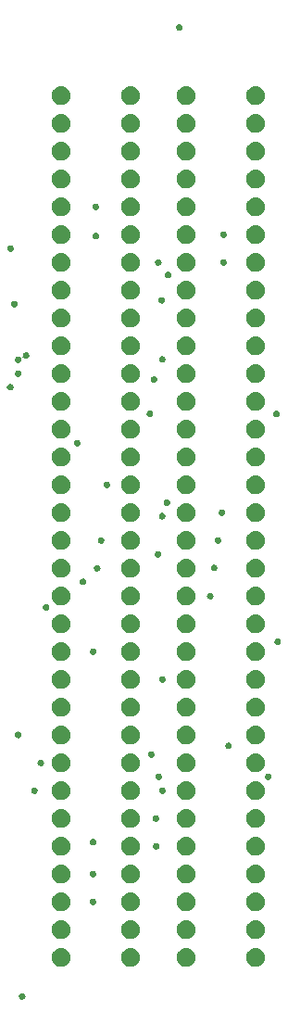
<source format=gts>
G04 #@! TF.GenerationSoftware,KiCad,Pcbnew,7.0.8*
G04 #@! TF.CreationDate,2024-03-15T14:24:27-04:00*
G04 #@! TF.ProjectId,genesis-umd,67656e65-7369-4732-9d75-6d642e6b6963,3.1*
G04 #@! TF.SameCoordinates,Original*
G04 #@! TF.FileFunction,Soldermask,Top*
G04 #@! TF.FilePolarity,Negative*
%FSLAX46Y46*%
G04 Gerber Fmt 4.6, Leading zero omitted, Abs format (unit mm)*
G04 Created by KiCad (PCBNEW 7.0.8) date 2024-03-15 14:24:27*
%MOMM*%
%LPD*%
G01*
G04 APERTURE LIST*
G04 APERTURE END LIST*
G36*
X132378097Y-148035634D02*
G01*
X132386963Y-148035634D01*
X132423965Y-148049101D01*
X132460167Y-148059731D01*
X132469304Y-148065603D01*
X132486500Y-148071862D01*
X132510897Y-148092334D01*
X132532890Y-148106468D01*
X132546605Y-148122296D01*
X132567644Y-148139950D01*
X132579107Y-148159805D01*
X132589500Y-148171799D01*
X132602627Y-148200543D01*
X132620606Y-148231684D01*
X132622969Y-148245086D01*
X132625411Y-148250433D01*
X132632032Y-148296488D01*
X132639000Y-148336000D01*
X132632032Y-148375513D01*
X132625411Y-148421566D01*
X132622969Y-148426912D01*
X132620606Y-148440316D01*
X132602624Y-148471460D01*
X132589500Y-148500200D01*
X132579109Y-148512191D01*
X132567644Y-148532050D01*
X132546602Y-148549705D01*
X132532890Y-148565531D01*
X132510903Y-148579661D01*
X132486500Y-148600138D01*
X132469301Y-148606397D01*
X132460167Y-148612268D01*
X132423973Y-148622895D01*
X132386963Y-148636366D01*
X132378097Y-148636366D01*
X132377222Y-148636623D01*
X132290778Y-148636623D01*
X132289903Y-148636366D01*
X132281037Y-148636366D01*
X132244028Y-148622896D01*
X132207832Y-148612268D01*
X132198696Y-148606396D01*
X132181500Y-148600138D01*
X132157100Y-148579664D01*
X132135109Y-148565531D01*
X132121393Y-148549702D01*
X132100356Y-148532050D01*
X132088892Y-148512195D01*
X132078499Y-148500200D01*
X132065370Y-148471452D01*
X132047394Y-148440316D01*
X132045031Y-148426915D01*
X132042588Y-148421566D01*
X132035961Y-148375482D01*
X132029000Y-148336000D01*
X132035961Y-148296519D01*
X132042588Y-148250433D01*
X132045031Y-148245082D01*
X132047394Y-148231684D01*
X132065368Y-148200551D01*
X132078499Y-148171799D01*
X132088894Y-148159801D01*
X132100356Y-148139950D01*
X132121390Y-148122300D01*
X132135109Y-148106468D01*
X132157105Y-148092331D01*
X132181500Y-148071862D01*
X132198693Y-148065604D01*
X132207832Y-148059731D01*
X132244036Y-148049100D01*
X132281037Y-148035634D01*
X132289903Y-148035634D01*
X132290778Y-148035377D01*
X132377222Y-148035377D01*
X132378097Y-148035634D01*
G37*
G36*
X135931899Y-143921131D02*
G01*
X135980271Y-143921131D01*
X136022042Y-143930009D01*
X136058359Y-143933587D01*
X136103984Y-143947427D01*
X136156867Y-143958668D01*
X136190707Y-143973734D01*
X136220256Y-143982698D01*
X136267213Y-144007796D01*
X136321800Y-144032100D01*
X136347176Y-144050537D01*
X136369453Y-144062444D01*
X136414896Y-144099739D01*
X136467861Y-144138220D01*
X136485058Y-144157319D01*
X136500229Y-144169770D01*
X136541001Y-144219450D01*
X136588667Y-144272389D01*
X136598679Y-144289731D01*
X136607555Y-144300546D01*
X136640377Y-144361953D01*
X136678938Y-144428742D01*
X136683375Y-144442397D01*
X136687301Y-144449743D01*
X136708949Y-144521108D01*
X136734728Y-144600447D01*
X136735635Y-144609079D01*
X136736412Y-144611640D01*
X136743977Y-144688446D01*
X136753600Y-144780000D01*
X136743976Y-144871561D01*
X136736412Y-144948359D01*
X136735635Y-144950918D01*
X136734728Y-144959553D01*
X136708945Y-145038905D01*
X136687301Y-145110256D01*
X136683375Y-145117599D01*
X136678938Y-145131258D01*
X136640370Y-145198059D01*
X136607555Y-145259453D01*
X136598681Y-145270264D01*
X136588667Y-145287611D01*
X136540991Y-145340559D01*
X136500229Y-145390229D01*
X136485061Y-145402676D01*
X136467861Y-145421780D01*
X136414886Y-145460268D01*
X136369453Y-145497555D01*
X136347181Y-145509459D01*
X136321800Y-145527900D01*
X136267202Y-145552208D01*
X136220256Y-145577301D01*
X136190714Y-145586262D01*
X136156867Y-145601332D01*
X136103973Y-145612574D01*
X136058359Y-145626412D01*
X136022051Y-145629988D01*
X135980271Y-145638869D01*
X135931889Y-145638869D01*
X135890000Y-145642995D01*
X135848111Y-145638869D01*
X135799729Y-145638869D01*
X135757949Y-145629988D01*
X135721640Y-145626412D01*
X135676023Y-145612574D01*
X135623133Y-145601332D01*
X135589287Y-145586263D01*
X135559743Y-145577301D01*
X135512791Y-145552205D01*
X135458200Y-145527900D01*
X135432821Y-145509461D01*
X135410546Y-145497555D01*
X135365105Y-145460262D01*
X135312139Y-145421780D01*
X135294940Y-145402679D01*
X135279770Y-145390229D01*
X135238996Y-145340547D01*
X135191333Y-145287611D01*
X135181320Y-145270268D01*
X135172444Y-145259453D01*
X135139616Y-145198035D01*
X135101062Y-145131258D01*
X135096625Y-145117604D01*
X135092698Y-145110256D01*
X135071039Y-145038858D01*
X135045272Y-144959553D01*
X135044365Y-144950923D01*
X135043587Y-144948359D01*
X135036007Y-144871409D01*
X135026400Y-144780000D01*
X135036006Y-144688598D01*
X135043587Y-144611640D01*
X135044365Y-144609074D01*
X135045272Y-144600447D01*
X135071035Y-144521155D01*
X135092698Y-144449743D01*
X135096626Y-144442393D01*
X135101062Y-144428742D01*
X135139609Y-144361976D01*
X135172444Y-144300546D01*
X135181322Y-144289727D01*
X135191333Y-144272389D01*
X135238987Y-144219462D01*
X135279770Y-144169770D01*
X135294944Y-144157316D01*
X135312139Y-144138220D01*
X135365094Y-144099745D01*
X135410546Y-144062444D01*
X135432826Y-144050535D01*
X135458200Y-144032100D01*
X135512780Y-144007799D01*
X135559743Y-143982698D01*
X135589294Y-143973733D01*
X135623133Y-143958668D01*
X135676012Y-143947428D01*
X135721640Y-143933587D01*
X135757958Y-143930009D01*
X135799729Y-143921131D01*
X135848100Y-143921131D01*
X135890000Y-143917004D01*
X135931899Y-143921131D01*
G37*
G36*
X142281899Y-143921131D02*
G01*
X142330271Y-143921131D01*
X142372042Y-143930009D01*
X142408359Y-143933587D01*
X142453984Y-143947427D01*
X142506867Y-143958668D01*
X142540707Y-143973734D01*
X142570256Y-143982698D01*
X142617213Y-144007796D01*
X142671800Y-144032100D01*
X142697176Y-144050537D01*
X142719453Y-144062444D01*
X142764896Y-144099739D01*
X142817861Y-144138220D01*
X142835058Y-144157319D01*
X142850229Y-144169770D01*
X142891001Y-144219450D01*
X142938667Y-144272389D01*
X142948679Y-144289731D01*
X142957555Y-144300546D01*
X142990377Y-144361953D01*
X143028938Y-144428742D01*
X143033375Y-144442397D01*
X143037301Y-144449743D01*
X143058949Y-144521108D01*
X143084728Y-144600447D01*
X143085635Y-144609079D01*
X143086412Y-144611640D01*
X143093977Y-144688446D01*
X143103600Y-144780000D01*
X143093976Y-144871561D01*
X143086412Y-144948359D01*
X143085635Y-144950918D01*
X143084728Y-144959553D01*
X143058945Y-145038905D01*
X143037301Y-145110256D01*
X143033375Y-145117599D01*
X143028938Y-145131258D01*
X142990370Y-145198059D01*
X142957555Y-145259453D01*
X142948681Y-145270264D01*
X142938667Y-145287611D01*
X142890991Y-145340559D01*
X142850229Y-145390229D01*
X142835061Y-145402676D01*
X142817861Y-145421780D01*
X142764886Y-145460268D01*
X142719453Y-145497555D01*
X142697181Y-145509459D01*
X142671800Y-145527900D01*
X142617202Y-145552208D01*
X142570256Y-145577301D01*
X142540714Y-145586262D01*
X142506867Y-145601332D01*
X142453973Y-145612574D01*
X142408359Y-145626412D01*
X142372051Y-145629988D01*
X142330271Y-145638869D01*
X142281889Y-145638869D01*
X142240000Y-145642995D01*
X142198111Y-145638869D01*
X142149729Y-145638869D01*
X142107949Y-145629988D01*
X142071640Y-145626412D01*
X142026023Y-145612574D01*
X141973133Y-145601332D01*
X141939287Y-145586263D01*
X141909743Y-145577301D01*
X141862791Y-145552205D01*
X141808200Y-145527900D01*
X141782821Y-145509461D01*
X141760546Y-145497555D01*
X141715105Y-145460262D01*
X141662139Y-145421780D01*
X141644940Y-145402679D01*
X141629770Y-145390229D01*
X141588996Y-145340547D01*
X141541333Y-145287611D01*
X141531320Y-145270268D01*
X141522444Y-145259453D01*
X141489616Y-145198035D01*
X141451062Y-145131258D01*
X141446625Y-145117604D01*
X141442698Y-145110256D01*
X141421039Y-145038858D01*
X141395272Y-144959553D01*
X141394365Y-144950923D01*
X141393587Y-144948359D01*
X141386007Y-144871409D01*
X141376400Y-144780000D01*
X141386006Y-144688598D01*
X141393587Y-144611640D01*
X141394365Y-144609074D01*
X141395272Y-144600447D01*
X141421035Y-144521155D01*
X141442698Y-144449743D01*
X141446626Y-144442393D01*
X141451062Y-144428742D01*
X141489609Y-144361976D01*
X141522444Y-144300546D01*
X141531322Y-144289727D01*
X141541333Y-144272389D01*
X141588987Y-144219462D01*
X141629770Y-144169770D01*
X141644944Y-144157316D01*
X141662139Y-144138220D01*
X141715094Y-144099745D01*
X141760546Y-144062444D01*
X141782826Y-144050535D01*
X141808200Y-144032100D01*
X141862780Y-144007799D01*
X141909743Y-143982698D01*
X141939294Y-143973733D01*
X141973133Y-143958668D01*
X142026012Y-143947428D01*
X142071640Y-143933587D01*
X142107958Y-143930009D01*
X142149729Y-143921131D01*
X142198100Y-143921131D01*
X142240000Y-143917004D01*
X142281899Y-143921131D01*
G37*
G36*
X147361899Y-143921131D02*
G01*
X147410271Y-143921131D01*
X147452042Y-143930009D01*
X147488359Y-143933587D01*
X147533984Y-143947427D01*
X147586867Y-143958668D01*
X147620707Y-143973734D01*
X147650256Y-143982698D01*
X147697213Y-144007796D01*
X147751800Y-144032100D01*
X147777176Y-144050537D01*
X147799453Y-144062444D01*
X147844896Y-144099739D01*
X147897861Y-144138220D01*
X147915058Y-144157319D01*
X147930229Y-144169770D01*
X147971001Y-144219450D01*
X148018667Y-144272389D01*
X148028679Y-144289731D01*
X148037555Y-144300546D01*
X148070377Y-144361953D01*
X148108938Y-144428742D01*
X148113375Y-144442397D01*
X148117301Y-144449743D01*
X148138949Y-144521108D01*
X148164728Y-144600447D01*
X148165635Y-144609079D01*
X148166412Y-144611640D01*
X148173977Y-144688446D01*
X148183600Y-144780000D01*
X148173976Y-144871561D01*
X148166412Y-144948359D01*
X148165635Y-144950918D01*
X148164728Y-144959553D01*
X148138945Y-145038905D01*
X148117301Y-145110256D01*
X148113375Y-145117599D01*
X148108938Y-145131258D01*
X148070370Y-145198059D01*
X148037555Y-145259453D01*
X148028681Y-145270264D01*
X148018667Y-145287611D01*
X147970991Y-145340559D01*
X147930229Y-145390229D01*
X147915061Y-145402676D01*
X147897861Y-145421780D01*
X147844886Y-145460268D01*
X147799453Y-145497555D01*
X147777181Y-145509459D01*
X147751800Y-145527900D01*
X147697202Y-145552208D01*
X147650256Y-145577301D01*
X147620714Y-145586262D01*
X147586867Y-145601332D01*
X147533973Y-145612574D01*
X147488359Y-145626412D01*
X147452051Y-145629988D01*
X147410271Y-145638869D01*
X147361889Y-145638869D01*
X147320000Y-145642995D01*
X147278111Y-145638869D01*
X147229729Y-145638869D01*
X147187949Y-145629988D01*
X147151640Y-145626412D01*
X147106023Y-145612574D01*
X147053133Y-145601332D01*
X147019287Y-145586263D01*
X146989743Y-145577301D01*
X146942791Y-145552205D01*
X146888200Y-145527900D01*
X146862821Y-145509461D01*
X146840546Y-145497555D01*
X146795105Y-145460262D01*
X146742139Y-145421780D01*
X146724940Y-145402679D01*
X146709770Y-145390229D01*
X146668996Y-145340547D01*
X146621333Y-145287611D01*
X146611320Y-145270268D01*
X146602444Y-145259453D01*
X146569616Y-145198035D01*
X146531062Y-145131258D01*
X146526625Y-145117604D01*
X146522698Y-145110256D01*
X146501039Y-145038858D01*
X146475272Y-144959553D01*
X146474365Y-144950923D01*
X146473587Y-144948359D01*
X146466007Y-144871409D01*
X146456400Y-144780000D01*
X146466006Y-144688598D01*
X146473587Y-144611640D01*
X146474365Y-144609074D01*
X146475272Y-144600447D01*
X146501035Y-144521155D01*
X146522698Y-144449743D01*
X146526626Y-144442393D01*
X146531062Y-144428742D01*
X146569609Y-144361976D01*
X146602444Y-144300546D01*
X146611322Y-144289727D01*
X146621333Y-144272389D01*
X146668987Y-144219462D01*
X146709770Y-144169770D01*
X146724944Y-144157316D01*
X146742139Y-144138220D01*
X146795094Y-144099745D01*
X146840546Y-144062444D01*
X146862826Y-144050535D01*
X146888200Y-144032100D01*
X146942780Y-144007799D01*
X146989743Y-143982698D01*
X147019294Y-143973733D01*
X147053133Y-143958668D01*
X147106012Y-143947428D01*
X147151640Y-143933587D01*
X147187958Y-143930009D01*
X147229729Y-143921131D01*
X147278100Y-143921131D01*
X147320000Y-143917004D01*
X147361899Y-143921131D01*
G37*
G36*
X153711899Y-143921131D02*
G01*
X153760271Y-143921131D01*
X153802042Y-143930009D01*
X153838359Y-143933587D01*
X153883984Y-143947427D01*
X153936867Y-143958668D01*
X153970707Y-143973734D01*
X154000256Y-143982698D01*
X154047213Y-144007796D01*
X154101800Y-144032100D01*
X154127176Y-144050537D01*
X154149453Y-144062444D01*
X154194896Y-144099739D01*
X154247861Y-144138220D01*
X154265058Y-144157319D01*
X154280229Y-144169770D01*
X154321001Y-144219450D01*
X154368667Y-144272389D01*
X154378679Y-144289731D01*
X154387555Y-144300546D01*
X154420377Y-144361953D01*
X154458938Y-144428742D01*
X154463375Y-144442397D01*
X154467301Y-144449743D01*
X154488949Y-144521108D01*
X154514728Y-144600447D01*
X154515635Y-144609079D01*
X154516412Y-144611640D01*
X154523977Y-144688446D01*
X154533600Y-144780000D01*
X154523976Y-144871561D01*
X154516412Y-144948359D01*
X154515635Y-144950918D01*
X154514728Y-144959553D01*
X154488945Y-145038905D01*
X154467301Y-145110256D01*
X154463375Y-145117599D01*
X154458938Y-145131258D01*
X154420370Y-145198059D01*
X154387555Y-145259453D01*
X154378681Y-145270264D01*
X154368667Y-145287611D01*
X154320991Y-145340559D01*
X154280229Y-145390229D01*
X154265061Y-145402676D01*
X154247861Y-145421780D01*
X154194886Y-145460268D01*
X154149453Y-145497555D01*
X154127181Y-145509459D01*
X154101800Y-145527900D01*
X154047202Y-145552208D01*
X154000256Y-145577301D01*
X153970714Y-145586262D01*
X153936867Y-145601332D01*
X153883973Y-145612574D01*
X153838359Y-145626412D01*
X153802051Y-145629988D01*
X153760271Y-145638869D01*
X153711889Y-145638869D01*
X153670000Y-145642995D01*
X153628111Y-145638869D01*
X153579729Y-145638869D01*
X153537949Y-145629988D01*
X153501640Y-145626412D01*
X153456023Y-145612574D01*
X153403133Y-145601332D01*
X153369287Y-145586263D01*
X153339743Y-145577301D01*
X153292791Y-145552205D01*
X153238200Y-145527900D01*
X153212821Y-145509461D01*
X153190546Y-145497555D01*
X153145105Y-145460262D01*
X153092139Y-145421780D01*
X153074940Y-145402679D01*
X153059770Y-145390229D01*
X153018996Y-145340547D01*
X152971333Y-145287611D01*
X152961320Y-145270268D01*
X152952444Y-145259453D01*
X152919616Y-145198035D01*
X152881062Y-145131258D01*
X152876625Y-145117604D01*
X152872698Y-145110256D01*
X152851039Y-145038858D01*
X152825272Y-144959553D01*
X152824365Y-144950923D01*
X152823587Y-144948359D01*
X152816007Y-144871409D01*
X152806400Y-144780000D01*
X152816006Y-144688598D01*
X152823587Y-144611640D01*
X152824365Y-144609074D01*
X152825272Y-144600447D01*
X152851035Y-144521155D01*
X152872698Y-144449743D01*
X152876626Y-144442393D01*
X152881062Y-144428742D01*
X152919609Y-144361976D01*
X152952444Y-144300546D01*
X152961322Y-144289727D01*
X152971333Y-144272389D01*
X153018987Y-144219462D01*
X153059770Y-144169770D01*
X153074944Y-144157316D01*
X153092139Y-144138220D01*
X153145094Y-144099745D01*
X153190546Y-144062444D01*
X153212826Y-144050535D01*
X153238200Y-144032100D01*
X153292780Y-144007799D01*
X153339743Y-143982698D01*
X153369294Y-143973733D01*
X153403133Y-143958668D01*
X153456012Y-143947428D01*
X153501640Y-143933587D01*
X153537958Y-143930009D01*
X153579729Y-143921131D01*
X153628100Y-143921131D01*
X153670000Y-143917004D01*
X153711899Y-143921131D01*
G37*
G36*
X135931899Y-141381131D02*
G01*
X135980271Y-141381131D01*
X136022042Y-141390009D01*
X136058359Y-141393587D01*
X136103984Y-141407427D01*
X136156867Y-141418668D01*
X136190707Y-141433734D01*
X136220256Y-141442698D01*
X136267213Y-141467796D01*
X136321800Y-141492100D01*
X136347176Y-141510537D01*
X136369453Y-141522444D01*
X136414896Y-141559739D01*
X136467861Y-141598220D01*
X136485058Y-141617319D01*
X136500229Y-141629770D01*
X136541001Y-141679450D01*
X136588667Y-141732389D01*
X136598679Y-141749731D01*
X136607555Y-141760546D01*
X136640377Y-141821953D01*
X136678938Y-141888742D01*
X136683375Y-141902397D01*
X136687301Y-141909743D01*
X136708949Y-141981108D01*
X136734728Y-142060447D01*
X136735635Y-142069079D01*
X136736412Y-142071640D01*
X136743977Y-142148446D01*
X136753600Y-142240000D01*
X136743976Y-142331561D01*
X136736412Y-142408359D01*
X136735635Y-142410918D01*
X136734728Y-142419553D01*
X136708945Y-142498905D01*
X136687301Y-142570256D01*
X136683375Y-142577599D01*
X136678938Y-142591258D01*
X136640370Y-142658059D01*
X136607555Y-142719453D01*
X136598681Y-142730264D01*
X136588667Y-142747611D01*
X136540991Y-142800559D01*
X136500229Y-142850229D01*
X136485061Y-142862676D01*
X136467861Y-142881780D01*
X136414886Y-142920268D01*
X136369453Y-142957555D01*
X136347181Y-142969459D01*
X136321800Y-142987900D01*
X136267202Y-143012208D01*
X136220256Y-143037301D01*
X136190714Y-143046262D01*
X136156867Y-143061332D01*
X136103973Y-143072574D01*
X136058359Y-143086412D01*
X136022051Y-143089988D01*
X135980271Y-143098869D01*
X135931889Y-143098869D01*
X135890000Y-143102995D01*
X135848111Y-143098869D01*
X135799729Y-143098869D01*
X135757949Y-143089988D01*
X135721640Y-143086412D01*
X135676023Y-143072574D01*
X135623133Y-143061332D01*
X135589287Y-143046263D01*
X135559743Y-143037301D01*
X135512791Y-143012205D01*
X135458200Y-142987900D01*
X135432821Y-142969461D01*
X135410546Y-142957555D01*
X135365105Y-142920262D01*
X135312139Y-142881780D01*
X135294940Y-142862679D01*
X135279770Y-142850229D01*
X135238996Y-142800547D01*
X135191333Y-142747611D01*
X135181320Y-142730268D01*
X135172444Y-142719453D01*
X135139616Y-142658035D01*
X135101062Y-142591258D01*
X135096625Y-142577604D01*
X135092698Y-142570256D01*
X135071039Y-142498858D01*
X135045272Y-142419553D01*
X135044365Y-142410923D01*
X135043587Y-142408359D01*
X135036007Y-142331409D01*
X135026400Y-142240000D01*
X135036006Y-142148598D01*
X135043587Y-142071640D01*
X135044365Y-142069074D01*
X135045272Y-142060447D01*
X135071035Y-141981155D01*
X135092698Y-141909743D01*
X135096626Y-141902393D01*
X135101062Y-141888742D01*
X135139609Y-141821976D01*
X135172444Y-141760546D01*
X135181322Y-141749727D01*
X135191333Y-141732389D01*
X135238987Y-141679462D01*
X135279770Y-141629770D01*
X135294944Y-141617316D01*
X135312139Y-141598220D01*
X135365094Y-141559745D01*
X135410546Y-141522444D01*
X135432826Y-141510535D01*
X135458200Y-141492100D01*
X135512780Y-141467799D01*
X135559743Y-141442698D01*
X135589294Y-141433733D01*
X135623133Y-141418668D01*
X135676012Y-141407428D01*
X135721640Y-141393587D01*
X135757958Y-141390009D01*
X135799729Y-141381131D01*
X135848100Y-141381131D01*
X135890000Y-141377004D01*
X135931899Y-141381131D01*
G37*
G36*
X142281899Y-141381131D02*
G01*
X142330271Y-141381131D01*
X142372042Y-141390009D01*
X142408359Y-141393587D01*
X142453984Y-141407427D01*
X142506867Y-141418668D01*
X142540707Y-141433734D01*
X142570256Y-141442698D01*
X142617213Y-141467796D01*
X142671800Y-141492100D01*
X142697176Y-141510537D01*
X142719453Y-141522444D01*
X142764896Y-141559739D01*
X142817861Y-141598220D01*
X142835058Y-141617319D01*
X142850229Y-141629770D01*
X142891001Y-141679450D01*
X142938667Y-141732389D01*
X142948679Y-141749731D01*
X142957555Y-141760546D01*
X142990377Y-141821953D01*
X143028938Y-141888742D01*
X143033375Y-141902397D01*
X143037301Y-141909743D01*
X143058949Y-141981108D01*
X143084728Y-142060447D01*
X143085635Y-142069079D01*
X143086412Y-142071640D01*
X143093977Y-142148446D01*
X143103600Y-142240000D01*
X143093976Y-142331561D01*
X143086412Y-142408359D01*
X143085635Y-142410918D01*
X143084728Y-142419553D01*
X143058945Y-142498905D01*
X143037301Y-142570256D01*
X143033375Y-142577599D01*
X143028938Y-142591258D01*
X142990370Y-142658059D01*
X142957555Y-142719453D01*
X142948681Y-142730264D01*
X142938667Y-142747611D01*
X142890991Y-142800559D01*
X142850229Y-142850229D01*
X142835061Y-142862676D01*
X142817861Y-142881780D01*
X142764886Y-142920268D01*
X142719453Y-142957555D01*
X142697181Y-142969459D01*
X142671800Y-142987900D01*
X142617202Y-143012208D01*
X142570256Y-143037301D01*
X142540714Y-143046262D01*
X142506867Y-143061332D01*
X142453973Y-143072574D01*
X142408359Y-143086412D01*
X142372051Y-143089988D01*
X142330271Y-143098869D01*
X142281889Y-143098869D01*
X142240000Y-143102995D01*
X142198111Y-143098869D01*
X142149729Y-143098869D01*
X142107949Y-143089988D01*
X142071640Y-143086412D01*
X142026023Y-143072574D01*
X141973133Y-143061332D01*
X141939287Y-143046263D01*
X141909743Y-143037301D01*
X141862791Y-143012205D01*
X141808200Y-142987900D01*
X141782821Y-142969461D01*
X141760546Y-142957555D01*
X141715105Y-142920262D01*
X141662139Y-142881780D01*
X141644940Y-142862679D01*
X141629770Y-142850229D01*
X141588996Y-142800547D01*
X141541333Y-142747611D01*
X141531320Y-142730268D01*
X141522444Y-142719453D01*
X141489616Y-142658035D01*
X141451062Y-142591258D01*
X141446625Y-142577604D01*
X141442698Y-142570256D01*
X141421039Y-142498858D01*
X141395272Y-142419553D01*
X141394365Y-142410923D01*
X141393587Y-142408359D01*
X141386007Y-142331409D01*
X141376400Y-142240000D01*
X141386006Y-142148598D01*
X141393587Y-142071640D01*
X141394365Y-142069074D01*
X141395272Y-142060447D01*
X141421035Y-141981155D01*
X141442698Y-141909743D01*
X141446626Y-141902393D01*
X141451062Y-141888742D01*
X141489609Y-141821976D01*
X141522444Y-141760546D01*
X141531322Y-141749727D01*
X141541333Y-141732389D01*
X141588987Y-141679462D01*
X141629770Y-141629770D01*
X141644944Y-141617316D01*
X141662139Y-141598220D01*
X141715094Y-141559745D01*
X141760546Y-141522444D01*
X141782826Y-141510535D01*
X141808200Y-141492100D01*
X141862780Y-141467799D01*
X141909743Y-141442698D01*
X141939294Y-141433733D01*
X141973133Y-141418668D01*
X142026012Y-141407428D01*
X142071640Y-141393587D01*
X142107958Y-141390009D01*
X142149729Y-141381131D01*
X142198100Y-141381131D01*
X142240000Y-141377004D01*
X142281899Y-141381131D01*
G37*
G36*
X147361899Y-141381131D02*
G01*
X147410271Y-141381131D01*
X147452042Y-141390009D01*
X147488359Y-141393587D01*
X147533984Y-141407427D01*
X147586867Y-141418668D01*
X147620707Y-141433734D01*
X147650256Y-141442698D01*
X147697213Y-141467796D01*
X147751800Y-141492100D01*
X147777176Y-141510537D01*
X147799453Y-141522444D01*
X147844896Y-141559739D01*
X147897861Y-141598220D01*
X147915058Y-141617319D01*
X147930229Y-141629770D01*
X147971001Y-141679450D01*
X148018667Y-141732389D01*
X148028679Y-141749731D01*
X148037555Y-141760546D01*
X148070377Y-141821953D01*
X148108938Y-141888742D01*
X148113375Y-141902397D01*
X148117301Y-141909743D01*
X148138949Y-141981108D01*
X148164728Y-142060447D01*
X148165635Y-142069079D01*
X148166412Y-142071640D01*
X148173977Y-142148446D01*
X148183600Y-142240000D01*
X148173976Y-142331561D01*
X148166412Y-142408359D01*
X148165635Y-142410918D01*
X148164728Y-142419553D01*
X148138945Y-142498905D01*
X148117301Y-142570256D01*
X148113375Y-142577599D01*
X148108938Y-142591258D01*
X148070370Y-142658059D01*
X148037555Y-142719453D01*
X148028681Y-142730264D01*
X148018667Y-142747611D01*
X147970991Y-142800559D01*
X147930229Y-142850229D01*
X147915061Y-142862676D01*
X147897861Y-142881780D01*
X147844886Y-142920268D01*
X147799453Y-142957555D01*
X147777181Y-142969459D01*
X147751800Y-142987900D01*
X147697202Y-143012208D01*
X147650256Y-143037301D01*
X147620714Y-143046262D01*
X147586867Y-143061332D01*
X147533973Y-143072574D01*
X147488359Y-143086412D01*
X147452051Y-143089988D01*
X147410271Y-143098869D01*
X147361889Y-143098869D01*
X147320000Y-143102995D01*
X147278111Y-143098869D01*
X147229729Y-143098869D01*
X147187949Y-143089988D01*
X147151640Y-143086412D01*
X147106023Y-143072574D01*
X147053133Y-143061332D01*
X147019287Y-143046263D01*
X146989743Y-143037301D01*
X146942791Y-143012205D01*
X146888200Y-142987900D01*
X146862821Y-142969461D01*
X146840546Y-142957555D01*
X146795105Y-142920262D01*
X146742139Y-142881780D01*
X146724940Y-142862679D01*
X146709770Y-142850229D01*
X146668996Y-142800547D01*
X146621333Y-142747611D01*
X146611320Y-142730268D01*
X146602444Y-142719453D01*
X146569616Y-142658035D01*
X146531062Y-142591258D01*
X146526625Y-142577604D01*
X146522698Y-142570256D01*
X146501039Y-142498858D01*
X146475272Y-142419553D01*
X146474365Y-142410923D01*
X146473587Y-142408359D01*
X146466007Y-142331409D01*
X146456400Y-142240000D01*
X146466006Y-142148598D01*
X146473587Y-142071640D01*
X146474365Y-142069074D01*
X146475272Y-142060447D01*
X146501035Y-141981155D01*
X146522698Y-141909743D01*
X146526626Y-141902393D01*
X146531062Y-141888742D01*
X146569609Y-141821976D01*
X146602444Y-141760546D01*
X146611322Y-141749727D01*
X146621333Y-141732389D01*
X146668987Y-141679462D01*
X146709770Y-141629770D01*
X146724944Y-141617316D01*
X146742139Y-141598220D01*
X146795094Y-141559745D01*
X146840546Y-141522444D01*
X146862826Y-141510535D01*
X146888200Y-141492100D01*
X146942780Y-141467799D01*
X146989743Y-141442698D01*
X147019294Y-141433733D01*
X147053133Y-141418668D01*
X147106012Y-141407428D01*
X147151640Y-141393587D01*
X147187958Y-141390009D01*
X147229729Y-141381131D01*
X147278100Y-141381131D01*
X147320000Y-141377004D01*
X147361899Y-141381131D01*
G37*
G36*
X153711899Y-141381131D02*
G01*
X153760271Y-141381131D01*
X153802042Y-141390009D01*
X153838359Y-141393587D01*
X153883984Y-141407427D01*
X153936867Y-141418668D01*
X153970707Y-141433734D01*
X154000256Y-141442698D01*
X154047213Y-141467796D01*
X154101800Y-141492100D01*
X154127176Y-141510537D01*
X154149453Y-141522444D01*
X154194896Y-141559739D01*
X154247861Y-141598220D01*
X154265058Y-141617319D01*
X154280229Y-141629770D01*
X154321001Y-141679450D01*
X154368667Y-141732389D01*
X154378679Y-141749731D01*
X154387555Y-141760546D01*
X154420377Y-141821953D01*
X154458938Y-141888742D01*
X154463375Y-141902397D01*
X154467301Y-141909743D01*
X154488949Y-141981108D01*
X154514728Y-142060447D01*
X154515635Y-142069079D01*
X154516412Y-142071640D01*
X154523977Y-142148446D01*
X154533600Y-142240000D01*
X154523976Y-142331561D01*
X154516412Y-142408359D01*
X154515635Y-142410918D01*
X154514728Y-142419553D01*
X154488945Y-142498905D01*
X154467301Y-142570256D01*
X154463375Y-142577599D01*
X154458938Y-142591258D01*
X154420370Y-142658059D01*
X154387555Y-142719453D01*
X154378681Y-142730264D01*
X154368667Y-142747611D01*
X154320991Y-142800559D01*
X154280229Y-142850229D01*
X154265061Y-142862676D01*
X154247861Y-142881780D01*
X154194886Y-142920268D01*
X154149453Y-142957555D01*
X154127181Y-142969459D01*
X154101800Y-142987900D01*
X154047202Y-143012208D01*
X154000256Y-143037301D01*
X153970714Y-143046262D01*
X153936867Y-143061332D01*
X153883973Y-143072574D01*
X153838359Y-143086412D01*
X153802051Y-143089988D01*
X153760271Y-143098869D01*
X153711889Y-143098869D01*
X153670000Y-143102995D01*
X153628111Y-143098869D01*
X153579729Y-143098869D01*
X153537949Y-143089988D01*
X153501640Y-143086412D01*
X153456023Y-143072574D01*
X153403133Y-143061332D01*
X153369287Y-143046263D01*
X153339743Y-143037301D01*
X153292791Y-143012205D01*
X153238200Y-142987900D01*
X153212821Y-142969461D01*
X153190546Y-142957555D01*
X153145105Y-142920262D01*
X153092139Y-142881780D01*
X153074940Y-142862679D01*
X153059770Y-142850229D01*
X153018996Y-142800547D01*
X152971333Y-142747611D01*
X152961320Y-142730268D01*
X152952444Y-142719453D01*
X152919616Y-142658035D01*
X152881062Y-142591258D01*
X152876625Y-142577604D01*
X152872698Y-142570256D01*
X152851039Y-142498858D01*
X152825272Y-142419553D01*
X152824365Y-142410923D01*
X152823587Y-142408359D01*
X152816007Y-142331409D01*
X152806400Y-142240000D01*
X152816006Y-142148598D01*
X152823587Y-142071640D01*
X152824365Y-142069074D01*
X152825272Y-142060447D01*
X152851035Y-141981155D01*
X152872698Y-141909743D01*
X152876626Y-141902393D01*
X152881062Y-141888742D01*
X152919609Y-141821976D01*
X152952444Y-141760546D01*
X152961322Y-141749727D01*
X152971333Y-141732389D01*
X153018987Y-141679462D01*
X153059770Y-141629770D01*
X153074944Y-141617316D01*
X153092139Y-141598220D01*
X153145094Y-141559745D01*
X153190546Y-141522444D01*
X153212826Y-141510535D01*
X153238200Y-141492100D01*
X153292780Y-141467799D01*
X153339743Y-141442698D01*
X153369294Y-141433733D01*
X153403133Y-141418668D01*
X153456012Y-141407428D01*
X153501640Y-141393587D01*
X153537958Y-141390009D01*
X153579729Y-141381131D01*
X153628100Y-141381131D01*
X153670000Y-141377004D01*
X153711899Y-141381131D01*
G37*
G36*
X135931899Y-138841131D02*
G01*
X135980271Y-138841131D01*
X136022042Y-138850009D01*
X136058359Y-138853587D01*
X136103984Y-138867427D01*
X136156867Y-138878668D01*
X136190707Y-138893734D01*
X136220256Y-138902698D01*
X136267213Y-138927796D01*
X136321800Y-138952100D01*
X136347176Y-138970537D01*
X136369453Y-138982444D01*
X136414896Y-139019739D01*
X136467861Y-139058220D01*
X136485058Y-139077319D01*
X136500229Y-139089770D01*
X136541001Y-139139450D01*
X136588667Y-139192389D01*
X136598679Y-139209731D01*
X136607555Y-139220546D01*
X136640377Y-139281953D01*
X136678938Y-139348742D01*
X136683375Y-139362397D01*
X136687301Y-139369743D01*
X136708949Y-139441108D01*
X136734728Y-139520447D01*
X136735635Y-139529079D01*
X136736412Y-139531640D01*
X136743977Y-139608446D01*
X136753600Y-139700000D01*
X136743976Y-139791561D01*
X136736412Y-139868359D01*
X136735635Y-139870918D01*
X136734728Y-139879553D01*
X136708945Y-139958905D01*
X136687301Y-140030256D01*
X136683375Y-140037599D01*
X136678938Y-140051258D01*
X136640370Y-140118059D01*
X136607555Y-140179453D01*
X136598681Y-140190264D01*
X136588667Y-140207611D01*
X136540991Y-140260559D01*
X136500229Y-140310229D01*
X136485061Y-140322676D01*
X136467861Y-140341780D01*
X136414886Y-140380268D01*
X136369453Y-140417555D01*
X136347181Y-140429459D01*
X136321800Y-140447900D01*
X136267202Y-140472208D01*
X136220256Y-140497301D01*
X136190714Y-140506262D01*
X136156867Y-140521332D01*
X136103973Y-140532574D01*
X136058359Y-140546412D01*
X136022051Y-140549988D01*
X135980271Y-140558869D01*
X135931889Y-140558869D01*
X135890000Y-140562995D01*
X135848111Y-140558869D01*
X135799729Y-140558869D01*
X135757949Y-140549988D01*
X135721640Y-140546412D01*
X135676023Y-140532574D01*
X135623133Y-140521332D01*
X135589287Y-140506263D01*
X135559743Y-140497301D01*
X135512791Y-140472205D01*
X135458200Y-140447900D01*
X135432821Y-140429461D01*
X135410546Y-140417555D01*
X135365105Y-140380262D01*
X135312139Y-140341780D01*
X135294940Y-140322679D01*
X135279770Y-140310229D01*
X135238996Y-140260547D01*
X135191333Y-140207611D01*
X135181320Y-140190268D01*
X135172444Y-140179453D01*
X135139616Y-140118035D01*
X135101062Y-140051258D01*
X135096625Y-140037604D01*
X135092698Y-140030256D01*
X135071039Y-139958858D01*
X135045272Y-139879553D01*
X135044365Y-139870923D01*
X135043587Y-139868359D01*
X135036007Y-139791409D01*
X135026400Y-139700000D01*
X135036006Y-139608598D01*
X135043587Y-139531640D01*
X135044365Y-139529074D01*
X135045272Y-139520447D01*
X135071035Y-139441155D01*
X135092698Y-139369743D01*
X135096626Y-139362393D01*
X135101062Y-139348742D01*
X135139609Y-139281976D01*
X135172444Y-139220546D01*
X135181322Y-139209727D01*
X135191333Y-139192389D01*
X135238987Y-139139462D01*
X135279770Y-139089770D01*
X135294944Y-139077316D01*
X135312139Y-139058220D01*
X135365094Y-139019745D01*
X135410546Y-138982444D01*
X135432826Y-138970535D01*
X135458200Y-138952100D01*
X135512780Y-138927799D01*
X135559743Y-138902698D01*
X135589294Y-138893733D01*
X135623133Y-138878668D01*
X135676012Y-138867428D01*
X135721640Y-138853587D01*
X135757958Y-138850009D01*
X135799729Y-138841131D01*
X135848100Y-138841131D01*
X135890000Y-138837004D01*
X135931899Y-138841131D01*
G37*
G36*
X142281899Y-138841131D02*
G01*
X142330271Y-138841131D01*
X142372042Y-138850009D01*
X142408359Y-138853587D01*
X142453984Y-138867427D01*
X142506867Y-138878668D01*
X142540707Y-138893734D01*
X142570256Y-138902698D01*
X142617213Y-138927796D01*
X142671800Y-138952100D01*
X142697176Y-138970537D01*
X142719453Y-138982444D01*
X142764896Y-139019739D01*
X142817861Y-139058220D01*
X142835058Y-139077319D01*
X142850229Y-139089770D01*
X142891001Y-139139450D01*
X142938667Y-139192389D01*
X142948679Y-139209731D01*
X142957555Y-139220546D01*
X142990377Y-139281953D01*
X143028938Y-139348742D01*
X143033375Y-139362397D01*
X143037301Y-139369743D01*
X143058949Y-139441108D01*
X143084728Y-139520447D01*
X143085635Y-139529079D01*
X143086412Y-139531640D01*
X143093977Y-139608446D01*
X143103600Y-139700000D01*
X143093976Y-139791561D01*
X143086412Y-139868359D01*
X143085635Y-139870918D01*
X143084728Y-139879553D01*
X143058945Y-139958905D01*
X143037301Y-140030256D01*
X143033375Y-140037599D01*
X143028938Y-140051258D01*
X142990370Y-140118059D01*
X142957555Y-140179453D01*
X142948681Y-140190264D01*
X142938667Y-140207611D01*
X142890991Y-140260559D01*
X142850229Y-140310229D01*
X142835061Y-140322676D01*
X142817861Y-140341780D01*
X142764886Y-140380268D01*
X142719453Y-140417555D01*
X142697181Y-140429459D01*
X142671800Y-140447900D01*
X142617202Y-140472208D01*
X142570256Y-140497301D01*
X142540714Y-140506262D01*
X142506867Y-140521332D01*
X142453973Y-140532574D01*
X142408359Y-140546412D01*
X142372051Y-140549988D01*
X142330271Y-140558869D01*
X142281889Y-140558869D01*
X142240000Y-140562995D01*
X142198111Y-140558869D01*
X142149729Y-140558869D01*
X142107949Y-140549988D01*
X142071640Y-140546412D01*
X142026023Y-140532574D01*
X141973133Y-140521332D01*
X141939287Y-140506263D01*
X141909743Y-140497301D01*
X141862791Y-140472205D01*
X141808200Y-140447900D01*
X141782821Y-140429461D01*
X141760546Y-140417555D01*
X141715105Y-140380262D01*
X141662139Y-140341780D01*
X141644940Y-140322679D01*
X141629770Y-140310229D01*
X141588996Y-140260547D01*
X141541333Y-140207611D01*
X141531320Y-140190268D01*
X141522444Y-140179453D01*
X141489616Y-140118035D01*
X141451062Y-140051258D01*
X141446625Y-140037604D01*
X141442698Y-140030256D01*
X141421039Y-139958858D01*
X141395272Y-139879553D01*
X141394365Y-139870923D01*
X141393587Y-139868359D01*
X141386007Y-139791409D01*
X141376400Y-139700000D01*
X141386006Y-139608598D01*
X141393587Y-139531640D01*
X141394365Y-139529074D01*
X141395272Y-139520447D01*
X141421035Y-139441155D01*
X141442698Y-139369743D01*
X141446626Y-139362393D01*
X141451062Y-139348742D01*
X141489609Y-139281976D01*
X141522444Y-139220546D01*
X141531322Y-139209727D01*
X141541333Y-139192389D01*
X141588987Y-139139462D01*
X141629770Y-139089770D01*
X141644944Y-139077316D01*
X141662139Y-139058220D01*
X141715094Y-139019745D01*
X141760546Y-138982444D01*
X141782826Y-138970535D01*
X141808200Y-138952100D01*
X141862780Y-138927799D01*
X141909743Y-138902698D01*
X141939294Y-138893733D01*
X141973133Y-138878668D01*
X142026012Y-138867428D01*
X142071640Y-138853587D01*
X142107958Y-138850009D01*
X142149729Y-138841131D01*
X142198100Y-138841131D01*
X142240000Y-138837004D01*
X142281899Y-138841131D01*
G37*
G36*
X147361899Y-138841131D02*
G01*
X147410271Y-138841131D01*
X147452042Y-138850009D01*
X147488359Y-138853587D01*
X147533984Y-138867427D01*
X147586867Y-138878668D01*
X147620707Y-138893734D01*
X147650256Y-138902698D01*
X147697213Y-138927796D01*
X147751800Y-138952100D01*
X147777176Y-138970537D01*
X147799453Y-138982444D01*
X147844896Y-139019739D01*
X147897861Y-139058220D01*
X147915058Y-139077319D01*
X147930229Y-139089770D01*
X147971001Y-139139450D01*
X148018667Y-139192389D01*
X148028679Y-139209731D01*
X148037555Y-139220546D01*
X148070377Y-139281953D01*
X148108938Y-139348742D01*
X148113375Y-139362397D01*
X148117301Y-139369743D01*
X148138949Y-139441108D01*
X148164728Y-139520447D01*
X148165635Y-139529079D01*
X148166412Y-139531640D01*
X148173977Y-139608446D01*
X148183600Y-139700000D01*
X148173976Y-139791561D01*
X148166412Y-139868359D01*
X148165635Y-139870918D01*
X148164728Y-139879553D01*
X148138945Y-139958905D01*
X148117301Y-140030256D01*
X148113375Y-140037599D01*
X148108938Y-140051258D01*
X148070370Y-140118059D01*
X148037555Y-140179453D01*
X148028681Y-140190264D01*
X148018667Y-140207611D01*
X147970991Y-140260559D01*
X147930229Y-140310229D01*
X147915061Y-140322676D01*
X147897861Y-140341780D01*
X147844886Y-140380268D01*
X147799453Y-140417555D01*
X147777181Y-140429459D01*
X147751800Y-140447900D01*
X147697202Y-140472208D01*
X147650256Y-140497301D01*
X147620714Y-140506262D01*
X147586867Y-140521332D01*
X147533973Y-140532574D01*
X147488359Y-140546412D01*
X147452051Y-140549988D01*
X147410271Y-140558869D01*
X147361889Y-140558869D01*
X147320000Y-140562995D01*
X147278111Y-140558869D01*
X147229729Y-140558869D01*
X147187949Y-140549988D01*
X147151640Y-140546412D01*
X147106023Y-140532574D01*
X147053133Y-140521332D01*
X147019287Y-140506263D01*
X146989743Y-140497301D01*
X146942791Y-140472205D01*
X146888200Y-140447900D01*
X146862821Y-140429461D01*
X146840546Y-140417555D01*
X146795105Y-140380262D01*
X146742139Y-140341780D01*
X146724940Y-140322679D01*
X146709770Y-140310229D01*
X146668996Y-140260547D01*
X146621333Y-140207611D01*
X146611320Y-140190268D01*
X146602444Y-140179453D01*
X146569616Y-140118035D01*
X146531062Y-140051258D01*
X146526625Y-140037604D01*
X146522698Y-140030256D01*
X146501039Y-139958858D01*
X146475272Y-139879553D01*
X146474365Y-139870923D01*
X146473587Y-139868359D01*
X146466007Y-139791409D01*
X146456400Y-139700000D01*
X146466006Y-139608598D01*
X146473587Y-139531640D01*
X146474365Y-139529074D01*
X146475272Y-139520447D01*
X146501035Y-139441155D01*
X146522698Y-139369743D01*
X146526626Y-139362393D01*
X146531062Y-139348742D01*
X146569609Y-139281976D01*
X146602444Y-139220546D01*
X146611322Y-139209727D01*
X146621333Y-139192389D01*
X146668987Y-139139462D01*
X146709770Y-139089770D01*
X146724944Y-139077316D01*
X146742139Y-139058220D01*
X146795094Y-139019745D01*
X146840546Y-138982444D01*
X146862826Y-138970535D01*
X146888200Y-138952100D01*
X146942780Y-138927799D01*
X146989743Y-138902698D01*
X147019294Y-138893733D01*
X147053133Y-138878668D01*
X147106012Y-138867428D01*
X147151640Y-138853587D01*
X147187958Y-138850009D01*
X147229729Y-138841131D01*
X147278100Y-138841131D01*
X147320000Y-138837004D01*
X147361899Y-138841131D01*
G37*
G36*
X153711899Y-138841131D02*
G01*
X153760271Y-138841131D01*
X153802042Y-138850009D01*
X153838359Y-138853587D01*
X153883984Y-138867427D01*
X153936867Y-138878668D01*
X153970707Y-138893734D01*
X154000256Y-138902698D01*
X154047213Y-138927796D01*
X154101800Y-138952100D01*
X154127176Y-138970537D01*
X154149453Y-138982444D01*
X154194896Y-139019739D01*
X154247861Y-139058220D01*
X154265058Y-139077319D01*
X154280229Y-139089770D01*
X154321001Y-139139450D01*
X154368667Y-139192389D01*
X154378679Y-139209731D01*
X154387555Y-139220546D01*
X154420377Y-139281953D01*
X154458938Y-139348742D01*
X154463375Y-139362397D01*
X154467301Y-139369743D01*
X154488949Y-139441108D01*
X154514728Y-139520447D01*
X154515635Y-139529079D01*
X154516412Y-139531640D01*
X154523977Y-139608446D01*
X154533600Y-139700000D01*
X154523976Y-139791561D01*
X154516412Y-139868359D01*
X154515635Y-139870918D01*
X154514728Y-139879553D01*
X154488945Y-139958905D01*
X154467301Y-140030256D01*
X154463375Y-140037599D01*
X154458938Y-140051258D01*
X154420370Y-140118059D01*
X154387555Y-140179453D01*
X154378681Y-140190264D01*
X154368667Y-140207611D01*
X154320991Y-140260559D01*
X154280229Y-140310229D01*
X154265061Y-140322676D01*
X154247861Y-140341780D01*
X154194886Y-140380268D01*
X154149453Y-140417555D01*
X154127181Y-140429459D01*
X154101800Y-140447900D01*
X154047202Y-140472208D01*
X154000256Y-140497301D01*
X153970714Y-140506262D01*
X153936867Y-140521332D01*
X153883973Y-140532574D01*
X153838359Y-140546412D01*
X153802051Y-140549988D01*
X153760271Y-140558869D01*
X153711889Y-140558869D01*
X153670000Y-140562995D01*
X153628111Y-140558869D01*
X153579729Y-140558869D01*
X153537949Y-140549988D01*
X153501640Y-140546412D01*
X153456023Y-140532574D01*
X153403133Y-140521332D01*
X153369287Y-140506263D01*
X153339743Y-140497301D01*
X153292791Y-140472205D01*
X153238200Y-140447900D01*
X153212821Y-140429461D01*
X153190546Y-140417555D01*
X153145105Y-140380262D01*
X153092139Y-140341780D01*
X153074940Y-140322679D01*
X153059770Y-140310229D01*
X153018996Y-140260547D01*
X152971333Y-140207611D01*
X152961320Y-140190268D01*
X152952444Y-140179453D01*
X152919616Y-140118035D01*
X152881062Y-140051258D01*
X152876625Y-140037604D01*
X152872698Y-140030256D01*
X152851039Y-139958858D01*
X152825272Y-139879553D01*
X152824365Y-139870923D01*
X152823587Y-139868359D01*
X152816007Y-139791409D01*
X152806400Y-139700000D01*
X152816006Y-139608598D01*
X152823587Y-139531640D01*
X152824365Y-139529074D01*
X152825272Y-139520447D01*
X152851035Y-139441155D01*
X152872698Y-139369743D01*
X152876626Y-139362393D01*
X152881062Y-139348742D01*
X152919609Y-139281976D01*
X152952444Y-139220546D01*
X152961322Y-139209727D01*
X152971333Y-139192389D01*
X153018987Y-139139462D01*
X153059770Y-139089770D01*
X153074944Y-139077316D01*
X153092139Y-139058220D01*
X153145094Y-139019745D01*
X153190546Y-138982444D01*
X153212826Y-138970535D01*
X153238200Y-138952100D01*
X153292780Y-138927799D01*
X153339743Y-138902698D01*
X153369294Y-138893733D01*
X153403133Y-138878668D01*
X153456012Y-138867428D01*
X153501640Y-138853587D01*
X153537958Y-138850009D01*
X153579729Y-138841131D01*
X153628100Y-138841131D01*
X153670000Y-138837004D01*
X153711899Y-138841131D01*
G37*
G36*
X138855097Y-139399634D02*
G01*
X138863963Y-139399634D01*
X138900965Y-139413101D01*
X138937167Y-139423731D01*
X138946304Y-139429603D01*
X138963500Y-139435862D01*
X138987897Y-139456334D01*
X139009890Y-139470468D01*
X139023605Y-139486296D01*
X139044644Y-139503950D01*
X139056107Y-139523805D01*
X139066500Y-139535799D01*
X139079627Y-139564543D01*
X139097606Y-139595684D01*
X139099969Y-139609086D01*
X139102411Y-139614433D01*
X139109032Y-139660488D01*
X139116000Y-139700000D01*
X139109032Y-139739513D01*
X139102411Y-139785566D01*
X139099969Y-139790912D01*
X139097606Y-139804316D01*
X139079624Y-139835460D01*
X139066500Y-139864200D01*
X139056109Y-139876191D01*
X139044644Y-139896050D01*
X139023602Y-139913705D01*
X139009890Y-139929531D01*
X138987903Y-139943661D01*
X138963500Y-139964138D01*
X138946301Y-139970397D01*
X138937167Y-139976268D01*
X138900973Y-139986895D01*
X138863963Y-140000366D01*
X138855097Y-140000366D01*
X138854222Y-140000623D01*
X138767778Y-140000623D01*
X138766903Y-140000366D01*
X138758037Y-140000366D01*
X138721028Y-139986896D01*
X138684832Y-139976268D01*
X138675696Y-139970396D01*
X138658500Y-139964138D01*
X138634100Y-139943664D01*
X138612109Y-139929531D01*
X138598393Y-139913702D01*
X138577356Y-139896050D01*
X138565892Y-139876195D01*
X138555499Y-139864200D01*
X138542370Y-139835452D01*
X138524394Y-139804316D01*
X138522031Y-139790915D01*
X138519588Y-139785566D01*
X138512961Y-139739482D01*
X138506000Y-139700000D01*
X138512961Y-139660519D01*
X138519588Y-139614433D01*
X138522031Y-139609082D01*
X138524394Y-139595684D01*
X138542368Y-139564551D01*
X138555499Y-139535799D01*
X138565894Y-139523801D01*
X138577356Y-139503950D01*
X138598390Y-139486300D01*
X138612109Y-139470468D01*
X138634105Y-139456331D01*
X138658500Y-139435862D01*
X138675693Y-139429604D01*
X138684832Y-139423731D01*
X138721036Y-139413100D01*
X138758037Y-139399634D01*
X138766903Y-139399634D01*
X138767778Y-139399377D01*
X138854222Y-139399377D01*
X138855097Y-139399634D01*
G37*
G36*
X135931899Y-136301131D02*
G01*
X135980271Y-136301131D01*
X136022042Y-136310009D01*
X136058359Y-136313587D01*
X136103984Y-136327427D01*
X136156867Y-136338668D01*
X136190707Y-136353734D01*
X136220256Y-136362698D01*
X136267213Y-136387796D01*
X136321800Y-136412100D01*
X136347176Y-136430537D01*
X136369453Y-136442444D01*
X136414896Y-136479739D01*
X136467861Y-136518220D01*
X136485058Y-136537319D01*
X136500229Y-136549770D01*
X136541001Y-136599450D01*
X136588667Y-136652389D01*
X136598679Y-136669731D01*
X136607555Y-136680546D01*
X136640377Y-136741953D01*
X136678938Y-136808742D01*
X136683375Y-136822397D01*
X136687301Y-136829743D01*
X136708949Y-136901108D01*
X136734728Y-136980447D01*
X136735635Y-136989079D01*
X136736412Y-136991640D01*
X136743977Y-137068446D01*
X136753600Y-137160000D01*
X136743976Y-137251561D01*
X136736412Y-137328359D01*
X136735635Y-137330918D01*
X136734728Y-137339553D01*
X136708945Y-137418905D01*
X136687301Y-137490256D01*
X136683375Y-137497599D01*
X136678938Y-137511258D01*
X136640370Y-137578059D01*
X136607555Y-137639453D01*
X136598681Y-137650264D01*
X136588667Y-137667611D01*
X136540991Y-137720559D01*
X136500229Y-137770229D01*
X136485061Y-137782676D01*
X136467861Y-137801780D01*
X136414886Y-137840268D01*
X136369453Y-137877555D01*
X136347181Y-137889459D01*
X136321800Y-137907900D01*
X136267202Y-137932208D01*
X136220256Y-137957301D01*
X136190714Y-137966262D01*
X136156867Y-137981332D01*
X136103973Y-137992574D01*
X136058359Y-138006412D01*
X136022051Y-138009988D01*
X135980271Y-138018869D01*
X135931889Y-138018869D01*
X135890000Y-138022995D01*
X135848111Y-138018869D01*
X135799729Y-138018869D01*
X135757949Y-138009988D01*
X135721640Y-138006412D01*
X135676023Y-137992574D01*
X135623133Y-137981332D01*
X135589287Y-137966263D01*
X135559743Y-137957301D01*
X135512791Y-137932205D01*
X135458200Y-137907900D01*
X135432821Y-137889461D01*
X135410546Y-137877555D01*
X135365105Y-137840262D01*
X135312139Y-137801780D01*
X135294940Y-137782679D01*
X135279770Y-137770229D01*
X135238996Y-137720547D01*
X135191333Y-137667611D01*
X135181320Y-137650268D01*
X135172444Y-137639453D01*
X135139616Y-137578035D01*
X135101062Y-137511258D01*
X135096625Y-137497604D01*
X135092698Y-137490256D01*
X135071039Y-137418858D01*
X135045272Y-137339553D01*
X135044365Y-137330923D01*
X135043587Y-137328359D01*
X135036007Y-137251409D01*
X135026400Y-137160000D01*
X135036006Y-137068598D01*
X135043587Y-136991640D01*
X135044365Y-136989074D01*
X135045272Y-136980447D01*
X135071035Y-136901155D01*
X135092698Y-136829743D01*
X135096626Y-136822393D01*
X135101062Y-136808742D01*
X135139609Y-136741976D01*
X135172444Y-136680546D01*
X135181322Y-136669727D01*
X135191333Y-136652389D01*
X135238987Y-136599462D01*
X135279770Y-136549770D01*
X135294944Y-136537316D01*
X135312139Y-136518220D01*
X135365094Y-136479745D01*
X135410546Y-136442444D01*
X135432826Y-136430535D01*
X135458200Y-136412100D01*
X135512780Y-136387799D01*
X135559743Y-136362698D01*
X135589294Y-136353733D01*
X135623133Y-136338668D01*
X135676012Y-136327428D01*
X135721640Y-136313587D01*
X135757958Y-136310009D01*
X135799729Y-136301131D01*
X135848100Y-136301131D01*
X135890000Y-136297004D01*
X135931899Y-136301131D01*
G37*
G36*
X142281899Y-136301131D02*
G01*
X142330271Y-136301131D01*
X142372042Y-136310009D01*
X142408359Y-136313587D01*
X142453984Y-136327427D01*
X142506867Y-136338668D01*
X142540707Y-136353734D01*
X142570256Y-136362698D01*
X142617213Y-136387796D01*
X142671800Y-136412100D01*
X142697176Y-136430537D01*
X142719453Y-136442444D01*
X142764896Y-136479739D01*
X142817861Y-136518220D01*
X142835058Y-136537319D01*
X142850229Y-136549770D01*
X142891001Y-136599450D01*
X142938667Y-136652389D01*
X142948679Y-136669731D01*
X142957555Y-136680546D01*
X142990377Y-136741953D01*
X143028938Y-136808742D01*
X143033375Y-136822397D01*
X143037301Y-136829743D01*
X143058949Y-136901108D01*
X143084728Y-136980447D01*
X143085635Y-136989079D01*
X143086412Y-136991640D01*
X143093977Y-137068446D01*
X143103600Y-137160000D01*
X143093976Y-137251561D01*
X143086412Y-137328359D01*
X143085635Y-137330918D01*
X143084728Y-137339553D01*
X143058945Y-137418905D01*
X143037301Y-137490256D01*
X143033375Y-137497599D01*
X143028938Y-137511258D01*
X142990370Y-137578059D01*
X142957555Y-137639453D01*
X142948681Y-137650264D01*
X142938667Y-137667611D01*
X142890991Y-137720559D01*
X142850229Y-137770229D01*
X142835061Y-137782676D01*
X142817861Y-137801780D01*
X142764886Y-137840268D01*
X142719453Y-137877555D01*
X142697181Y-137889459D01*
X142671800Y-137907900D01*
X142617202Y-137932208D01*
X142570256Y-137957301D01*
X142540714Y-137966262D01*
X142506867Y-137981332D01*
X142453973Y-137992574D01*
X142408359Y-138006412D01*
X142372051Y-138009988D01*
X142330271Y-138018869D01*
X142281889Y-138018869D01*
X142240000Y-138022995D01*
X142198111Y-138018869D01*
X142149729Y-138018869D01*
X142107949Y-138009988D01*
X142071640Y-138006412D01*
X142026023Y-137992574D01*
X141973133Y-137981332D01*
X141939287Y-137966263D01*
X141909743Y-137957301D01*
X141862791Y-137932205D01*
X141808200Y-137907900D01*
X141782821Y-137889461D01*
X141760546Y-137877555D01*
X141715105Y-137840262D01*
X141662139Y-137801780D01*
X141644940Y-137782679D01*
X141629770Y-137770229D01*
X141588996Y-137720547D01*
X141541333Y-137667611D01*
X141531320Y-137650268D01*
X141522444Y-137639453D01*
X141489616Y-137578035D01*
X141451062Y-137511258D01*
X141446625Y-137497604D01*
X141442698Y-137490256D01*
X141421039Y-137418858D01*
X141395272Y-137339553D01*
X141394365Y-137330923D01*
X141393587Y-137328359D01*
X141386007Y-137251409D01*
X141376400Y-137160000D01*
X141386006Y-137068598D01*
X141393587Y-136991640D01*
X141394365Y-136989074D01*
X141395272Y-136980447D01*
X141421035Y-136901155D01*
X141442698Y-136829743D01*
X141446626Y-136822393D01*
X141451062Y-136808742D01*
X141489609Y-136741976D01*
X141522444Y-136680546D01*
X141531322Y-136669727D01*
X141541333Y-136652389D01*
X141588987Y-136599462D01*
X141629770Y-136549770D01*
X141644944Y-136537316D01*
X141662139Y-136518220D01*
X141715094Y-136479745D01*
X141760546Y-136442444D01*
X141782826Y-136430535D01*
X141808200Y-136412100D01*
X141862780Y-136387799D01*
X141909743Y-136362698D01*
X141939294Y-136353733D01*
X141973133Y-136338668D01*
X142026012Y-136327428D01*
X142071640Y-136313587D01*
X142107958Y-136310009D01*
X142149729Y-136301131D01*
X142198100Y-136301131D01*
X142240000Y-136297004D01*
X142281899Y-136301131D01*
G37*
G36*
X147361899Y-136301131D02*
G01*
X147410271Y-136301131D01*
X147452042Y-136310009D01*
X147488359Y-136313587D01*
X147533984Y-136327427D01*
X147586867Y-136338668D01*
X147620707Y-136353734D01*
X147650256Y-136362698D01*
X147697213Y-136387796D01*
X147751800Y-136412100D01*
X147777176Y-136430537D01*
X147799453Y-136442444D01*
X147844896Y-136479739D01*
X147897861Y-136518220D01*
X147915058Y-136537319D01*
X147930229Y-136549770D01*
X147971001Y-136599450D01*
X148018667Y-136652389D01*
X148028679Y-136669731D01*
X148037555Y-136680546D01*
X148070377Y-136741953D01*
X148108938Y-136808742D01*
X148113375Y-136822397D01*
X148117301Y-136829743D01*
X148138949Y-136901108D01*
X148164728Y-136980447D01*
X148165635Y-136989079D01*
X148166412Y-136991640D01*
X148173977Y-137068446D01*
X148183600Y-137160000D01*
X148173976Y-137251561D01*
X148166412Y-137328359D01*
X148165635Y-137330918D01*
X148164728Y-137339553D01*
X148138945Y-137418905D01*
X148117301Y-137490256D01*
X148113375Y-137497599D01*
X148108938Y-137511258D01*
X148070370Y-137578059D01*
X148037555Y-137639453D01*
X148028681Y-137650264D01*
X148018667Y-137667611D01*
X147970991Y-137720559D01*
X147930229Y-137770229D01*
X147915061Y-137782676D01*
X147897861Y-137801780D01*
X147844886Y-137840268D01*
X147799453Y-137877555D01*
X147777181Y-137889459D01*
X147751800Y-137907900D01*
X147697202Y-137932208D01*
X147650256Y-137957301D01*
X147620714Y-137966262D01*
X147586867Y-137981332D01*
X147533973Y-137992574D01*
X147488359Y-138006412D01*
X147452051Y-138009988D01*
X147410271Y-138018869D01*
X147361889Y-138018869D01*
X147320000Y-138022995D01*
X147278111Y-138018869D01*
X147229729Y-138018869D01*
X147187949Y-138009988D01*
X147151640Y-138006412D01*
X147106023Y-137992574D01*
X147053133Y-137981332D01*
X147019287Y-137966263D01*
X146989743Y-137957301D01*
X146942791Y-137932205D01*
X146888200Y-137907900D01*
X146862821Y-137889461D01*
X146840546Y-137877555D01*
X146795105Y-137840262D01*
X146742139Y-137801780D01*
X146724940Y-137782679D01*
X146709770Y-137770229D01*
X146668996Y-137720547D01*
X146621333Y-137667611D01*
X146611320Y-137650268D01*
X146602444Y-137639453D01*
X146569616Y-137578035D01*
X146531062Y-137511258D01*
X146526625Y-137497604D01*
X146522698Y-137490256D01*
X146501039Y-137418858D01*
X146475272Y-137339553D01*
X146474365Y-137330923D01*
X146473587Y-137328359D01*
X146466007Y-137251409D01*
X146456400Y-137160000D01*
X146466006Y-137068598D01*
X146473587Y-136991640D01*
X146474365Y-136989074D01*
X146475272Y-136980447D01*
X146501035Y-136901155D01*
X146522698Y-136829743D01*
X146526626Y-136822393D01*
X146531062Y-136808742D01*
X146569609Y-136741976D01*
X146602444Y-136680546D01*
X146611322Y-136669727D01*
X146621333Y-136652389D01*
X146668987Y-136599462D01*
X146709770Y-136549770D01*
X146724944Y-136537316D01*
X146742139Y-136518220D01*
X146795094Y-136479745D01*
X146840546Y-136442444D01*
X146862826Y-136430535D01*
X146888200Y-136412100D01*
X146942780Y-136387799D01*
X146989743Y-136362698D01*
X147019294Y-136353733D01*
X147053133Y-136338668D01*
X147106012Y-136327428D01*
X147151640Y-136313587D01*
X147187958Y-136310009D01*
X147229729Y-136301131D01*
X147278100Y-136301131D01*
X147320000Y-136297004D01*
X147361899Y-136301131D01*
G37*
G36*
X153711899Y-136301131D02*
G01*
X153760271Y-136301131D01*
X153802042Y-136310009D01*
X153838359Y-136313587D01*
X153883984Y-136327427D01*
X153936867Y-136338668D01*
X153970707Y-136353734D01*
X154000256Y-136362698D01*
X154047213Y-136387796D01*
X154101800Y-136412100D01*
X154127176Y-136430537D01*
X154149453Y-136442444D01*
X154194896Y-136479739D01*
X154247861Y-136518220D01*
X154265058Y-136537319D01*
X154280229Y-136549770D01*
X154321001Y-136599450D01*
X154368667Y-136652389D01*
X154378679Y-136669731D01*
X154387555Y-136680546D01*
X154420377Y-136741953D01*
X154458938Y-136808742D01*
X154463375Y-136822397D01*
X154467301Y-136829743D01*
X154488949Y-136901108D01*
X154514728Y-136980447D01*
X154515635Y-136989079D01*
X154516412Y-136991640D01*
X154523977Y-137068446D01*
X154533600Y-137160000D01*
X154523976Y-137251561D01*
X154516412Y-137328359D01*
X154515635Y-137330918D01*
X154514728Y-137339553D01*
X154488945Y-137418905D01*
X154467301Y-137490256D01*
X154463375Y-137497599D01*
X154458938Y-137511258D01*
X154420370Y-137578059D01*
X154387555Y-137639453D01*
X154378681Y-137650264D01*
X154368667Y-137667611D01*
X154320991Y-137720559D01*
X154280229Y-137770229D01*
X154265061Y-137782676D01*
X154247861Y-137801780D01*
X154194886Y-137840268D01*
X154149453Y-137877555D01*
X154127181Y-137889459D01*
X154101800Y-137907900D01*
X154047202Y-137932208D01*
X154000256Y-137957301D01*
X153970714Y-137966262D01*
X153936867Y-137981332D01*
X153883973Y-137992574D01*
X153838359Y-138006412D01*
X153802051Y-138009988D01*
X153760271Y-138018869D01*
X153711889Y-138018869D01*
X153670000Y-138022995D01*
X153628111Y-138018869D01*
X153579729Y-138018869D01*
X153537949Y-138009988D01*
X153501640Y-138006412D01*
X153456023Y-137992574D01*
X153403133Y-137981332D01*
X153369287Y-137966263D01*
X153339743Y-137957301D01*
X153292791Y-137932205D01*
X153238200Y-137907900D01*
X153212821Y-137889461D01*
X153190546Y-137877555D01*
X153145105Y-137840262D01*
X153092139Y-137801780D01*
X153074940Y-137782679D01*
X153059770Y-137770229D01*
X153018996Y-137720547D01*
X152971333Y-137667611D01*
X152961320Y-137650268D01*
X152952444Y-137639453D01*
X152919616Y-137578035D01*
X152881062Y-137511258D01*
X152876625Y-137497604D01*
X152872698Y-137490256D01*
X152851039Y-137418858D01*
X152825272Y-137339553D01*
X152824365Y-137330923D01*
X152823587Y-137328359D01*
X152816007Y-137251409D01*
X152806400Y-137160000D01*
X152816006Y-137068598D01*
X152823587Y-136991640D01*
X152824365Y-136989074D01*
X152825272Y-136980447D01*
X152851035Y-136901155D01*
X152872698Y-136829743D01*
X152876626Y-136822393D01*
X152881062Y-136808742D01*
X152919609Y-136741976D01*
X152952444Y-136680546D01*
X152961322Y-136669727D01*
X152971333Y-136652389D01*
X153018987Y-136599462D01*
X153059770Y-136549770D01*
X153074944Y-136537316D01*
X153092139Y-136518220D01*
X153145094Y-136479745D01*
X153190546Y-136442444D01*
X153212826Y-136430535D01*
X153238200Y-136412100D01*
X153292780Y-136387799D01*
X153339743Y-136362698D01*
X153369294Y-136353733D01*
X153403133Y-136338668D01*
X153456012Y-136327428D01*
X153501640Y-136313587D01*
X153537958Y-136310009D01*
X153579729Y-136301131D01*
X153628100Y-136301131D01*
X153670000Y-136297004D01*
X153711899Y-136301131D01*
G37*
G36*
X138855097Y-136859634D02*
G01*
X138863963Y-136859634D01*
X138900965Y-136873101D01*
X138937167Y-136883731D01*
X138946304Y-136889603D01*
X138963500Y-136895862D01*
X138987897Y-136916334D01*
X139009890Y-136930468D01*
X139023605Y-136946296D01*
X139044644Y-136963950D01*
X139056107Y-136983805D01*
X139066500Y-136995799D01*
X139079627Y-137024543D01*
X139097606Y-137055684D01*
X139099969Y-137069086D01*
X139102411Y-137074433D01*
X139109032Y-137120488D01*
X139116000Y-137160000D01*
X139109032Y-137199513D01*
X139102411Y-137245566D01*
X139099969Y-137250912D01*
X139097606Y-137264316D01*
X139079624Y-137295460D01*
X139066500Y-137324200D01*
X139056109Y-137336191D01*
X139044644Y-137356050D01*
X139023602Y-137373705D01*
X139009890Y-137389531D01*
X138987903Y-137403661D01*
X138963500Y-137424138D01*
X138946301Y-137430397D01*
X138937167Y-137436268D01*
X138900973Y-137446895D01*
X138863963Y-137460366D01*
X138855097Y-137460366D01*
X138854222Y-137460623D01*
X138767778Y-137460623D01*
X138766903Y-137460366D01*
X138758037Y-137460366D01*
X138721028Y-137446896D01*
X138684832Y-137436268D01*
X138675696Y-137430396D01*
X138658500Y-137424138D01*
X138634100Y-137403664D01*
X138612109Y-137389531D01*
X138598393Y-137373702D01*
X138577356Y-137356050D01*
X138565892Y-137336195D01*
X138555499Y-137324200D01*
X138542370Y-137295452D01*
X138524394Y-137264316D01*
X138522031Y-137250915D01*
X138519588Y-137245566D01*
X138512961Y-137199482D01*
X138506000Y-137160000D01*
X138512961Y-137120519D01*
X138519588Y-137074433D01*
X138522031Y-137069082D01*
X138524394Y-137055684D01*
X138542368Y-137024551D01*
X138555499Y-136995799D01*
X138565894Y-136983801D01*
X138577356Y-136963950D01*
X138598390Y-136946300D01*
X138612109Y-136930468D01*
X138634105Y-136916331D01*
X138658500Y-136895862D01*
X138675693Y-136889604D01*
X138684832Y-136883731D01*
X138721036Y-136873100D01*
X138758037Y-136859634D01*
X138766903Y-136859634D01*
X138767778Y-136859377D01*
X138854222Y-136859377D01*
X138855097Y-136859634D01*
G37*
G36*
X135931899Y-133761131D02*
G01*
X135980271Y-133761131D01*
X136022042Y-133770009D01*
X136058359Y-133773587D01*
X136103984Y-133787427D01*
X136156867Y-133798668D01*
X136190707Y-133813734D01*
X136220256Y-133822698D01*
X136267213Y-133847796D01*
X136321800Y-133872100D01*
X136347176Y-133890537D01*
X136369453Y-133902444D01*
X136414896Y-133939739D01*
X136467861Y-133978220D01*
X136485058Y-133997319D01*
X136500229Y-134009770D01*
X136541001Y-134059450D01*
X136588667Y-134112389D01*
X136598679Y-134129731D01*
X136607555Y-134140546D01*
X136640377Y-134201953D01*
X136678938Y-134268742D01*
X136683375Y-134282397D01*
X136687301Y-134289743D01*
X136708949Y-134361108D01*
X136734728Y-134440447D01*
X136735635Y-134449079D01*
X136736412Y-134451640D01*
X136743977Y-134528446D01*
X136753600Y-134620000D01*
X136743976Y-134711561D01*
X136736412Y-134788359D01*
X136735635Y-134790918D01*
X136734728Y-134799553D01*
X136708945Y-134878905D01*
X136687301Y-134950256D01*
X136683375Y-134957599D01*
X136678938Y-134971258D01*
X136640370Y-135038059D01*
X136607555Y-135099453D01*
X136598681Y-135110264D01*
X136588667Y-135127611D01*
X136540991Y-135180559D01*
X136500229Y-135230229D01*
X136485061Y-135242676D01*
X136467861Y-135261780D01*
X136414886Y-135300268D01*
X136369453Y-135337555D01*
X136347181Y-135349459D01*
X136321800Y-135367900D01*
X136267202Y-135392208D01*
X136220256Y-135417301D01*
X136190714Y-135426262D01*
X136156867Y-135441332D01*
X136103973Y-135452574D01*
X136058359Y-135466412D01*
X136022051Y-135469988D01*
X135980271Y-135478869D01*
X135931889Y-135478869D01*
X135890000Y-135482995D01*
X135848111Y-135478869D01*
X135799729Y-135478869D01*
X135757949Y-135469988D01*
X135721640Y-135466412D01*
X135676023Y-135452574D01*
X135623133Y-135441332D01*
X135589287Y-135426263D01*
X135559743Y-135417301D01*
X135512791Y-135392205D01*
X135458200Y-135367900D01*
X135432821Y-135349461D01*
X135410546Y-135337555D01*
X135365105Y-135300262D01*
X135312139Y-135261780D01*
X135294940Y-135242679D01*
X135279770Y-135230229D01*
X135238996Y-135180547D01*
X135191333Y-135127611D01*
X135181320Y-135110268D01*
X135172444Y-135099453D01*
X135139616Y-135038035D01*
X135101062Y-134971258D01*
X135096625Y-134957604D01*
X135092698Y-134950256D01*
X135071039Y-134878858D01*
X135045272Y-134799553D01*
X135044365Y-134790923D01*
X135043587Y-134788359D01*
X135036007Y-134711409D01*
X135026400Y-134620000D01*
X135036006Y-134528598D01*
X135043587Y-134451640D01*
X135044365Y-134449074D01*
X135045272Y-134440447D01*
X135071035Y-134361155D01*
X135092698Y-134289743D01*
X135096626Y-134282393D01*
X135101062Y-134268742D01*
X135139609Y-134201976D01*
X135172444Y-134140546D01*
X135181322Y-134129727D01*
X135191333Y-134112389D01*
X135238987Y-134059462D01*
X135279770Y-134009770D01*
X135294944Y-133997316D01*
X135312139Y-133978220D01*
X135365094Y-133939745D01*
X135410546Y-133902444D01*
X135432826Y-133890535D01*
X135458200Y-133872100D01*
X135512780Y-133847799D01*
X135559743Y-133822698D01*
X135589294Y-133813733D01*
X135623133Y-133798668D01*
X135676012Y-133787428D01*
X135721640Y-133773587D01*
X135757958Y-133770009D01*
X135799729Y-133761131D01*
X135848100Y-133761131D01*
X135890000Y-133757004D01*
X135931899Y-133761131D01*
G37*
G36*
X142281899Y-133761131D02*
G01*
X142330271Y-133761131D01*
X142372042Y-133770009D01*
X142408359Y-133773587D01*
X142453984Y-133787427D01*
X142506867Y-133798668D01*
X142540707Y-133813734D01*
X142570256Y-133822698D01*
X142617213Y-133847796D01*
X142671800Y-133872100D01*
X142697176Y-133890537D01*
X142719453Y-133902444D01*
X142764896Y-133939739D01*
X142817861Y-133978220D01*
X142835058Y-133997319D01*
X142850229Y-134009770D01*
X142891001Y-134059450D01*
X142938667Y-134112389D01*
X142948679Y-134129731D01*
X142957555Y-134140546D01*
X142990377Y-134201953D01*
X143028938Y-134268742D01*
X143033375Y-134282397D01*
X143037301Y-134289743D01*
X143058949Y-134361108D01*
X143084728Y-134440447D01*
X143085635Y-134449079D01*
X143086412Y-134451640D01*
X143093977Y-134528446D01*
X143103600Y-134620000D01*
X143093976Y-134711561D01*
X143086412Y-134788359D01*
X143085635Y-134790918D01*
X143084728Y-134799553D01*
X143058945Y-134878905D01*
X143037301Y-134950256D01*
X143033375Y-134957599D01*
X143028938Y-134971258D01*
X142990370Y-135038059D01*
X142957555Y-135099453D01*
X142948681Y-135110264D01*
X142938667Y-135127611D01*
X142890991Y-135180559D01*
X142850229Y-135230229D01*
X142835061Y-135242676D01*
X142817861Y-135261780D01*
X142764886Y-135300268D01*
X142719453Y-135337555D01*
X142697181Y-135349459D01*
X142671800Y-135367900D01*
X142617202Y-135392208D01*
X142570256Y-135417301D01*
X142540714Y-135426262D01*
X142506867Y-135441332D01*
X142453973Y-135452574D01*
X142408359Y-135466412D01*
X142372051Y-135469988D01*
X142330271Y-135478869D01*
X142281889Y-135478869D01*
X142240000Y-135482995D01*
X142198111Y-135478869D01*
X142149729Y-135478869D01*
X142107949Y-135469988D01*
X142071640Y-135466412D01*
X142026023Y-135452574D01*
X141973133Y-135441332D01*
X141939287Y-135426263D01*
X141909743Y-135417301D01*
X141862791Y-135392205D01*
X141808200Y-135367900D01*
X141782821Y-135349461D01*
X141760546Y-135337555D01*
X141715105Y-135300262D01*
X141662139Y-135261780D01*
X141644940Y-135242679D01*
X141629770Y-135230229D01*
X141588996Y-135180547D01*
X141541333Y-135127611D01*
X141531320Y-135110268D01*
X141522444Y-135099453D01*
X141489616Y-135038035D01*
X141451062Y-134971258D01*
X141446625Y-134957604D01*
X141442698Y-134950256D01*
X141421039Y-134878858D01*
X141395272Y-134799553D01*
X141394365Y-134790923D01*
X141393587Y-134788359D01*
X141386007Y-134711409D01*
X141376400Y-134620000D01*
X141386006Y-134528598D01*
X141393587Y-134451640D01*
X141394365Y-134449074D01*
X141395272Y-134440447D01*
X141421035Y-134361155D01*
X141442698Y-134289743D01*
X141446626Y-134282393D01*
X141451062Y-134268742D01*
X141489609Y-134201976D01*
X141522444Y-134140546D01*
X141531322Y-134129727D01*
X141541333Y-134112389D01*
X141588987Y-134059462D01*
X141629770Y-134009770D01*
X141644944Y-133997316D01*
X141662139Y-133978220D01*
X141715094Y-133939745D01*
X141760546Y-133902444D01*
X141782826Y-133890535D01*
X141808200Y-133872100D01*
X141862780Y-133847799D01*
X141909743Y-133822698D01*
X141939294Y-133813733D01*
X141973133Y-133798668D01*
X142026012Y-133787428D01*
X142071640Y-133773587D01*
X142107958Y-133770009D01*
X142149729Y-133761131D01*
X142198100Y-133761131D01*
X142240000Y-133757004D01*
X142281899Y-133761131D01*
G37*
G36*
X147361899Y-133761131D02*
G01*
X147410271Y-133761131D01*
X147452042Y-133770009D01*
X147488359Y-133773587D01*
X147533984Y-133787427D01*
X147586867Y-133798668D01*
X147620707Y-133813734D01*
X147650256Y-133822698D01*
X147697213Y-133847796D01*
X147751800Y-133872100D01*
X147777176Y-133890537D01*
X147799453Y-133902444D01*
X147844896Y-133939739D01*
X147897861Y-133978220D01*
X147915058Y-133997319D01*
X147930229Y-134009770D01*
X147971001Y-134059450D01*
X148018667Y-134112389D01*
X148028679Y-134129731D01*
X148037555Y-134140546D01*
X148070377Y-134201953D01*
X148108938Y-134268742D01*
X148113375Y-134282397D01*
X148117301Y-134289743D01*
X148138949Y-134361108D01*
X148164728Y-134440447D01*
X148165635Y-134449079D01*
X148166412Y-134451640D01*
X148173977Y-134528446D01*
X148183600Y-134620000D01*
X148173976Y-134711561D01*
X148166412Y-134788359D01*
X148165635Y-134790918D01*
X148164728Y-134799553D01*
X148138945Y-134878905D01*
X148117301Y-134950256D01*
X148113375Y-134957599D01*
X148108938Y-134971258D01*
X148070370Y-135038059D01*
X148037555Y-135099453D01*
X148028681Y-135110264D01*
X148018667Y-135127611D01*
X147970991Y-135180559D01*
X147930229Y-135230229D01*
X147915061Y-135242676D01*
X147897861Y-135261780D01*
X147844886Y-135300268D01*
X147799453Y-135337555D01*
X147777181Y-135349459D01*
X147751800Y-135367900D01*
X147697202Y-135392208D01*
X147650256Y-135417301D01*
X147620714Y-135426262D01*
X147586867Y-135441332D01*
X147533973Y-135452574D01*
X147488359Y-135466412D01*
X147452051Y-135469988D01*
X147410271Y-135478869D01*
X147361889Y-135478869D01*
X147320000Y-135482995D01*
X147278111Y-135478869D01*
X147229729Y-135478869D01*
X147187949Y-135469988D01*
X147151640Y-135466412D01*
X147106023Y-135452574D01*
X147053133Y-135441332D01*
X147019287Y-135426263D01*
X146989743Y-135417301D01*
X146942791Y-135392205D01*
X146888200Y-135367900D01*
X146862821Y-135349461D01*
X146840546Y-135337555D01*
X146795105Y-135300262D01*
X146742139Y-135261780D01*
X146724940Y-135242679D01*
X146709770Y-135230229D01*
X146668996Y-135180547D01*
X146621333Y-135127611D01*
X146611320Y-135110268D01*
X146602444Y-135099453D01*
X146569616Y-135038035D01*
X146531062Y-134971258D01*
X146526625Y-134957604D01*
X146522698Y-134950256D01*
X146501039Y-134878858D01*
X146475272Y-134799553D01*
X146474365Y-134790923D01*
X146473587Y-134788359D01*
X146466007Y-134711409D01*
X146456400Y-134620000D01*
X146466006Y-134528598D01*
X146473587Y-134451640D01*
X146474365Y-134449074D01*
X146475272Y-134440447D01*
X146501035Y-134361155D01*
X146522698Y-134289743D01*
X146526626Y-134282393D01*
X146531062Y-134268742D01*
X146569609Y-134201976D01*
X146602444Y-134140546D01*
X146611322Y-134129727D01*
X146621333Y-134112389D01*
X146668987Y-134059462D01*
X146709770Y-134009770D01*
X146724944Y-133997316D01*
X146742139Y-133978220D01*
X146795094Y-133939745D01*
X146840546Y-133902444D01*
X146862826Y-133890535D01*
X146888200Y-133872100D01*
X146942780Y-133847799D01*
X146989743Y-133822698D01*
X147019294Y-133813733D01*
X147053133Y-133798668D01*
X147106012Y-133787428D01*
X147151640Y-133773587D01*
X147187958Y-133770009D01*
X147229729Y-133761131D01*
X147278100Y-133761131D01*
X147320000Y-133757004D01*
X147361899Y-133761131D01*
G37*
G36*
X153711899Y-133761131D02*
G01*
X153760271Y-133761131D01*
X153802042Y-133770009D01*
X153838359Y-133773587D01*
X153883984Y-133787427D01*
X153936867Y-133798668D01*
X153970707Y-133813734D01*
X154000256Y-133822698D01*
X154047213Y-133847796D01*
X154101800Y-133872100D01*
X154127176Y-133890537D01*
X154149453Y-133902444D01*
X154194896Y-133939739D01*
X154247861Y-133978220D01*
X154265058Y-133997319D01*
X154280229Y-134009770D01*
X154321001Y-134059450D01*
X154368667Y-134112389D01*
X154378679Y-134129731D01*
X154387555Y-134140546D01*
X154420377Y-134201953D01*
X154458938Y-134268742D01*
X154463375Y-134282397D01*
X154467301Y-134289743D01*
X154488949Y-134361108D01*
X154514728Y-134440447D01*
X154515635Y-134449079D01*
X154516412Y-134451640D01*
X154523977Y-134528446D01*
X154533600Y-134620000D01*
X154523976Y-134711561D01*
X154516412Y-134788359D01*
X154515635Y-134790918D01*
X154514728Y-134799553D01*
X154488945Y-134878905D01*
X154467301Y-134950256D01*
X154463375Y-134957599D01*
X154458938Y-134971258D01*
X154420370Y-135038059D01*
X154387555Y-135099453D01*
X154378681Y-135110264D01*
X154368667Y-135127611D01*
X154320991Y-135180559D01*
X154280229Y-135230229D01*
X154265061Y-135242676D01*
X154247861Y-135261780D01*
X154194886Y-135300268D01*
X154149453Y-135337555D01*
X154127181Y-135349459D01*
X154101800Y-135367900D01*
X154047202Y-135392208D01*
X154000256Y-135417301D01*
X153970714Y-135426262D01*
X153936867Y-135441332D01*
X153883973Y-135452574D01*
X153838359Y-135466412D01*
X153802051Y-135469988D01*
X153760271Y-135478869D01*
X153711889Y-135478869D01*
X153670000Y-135482995D01*
X153628111Y-135478869D01*
X153579729Y-135478869D01*
X153537949Y-135469988D01*
X153501640Y-135466412D01*
X153456023Y-135452574D01*
X153403133Y-135441332D01*
X153369287Y-135426263D01*
X153339743Y-135417301D01*
X153292791Y-135392205D01*
X153238200Y-135367900D01*
X153212821Y-135349461D01*
X153190546Y-135337555D01*
X153145105Y-135300262D01*
X153092139Y-135261780D01*
X153074940Y-135242679D01*
X153059770Y-135230229D01*
X153018996Y-135180547D01*
X152971333Y-135127611D01*
X152961320Y-135110268D01*
X152952444Y-135099453D01*
X152919616Y-135038035D01*
X152881062Y-134971258D01*
X152876625Y-134957604D01*
X152872698Y-134950256D01*
X152851039Y-134878858D01*
X152825272Y-134799553D01*
X152824365Y-134790923D01*
X152823587Y-134788359D01*
X152816007Y-134711409D01*
X152806400Y-134620000D01*
X152816006Y-134528598D01*
X152823587Y-134451640D01*
X152824365Y-134449074D01*
X152825272Y-134440447D01*
X152851035Y-134361155D01*
X152872698Y-134289743D01*
X152876626Y-134282393D01*
X152881062Y-134268742D01*
X152919609Y-134201976D01*
X152952444Y-134140546D01*
X152961322Y-134129727D01*
X152971333Y-134112389D01*
X153018987Y-134059462D01*
X153059770Y-134009770D01*
X153074944Y-133997316D01*
X153092139Y-133978220D01*
X153145094Y-133939745D01*
X153190546Y-133902444D01*
X153212826Y-133890535D01*
X153238200Y-133872100D01*
X153292780Y-133847799D01*
X153339743Y-133822698D01*
X153369294Y-133813733D01*
X153403133Y-133798668D01*
X153456012Y-133787428D01*
X153501640Y-133773587D01*
X153537958Y-133770009D01*
X153579729Y-133761131D01*
X153628100Y-133761131D01*
X153670000Y-133757004D01*
X153711899Y-133761131D01*
G37*
G36*
X144646297Y-134319634D02*
G01*
X144655163Y-134319634D01*
X144692165Y-134333101D01*
X144728367Y-134343731D01*
X144737504Y-134349603D01*
X144754700Y-134355862D01*
X144779097Y-134376334D01*
X144801090Y-134390468D01*
X144814805Y-134406296D01*
X144835844Y-134423950D01*
X144847307Y-134443805D01*
X144857700Y-134455799D01*
X144870827Y-134484543D01*
X144888806Y-134515684D01*
X144891169Y-134529086D01*
X144893611Y-134534433D01*
X144900232Y-134580488D01*
X144907200Y-134620000D01*
X144900232Y-134659513D01*
X144893611Y-134705566D01*
X144891169Y-134710912D01*
X144888806Y-134724316D01*
X144870824Y-134755460D01*
X144857700Y-134784200D01*
X144847309Y-134796191D01*
X144835844Y-134816050D01*
X144814802Y-134833705D01*
X144801090Y-134849531D01*
X144779103Y-134863661D01*
X144754700Y-134884138D01*
X144737501Y-134890397D01*
X144728367Y-134896268D01*
X144692173Y-134906895D01*
X144655163Y-134920366D01*
X144646297Y-134920366D01*
X144645422Y-134920623D01*
X144558978Y-134920623D01*
X144558103Y-134920366D01*
X144549237Y-134920366D01*
X144512228Y-134906896D01*
X144476032Y-134896268D01*
X144466896Y-134890396D01*
X144449700Y-134884138D01*
X144425300Y-134863664D01*
X144403309Y-134849531D01*
X144389593Y-134833702D01*
X144368556Y-134816050D01*
X144357092Y-134796195D01*
X144346699Y-134784200D01*
X144333570Y-134755452D01*
X144315594Y-134724316D01*
X144313231Y-134710915D01*
X144310788Y-134705566D01*
X144304161Y-134659482D01*
X144297200Y-134620000D01*
X144304161Y-134580519D01*
X144310788Y-134534433D01*
X144313231Y-134529082D01*
X144315594Y-134515684D01*
X144333568Y-134484551D01*
X144346699Y-134455799D01*
X144357094Y-134443801D01*
X144368556Y-134423950D01*
X144389590Y-134406300D01*
X144403309Y-134390468D01*
X144425305Y-134376331D01*
X144449700Y-134355862D01*
X144466893Y-134349604D01*
X144476032Y-134343731D01*
X144512236Y-134333100D01*
X144549237Y-134319634D01*
X144558103Y-134319634D01*
X144558978Y-134319377D01*
X144645422Y-134319377D01*
X144646297Y-134319634D01*
G37*
G36*
X138855097Y-133938634D02*
G01*
X138863963Y-133938634D01*
X138900965Y-133952101D01*
X138937167Y-133962731D01*
X138946304Y-133968603D01*
X138963500Y-133974862D01*
X138987897Y-133995334D01*
X139009890Y-134009468D01*
X139023605Y-134025296D01*
X139044644Y-134042950D01*
X139056107Y-134062805D01*
X139066500Y-134074799D01*
X139079627Y-134103543D01*
X139097606Y-134134684D01*
X139099969Y-134148086D01*
X139102411Y-134153433D01*
X139109032Y-134199488D01*
X139116000Y-134239000D01*
X139109032Y-134278513D01*
X139102411Y-134324566D01*
X139099969Y-134329912D01*
X139097606Y-134343316D01*
X139079624Y-134374460D01*
X139066500Y-134403200D01*
X139056109Y-134415191D01*
X139044644Y-134435050D01*
X139023602Y-134452705D01*
X139009890Y-134468531D01*
X138987903Y-134482661D01*
X138963500Y-134503138D01*
X138946301Y-134509397D01*
X138937167Y-134515268D01*
X138900973Y-134525895D01*
X138863963Y-134539366D01*
X138855097Y-134539366D01*
X138854222Y-134539623D01*
X138767778Y-134539623D01*
X138766903Y-134539366D01*
X138758037Y-134539366D01*
X138721028Y-134525896D01*
X138684832Y-134515268D01*
X138675696Y-134509396D01*
X138658500Y-134503138D01*
X138634100Y-134482664D01*
X138612109Y-134468531D01*
X138598393Y-134452702D01*
X138577356Y-134435050D01*
X138565892Y-134415195D01*
X138555499Y-134403200D01*
X138542370Y-134374452D01*
X138524394Y-134343316D01*
X138522031Y-134329915D01*
X138519588Y-134324566D01*
X138512961Y-134278482D01*
X138506000Y-134239000D01*
X138512961Y-134199519D01*
X138519588Y-134153433D01*
X138522031Y-134148082D01*
X138524394Y-134134684D01*
X138542368Y-134103551D01*
X138555499Y-134074799D01*
X138565894Y-134062801D01*
X138577356Y-134042950D01*
X138598390Y-134025300D01*
X138612109Y-134009468D01*
X138634105Y-133995331D01*
X138658500Y-133974862D01*
X138675693Y-133968604D01*
X138684832Y-133962731D01*
X138721036Y-133952100D01*
X138758037Y-133938634D01*
X138766903Y-133938634D01*
X138767778Y-133938377D01*
X138854222Y-133938377D01*
X138855097Y-133938634D01*
G37*
G36*
X135931899Y-131221131D02*
G01*
X135980271Y-131221131D01*
X136022042Y-131230009D01*
X136058359Y-131233587D01*
X136103984Y-131247427D01*
X136156867Y-131258668D01*
X136190707Y-131273734D01*
X136220256Y-131282698D01*
X136267213Y-131307796D01*
X136321800Y-131332100D01*
X136347176Y-131350537D01*
X136369453Y-131362444D01*
X136414896Y-131399739D01*
X136467861Y-131438220D01*
X136485058Y-131457319D01*
X136500229Y-131469770D01*
X136541001Y-131519450D01*
X136588667Y-131572389D01*
X136598679Y-131589731D01*
X136607555Y-131600546D01*
X136640377Y-131661953D01*
X136678938Y-131728742D01*
X136683375Y-131742397D01*
X136687301Y-131749743D01*
X136708949Y-131821108D01*
X136734728Y-131900447D01*
X136735635Y-131909079D01*
X136736412Y-131911640D01*
X136743977Y-131988446D01*
X136753600Y-132080000D01*
X136743976Y-132171561D01*
X136736412Y-132248359D01*
X136735635Y-132250918D01*
X136734728Y-132259553D01*
X136708945Y-132338905D01*
X136687301Y-132410256D01*
X136683375Y-132417599D01*
X136678938Y-132431258D01*
X136640370Y-132498059D01*
X136607555Y-132559453D01*
X136598681Y-132570264D01*
X136588667Y-132587611D01*
X136540991Y-132640559D01*
X136500229Y-132690229D01*
X136485061Y-132702676D01*
X136467861Y-132721780D01*
X136414886Y-132760268D01*
X136369453Y-132797555D01*
X136347181Y-132809459D01*
X136321800Y-132827900D01*
X136267202Y-132852208D01*
X136220256Y-132877301D01*
X136190714Y-132886262D01*
X136156867Y-132901332D01*
X136103973Y-132912574D01*
X136058359Y-132926412D01*
X136022051Y-132929988D01*
X135980271Y-132938869D01*
X135931889Y-132938869D01*
X135890000Y-132942995D01*
X135848111Y-132938869D01*
X135799729Y-132938869D01*
X135757949Y-132929988D01*
X135721640Y-132926412D01*
X135676023Y-132912574D01*
X135623133Y-132901332D01*
X135589287Y-132886263D01*
X135559743Y-132877301D01*
X135512791Y-132852205D01*
X135458200Y-132827900D01*
X135432821Y-132809461D01*
X135410546Y-132797555D01*
X135365105Y-132760262D01*
X135312139Y-132721780D01*
X135294940Y-132702679D01*
X135279770Y-132690229D01*
X135238996Y-132640547D01*
X135191333Y-132587611D01*
X135181320Y-132570268D01*
X135172444Y-132559453D01*
X135139616Y-132498035D01*
X135101062Y-132431258D01*
X135096625Y-132417604D01*
X135092698Y-132410256D01*
X135071039Y-132338858D01*
X135045272Y-132259553D01*
X135044365Y-132250923D01*
X135043587Y-132248359D01*
X135036007Y-132171409D01*
X135026400Y-132080000D01*
X135036006Y-131988598D01*
X135043587Y-131911640D01*
X135044365Y-131909074D01*
X135045272Y-131900447D01*
X135071035Y-131821155D01*
X135092698Y-131749743D01*
X135096626Y-131742393D01*
X135101062Y-131728742D01*
X135139609Y-131661976D01*
X135172444Y-131600546D01*
X135181322Y-131589727D01*
X135191333Y-131572389D01*
X135238987Y-131519462D01*
X135279770Y-131469770D01*
X135294944Y-131457316D01*
X135312139Y-131438220D01*
X135365094Y-131399745D01*
X135410546Y-131362444D01*
X135432826Y-131350535D01*
X135458200Y-131332100D01*
X135512780Y-131307799D01*
X135559743Y-131282698D01*
X135589294Y-131273733D01*
X135623133Y-131258668D01*
X135676012Y-131247428D01*
X135721640Y-131233587D01*
X135757958Y-131230009D01*
X135799729Y-131221131D01*
X135848100Y-131221131D01*
X135890000Y-131217004D01*
X135931899Y-131221131D01*
G37*
G36*
X142281899Y-131221131D02*
G01*
X142330271Y-131221131D01*
X142372042Y-131230009D01*
X142408359Y-131233587D01*
X142453984Y-131247427D01*
X142506867Y-131258668D01*
X142540707Y-131273734D01*
X142570256Y-131282698D01*
X142617213Y-131307796D01*
X142671800Y-131332100D01*
X142697176Y-131350537D01*
X142719453Y-131362444D01*
X142764896Y-131399739D01*
X142817861Y-131438220D01*
X142835058Y-131457319D01*
X142850229Y-131469770D01*
X142891001Y-131519450D01*
X142938667Y-131572389D01*
X142948679Y-131589731D01*
X142957555Y-131600546D01*
X142990377Y-131661953D01*
X143028938Y-131728742D01*
X143033375Y-131742397D01*
X143037301Y-131749743D01*
X143058949Y-131821108D01*
X143084728Y-131900447D01*
X143085635Y-131909079D01*
X143086412Y-131911640D01*
X143093977Y-131988446D01*
X143103600Y-132080000D01*
X143093976Y-132171561D01*
X143086412Y-132248359D01*
X143085635Y-132250918D01*
X143084728Y-132259553D01*
X143058945Y-132338905D01*
X143037301Y-132410256D01*
X143033375Y-132417599D01*
X143028938Y-132431258D01*
X142990370Y-132498059D01*
X142957555Y-132559453D01*
X142948681Y-132570264D01*
X142938667Y-132587611D01*
X142890991Y-132640559D01*
X142850229Y-132690229D01*
X142835061Y-132702676D01*
X142817861Y-132721780D01*
X142764886Y-132760268D01*
X142719453Y-132797555D01*
X142697181Y-132809459D01*
X142671800Y-132827900D01*
X142617202Y-132852208D01*
X142570256Y-132877301D01*
X142540714Y-132886262D01*
X142506867Y-132901332D01*
X142453973Y-132912574D01*
X142408359Y-132926412D01*
X142372051Y-132929988D01*
X142330271Y-132938869D01*
X142281889Y-132938869D01*
X142240000Y-132942995D01*
X142198111Y-132938869D01*
X142149729Y-132938869D01*
X142107949Y-132929988D01*
X142071640Y-132926412D01*
X142026023Y-132912574D01*
X141973133Y-132901332D01*
X141939287Y-132886263D01*
X141909743Y-132877301D01*
X141862791Y-132852205D01*
X141808200Y-132827900D01*
X141782821Y-132809461D01*
X141760546Y-132797555D01*
X141715105Y-132760262D01*
X141662139Y-132721780D01*
X141644940Y-132702679D01*
X141629770Y-132690229D01*
X141588996Y-132640547D01*
X141541333Y-132587611D01*
X141531320Y-132570268D01*
X141522444Y-132559453D01*
X141489616Y-132498035D01*
X141451062Y-132431258D01*
X141446625Y-132417604D01*
X141442698Y-132410256D01*
X141421039Y-132338858D01*
X141395272Y-132259553D01*
X141394365Y-132250923D01*
X141393587Y-132248359D01*
X141386007Y-132171409D01*
X141376400Y-132080000D01*
X141386006Y-131988598D01*
X141393587Y-131911640D01*
X141394365Y-131909074D01*
X141395272Y-131900447D01*
X141421035Y-131821155D01*
X141442698Y-131749743D01*
X141446626Y-131742393D01*
X141451062Y-131728742D01*
X141489609Y-131661976D01*
X141522444Y-131600546D01*
X141531322Y-131589727D01*
X141541333Y-131572389D01*
X141588987Y-131519462D01*
X141629770Y-131469770D01*
X141644944Y-131457316D01*
X141662139Y-131438220D01*
X141715094Y-131399745D01*
X141760546Y-131362444D01*
X141782826Y-131350535D01*
X141808200Y-131332100D01*
X141862780Y-131307799D01*
X141909743Y-131282698D01*
X141939294Y-131273733D01*
X141973133Y-131258668D01*
X142026012Y-131247428D01*
X142071640Y-131233587D01*
X142107958Y-131230009D01*
X142149729Y-131221131D01*
X142198100Y-131221131D01*
X142240000Y-131217004D01*
X142281899Y-131221131D01*
G37*
G36*
X147361899Y-131221131D02*
G01*
X147410271Y-131221131D01*
X147452042Y-131230009D01*
X147488359Y-131233587D01*
X147533984Y-131247427D01*
X147586867Y-131258668D01*
X147620707Y-131273734D01*
X147650256Y-131282698D01*
X147697213Y-131307796D01*
X147751800Y-131332100D01*
X147777176Y-131350537D01*
X147799453Y-131362444D01*
X147844896Y-131399739D01*
X147897861Y-131438220D01*
X147915058Y-131457319D01*
X147930229Y-131469770D01*
X147971001Y-131519450D01*
X148018667Y-131572389D01*
X148028679Y-131589731D01*
X148037555Y-131600546D01*
X148070377Y-131661953D01*
X148108938Y-131728742D01*
X148113375Y-131742397D01*
X148117301Y-131749743D01*
X148138949Y-131821108D01*
X148164728Y-131900447D01*
X148165635Y-131909079D01*
X148166412Y-131911640D01*
X148173977Y-131988446D01*
X148183600Y-132080000D01*
X148173976Y-132171561D01*
X148166412Y-132248359D01*
X148165635Y-132250918D01*
X148164728Y-132259553D01*
X148138945Y-132338905D01*
X148117301Y-132410256D01*
X148113375Y-132417599D01*
X148108938Y-132431258D01*
X148070370Y-132498059D01*
X148037555Y-132559453D01*
X148028681Y-132570264D01*
X148018667Y-132587611D01*
X147970991Y-132640559D01*
X147930229Y-132690229D01*
X147915061Y-132702676D01*
X147897861Y-132721780D01*
X147844886Y-132760268D01*
X147799453Y-132797555D01*
X147777181Y-132809459D01*
X147751800Y-132827900D01*
X147697202Y-132852208D01*
X147650256Y-132877301D01*
X147620714Y-132886262D01*
X147586867Y-132901332D01*
X147533973Y-132912574D01*
X147488359Y-132926412D01*
X147452051Y-132929988D01*
X147410271Y-132938869D01*
X147361889Y-132938869D01*
X147320000Y-132942995D01*
X147278111Y-132938869D01*
X147229729Y-132938869D01*
X147187949Y-132929988D01*
X147151640Y-132926412D01*
X147106023Y-132912574D01*
X147053133Y-132901332D01*
X147019287Y-132886263D01*
X146989743Y-132877301D01*
X146942791Y-132852205D01*
X146888200Y-132827900D01*
X146862821Y-132809461D01*
X146840546Y-132797555D01*
X146795105Y-132760262D01*
X146742139Y-132721780D01*
X146724940Y-132702679D01*
X146709770Y-132690229D01*
X146668996Y-132640547D01*
X146621333Y-132587611D01*
X146611320Y-132570268D01*
X146602444Y-132559453D01*
X146569616Y-132498035D01*
X146531062Y-132431258D01*
X146526625Y-132417604D01*
X146522698Y-132410256D01*
X146501039Y-132338858D01*
X146475272Y-132259553D01*
X146474365Y-132250923D01*
X146473587Y-132248359D01*
X146466007Y-132171409D01*
X146456400Y-132080000D01*
X146466006Y-131988598D01*
X146473587Y-131911640D01*
X146474365Y-131909074D01*
X146475272Y-131900447D01*
X146501035Y-131821155D01*
X146522698Y-131749743D01*
X146526626Y-131742393D01*
X146531062Y-131728742D01*
X146569609Y-131661976D01*
X146602444Y-131600546D01*
X146611322Y-131589727D01*
X146621333Y-131572389D01*
X146668987Y-131519462D01*
X146709770Y-131469770D01*
X146724944Y-131457316D01*
X146742139Y-131438220D01*
X146795094Y-131399745D01*
X146840546Y-131362444D01*
X146862826Y-131350535D01*
X146888200Y-131332100D01*
X146942780Y-131307799D01*
X146989743Y-131282698D01*
X147019294Y-131273733D01*
X147053133Y-131258668D01*
X147106012Y-131247428D01*
X147151640Y-131233587D01*
X147187958Y-131230009D01*
X147229729Y-131221131D01*
X147278100Y-131221131D01*
X147320000Y-131217004D01*
X147361899Y-131221131D01*
G37*
G36*
X153711899Y-131221131D02*
G01*
X153760271Y-131221131D01*
X153802042Y-131230009D01*
X153838359Y-131233587D01*
X153883984Y-131247427D01*
X153936867Y-131258668D01*
X153970707Y-131273734D01*
X154000256Y-131282698D01*
X154047213Y-131307796D01*
X154101800Y-131332100D01*
X154127176Y-131350537D01*
X154149453Y-131362444D01*
X154194896Y-131399739D01*
X154247861Y-131438220D01*
X154265058Y-131457319D01*
X154280229Y-131469770D01*
X154321001Y-131519450D01*
X154368667Y-131572389D01*
X154378679Y-131589731D01*
X154387555Y-131600546D01*
X154420377Y-131661953D01*
X154458938Y-131728742D01*
X154463375Y-131742397D01*
X154467301Y-131749743D01*
X154488949Y-131821108D01*
X154514728Y-131900447D01*
X154515635Y-131909079D01*
X154516412Y-131911640D01*
X154523977Y-131988446D01*
X154533600Y-132080000D01*
X154523976Y-132171561D01*
X154516412Y-132248359D01*
X154515635Y-132250918D01*
X154514728Y-132259553D01*
X154488945Y-132338905D01*
X154467301Y-132410256D01*
X154463375Y-132417599D01*
X154458938Y-132431258D01*
X154420370Y-132498059D01*
X154387555Y-132559453D01*
X154378681Y-132570264D01*
X154368667Y-132587611D01*
X154320991Y-132640559D01*
X154280229Y-132690229D01*
X154265061Y-132702676D01*
X154247861Y-132721780D01*
X154194886Y-132760268D01*
X154149453Y-132797555D01*
X154127181Y-132809459D01*
X154101800Y-132827900D01*
X154047202Y-132852208D01*
X154000256Y-132877301D01*
X153970714Y-132886262D01*
X153936867Y-132901332D01*
X153883973Y-132912574D01*
X153838359Y-132926412D01*
X153802051Y-132929988D01*
X153760271Y-132938869D01*
X153711889Y-132938869D01*
X153670000Y-132942995D01*
X153628111Y-132938869D01*
X153579729Y-132938869D01*
X153537949Y-132929988D01*
X153501640Y-132926412D01*
X153456023Y-132912574D01*
X153403133Y-132901332D01*
X153369287Y-132886263D01*
X153339743Y-132877301D01*
X153292791Y-132852205D01*
X153238200Y-132827900D01*
X153212821Y-132809461D01*
X153190546Y-132797555D01*
X153145105Y-132760262D01*
X153092139Y-132721780D01*
X153074940Y-132702679D01*
X153059770Y-132690229D01*
X153018996Y-132640547D01*
X152971333Y-132587611D01*
X152961320Y-132570268D01*
X152952444Y-132559453D01*
X152919616Y-132498035D01*
X152881062Y-132431258D01*
X152876625Y-132417604D01*
X152872698Y-132410256D01*
X152851039Y-132338858D01*
X152825272Y-132259553D01*
X152824365Y-132250923D01*
X152823587Y-132248359D01*
X152816007Y-132171409D01*
X152806400Y-132080000D01*
X152816006Y-131988598D01*
X152823587Y-131911640D01*
X152824365Y-131909074D01*
X152825272Y-131900447D01*
X152851035Y-131821155D01*
X152872698Y-131749743D01*
X152876626Y-131742393D01*
X152881062Y-131728742D01*
X152919609Y-131661976D01*
X152952444Y-131600546D01*
X152961322Y-131589727D01*
X152971333Y-131572389D01*
X153018987Y-131519462D01*
X153059770Y-131469770D01*
X153074944Y-131457316D01*
X153092139Y-131438220D01*
X153145094Y-131399745D01*
X153190546Y-131362444D01*
X153212826Y-131350535D01*
X153238200Y-131332100D01*
X153292780Y-131307799D01*
X153339743Y-131282698D01*
X153369294Y-131273733D01*
X153403133Y-131258668D01*
X153456012Y-131247428D01*
X153501640Y-131233587D01*
X153537958Y-131230009D01*
X153579729Y-131221131D01*
X153628100Y-131221131D01*
X153670000Y-131217004D01*
X153711899Y-131221131D01*
G37*
G36*
X144595497Y-131779634D02*
G01*
X144604363Y-131779634D01*
X144641365Y-131793101D01*
X144677567Y-131803731D01*
X144686704Y-131809603D01*
X144703900Y-131815862D01*
X144728297Y-131836334D01*
X144750290Y-131850468D01*
X144764005Y-131866296D01*
X144785044Y-131883950D01*
X144796507Y-131903805D01*
X144806900Y-131915799D01*
X144820027Y-131944543D01*
X144838006Y-131975684D01*
X144840369Y-131989086D01*
X144842811Y-131994433D01*
X144849432Y-132040488D01*
X144856400Y-132080000D01*
X144849432Y-132119513D01*
X144842811Y-132165566D01*
X144840369Y-132170912D01*
X144838006Y-132184316D01*
X144820024Y-132215460D01*
X144806900Y-132244200D01*
X144796509Y-132256191D01*
X144785044Y-132276050D01*
X144764002Y-132293705D01*
X144750290Y-132309531D01*
X144728303Y-132323661D01*
X144703900Y-132344138D01*
X144686701Y-132350397D01*
X144677567Y-132356268D01*
X144641373Y-132366895D01*
X144604363Y-132380366D01*
X144595497Y-132380366D01*
X144594622Y-132380623D01*
X144508178Y-132380623D01*
X144507303Y-132380366D01*
X144498437Y-132380366D01*
X144461428Y-132366896D01*
X144425232Y-132356268D01*
X144416096Y-132350396D01*
X144398900Y-132344138D01*
X144374500Y-132323664D01*
X144352509Y-132309531D01*
X144338793Y-132293702D01*
X144317756Y-132276050D01*
X144306292Y-132256195D01*
X144295899Y-132244200D01*
X144282770Y-132215452D01*
X144264794Y-132184316D01*
X144262431Y-132170915D01*
X144259988Y-132165566D01*
X144253361Y-132119482D01*
X144246400Y-132080000D01*
X144253361Y-132040519D01*
X144259988Y-131994433D01*
X144262431Y-131989082D01*
X144264794Y-131975684D01*
X144282768Y-131944551D01*
X144295899Y-131915799D01*
X144306294Y-131903801D01*
X144317756Y-131883950D01*
X144338790Y-131866300D01*
X144352509Y-131850468D01*
X144374505Y-131836331D01*
X144398900Y-131815862D01*
X144416093Y-131809604D01*
X144425232Y-131803731D01*
X144461436Y-131793100D01*
X144498437Y-131779634D01*
X144507303Y-131779634D01*
X144508178Y-131779377D01*
X144594622Y-131779377D01*
X144595497Y-131779634D01*
G37*
G36*
X135931899Y-128681131D02*
G01*
X135980271Y-128681131D01*
X136022042Y-128690009D01*
X136058359Y-128693587D01*
X136103984Y-128707427D01*
X136156867Y-128718668D01*
X136190707Y-128733734D01*
X136220256Y-128742698D01*
X136267213Y-128767796D01*
X136321800Y-128792100D01*
X136347176Y-128810537D01*
X136369453Y-128822444D01*
X136414896Y-128859739D01*
X136467861Y-128898220D01*
X136485058Y-128917319D01*
X136500229Y-128929770D01*
X136541001Y-128979450D01*
X136588667Y-129032389D01*
X136598679Y-129049731D01*
X136607555Y-129060546D01*
X136640377Y-129121953D01*
X136678938Y-129188742D01*
X136683375Y-129202397D01*
X136687301Y-129209743D01*
X136708949Y-129281108D01*
X136734728Y-129360447D01*
X136735635Y-129369079D01*
X136736412Y-129371640D01*
X136743977Y-129448446D01*
X136753600Y-129540000D01*
X136743976Y-129631561D01*
X136736412Y-129708359D01*
X136735635Y-129710918D01*
X136734728Y-129719553D01*
X136708945Y-129798905D01*
X136687301Y-129870256D01*
X136683375Y-129877599D01*
X136678938Y-129891258D01*
X136640370Y-129958059D01*
X136607555Y-130019453D01*
X136598681Y-130030264D01*
X136588667Y-130047611D01*
X136540991Y-130100559D01*
X136500229Y-130150229D01*
X136485061Y-130162676D01*
X136467861Y-130181780D01*
X136414886Y-130220268D01*
X136369453Y-130257555D01*
X136347181Y-130269459D01*
X136321800Y-130287900D01*
X136267202Y-130312208D01*
X136220256Y-130337301D01*
X136190714Y-130346262D01*
X136156867Y-130361332D01*
X136103973Y-130372574D01*
X136058359Y-130386412D01*
X136022051Y-130389988D01*
X135980271Y-130398869D01*
X135931889Y-130398869D01*
X135890000Y-130402995D01*
X135848111Y-130398869D01*
X135799729Y-130398869D01*
X135757949Y-130389988D01*
X135721640Y-130386412D01*
X135676023Y-130372574D01*
X135623133Y-130361332D01*
X135589287Y-130346263D01*
X135559743Y-130337301D01*
X135512791Y-130312205D01*
X135458200Y-130287900D01*
X135432821Y-130269461D01*
X135410546Y-130257555D01*
X135365105Y-130220262D01*
X135312139Y-130181780D01*
X135294940Y-130162679D01*
X135279770Y-130150229D01*
X135238996Y-130100547D01*
X135191333Y-130047611D01*
X135181320Y-130030268D01*
X135172444Y-130019453D01*
X135139616Y-129958035D01*
X135101062Y-129891258D01*
X135096625Y-129877604D01*
X135092698Y-129870256D01*
X135071039Y-129798858D01*
X135045272Y-129719553D01*
X135044365Y-129710923D01*
X135043587Y-129708359D01*
X135036007Y-129631409D01*
X135026400Y-129540000D01*
X135036006Y-129448598D01*
X135043587Y-129371640D01*
X135044365Y-129369074D01*
X135045272Y-129360447D01*
X135071035Y-129281155D01*
X135092698Y-129209743D01*
X135096626Y-129202393D01*
X135101062Y-129188742D01*
X135139609Y-129121976D01*
X135172444Y-129060546D01*
X135181322Y-129049727D01*
X135191333Y-129032389D01*
X135238987Y-128979462D01*
X135279770Y-128929770D01*
X135294944Y-128917316D01*
X135312139Y-128898220D01*
X135365094Y-128859745D01*
X135410546Y-128822444D01*
X135432826Y-128810535D01*
X135458200Y-128792100D01*
X135512780Y-128767799D01*
X135559743Y-128742698D01*
X135589294Y-128733733D01*
X135623133Y-128718668D01*
X135676012Y-128707428D01*
X135721640Y-128693587D01*
X135757958Y-128690009D01*
X135799729Y-128681131D01*
X135848100Y-128681131D01*
X135890000Y-128677004D01*
X135931899Y-128681131D01*
G37*
G36*
X142281899Y-128681131D02*
G01*
X142330271Y-128681131D01*
X142372042Y-128690009D01*
X142408359Y-128693587D01*
X142453984Y-128707427D01*
X142506867Y-128718668D01*
X142540707Y-128733734D01*
X142570256Y-128742698D01*
X142617213Y-128767796D01*
X142671800Y-128792100D01*
X142697176Y-128810537D01*
X142719453Y-128822444D01*
X142764896Y-128859739D01*
X142817861Y-128898220D01*
X142835058Y-128917319D01*
X142850229Y-128929770D01*
X142891001Y-128979450D01*
X142938667Y-129032389D01*
X142948679Y-129049731D01*
X142957555Y-129060546D01*
X142990377Y-129121953D01*
X143028938Y-129188742D01*
X143033375Y-129202397D01*
X143037301Y-129209743D01*
X143058949Y-129281108D01*
X143084728Y-129360447D01*
X143085635Y-129369079D01*
X143086412Y-129371640D01*
X143093977Y-129448446D01*
X143103600Y-129540000D01*
X143093976Y-129631561D01*
X143086412Y-129708359D01*
X143085635Y-129710918D01*
X143084728Y-129719553D01*
X143058945Y-129798905D01*
X143037301Y-129870256D01*
X143033375Y-129877599D01*
X143028938Y-129891258D01*
X142990370Y-129958059D01*
X142957555Y-130019453D01*
X142948681Y-130030264D01*
X142938667Y-130047611D01*
X142890991Y-130100559D01*
X142850229Y-130150229D01*
X142835061Y-130162676D01*
X142817861Y-130181780D01*
X142764886Y-130220268D01*
X142719453Y-130257555D01*
X142697181Y-130269459D01*
X142671800Y-130287900D01*
X142617202Y-130312208D01*
X142570256Y-130337301D01*
X142540714Y-130346262D01*
X142506867Y-130361332D01*
X142453973Y-130372574D01*
X142408359Y-130386412D01*
X142372051Y-130389988D01*
X142330271Y-130398869D01*
X142281889Y-130398869D01*
X142240000Y-130402995D01*
X142198111Y-130398869D01*
X142149729Y-130398869D01*
X142107949Y-130389988D01*
X142071640Y-130386412D01*
X142026023Y-130372574D01*
X141973133Y-130361332D01*
X141939287Y-130346263D01*
X141909743Y-130337301D01*
X141862791Y-130312205D01*
X141808200Y-130287900D01*
X141782821Y-130269461D01*
X141760546Y-130257555D01*
X141715105Y-130220262D01*
X141662139Y-130181780D01*
X141644940Y-130162679D01*
X141629770Y-130150229D01*
X141588996Y-130100547D01*
X141541333Y-130047611D01*
X141531320Y-130030268D01*
X141522444Y-130019453D01*
X141489616Y-129958035D01*
X141451062Y-129891258D01*
X141446625Y-129877604D01*
X141442698Y-129870256D01*
X141421039Y-129798858D01*
X141395272Y-129719553D01*
X141394365Y-129710923D01*
X141393587Y-129708359D01*
X141386007Y-129631409D01*
X141376400Y-129540000D01*
X141386006Y-129448598D01*
X141393587Y-129371640D01*
X141394365Y-129369074D01*
X141395272Y-129360447D01*
X141421035Y-129281155D01*
X141442698Y-129209743D01*
X141446626Y-129202393D01*
X141451062Y-129188742D01*
X141489609Y-129121976D01*
X141522444Y-129060546D01*
X141531322Y-129049727D01*
X141541333Y-129032389D01*
X141588987Y-128979462D01*
X141629770Y-128929770D01*
X141644944Y-128917316D01*
X141662139Y-128898220D01*
X141715094Y-128859745D01*
X141760546Y-128822444D01*
X141782826Y-128810535D01*
X141808200Y-128792100D01*
X141862780Y-128767799D01*
X141909743Y-128742698D01*
X141939294Y-128733733D01*
X141973133Y-128718668D01*
X142026012Y-128707428D01*
X142071640Y-128693587D01*
X142107958Y-128690009D01*
X142149729Y-128681131D01*
X142198100Y-128681131D01*
X142240000Y-128677004D01*
X142281899Y-128681131D01*
G37*
G36*
X147361899Y-128681131D02*
G01*
X147410271Y-128681131D01*
X147452042Y-128690009D01*
X147488359Y-128693587D01*
X147533984Y-128707427D01*
X147586867Y-128718668D01*
X147620707Y-128733734D01*
X147650256Y-128742698D01*
X147697213Y-128767796D01*
X147751800Y-128792100D01*
X147777176Y-128810537D01*
X147799453Y-128822444D01*
X147844896Y-128859739D01*
X147897861Y-128898220D01*
X147915058Y-128917319D01*
X147930229Y-128929770D01*
X147971001Y-128979450D01*
X148018667Y-129032389D01*
X148028679Y-129049731D01*
X148037555Y-129060546D01*
X148070377Y-129121953D01*
X148108938Y-129188742D01*
X148113375Y-129202397D01*
X148117301Y-129209743D01*
X148138949Y-129281108D01*
X148164728Y-129360447D01*
X148165635Y-129369079D01*
X148166412Y-129371640D01*
X148173977Y-129448446D01*
X148183600Y-129540000D01*
X148173976Y-129631561D01*
X148166412Y-129708359D01*
X148165635Y-129710918D01*
X148164728Y-129719553D01*
X148138945Y-129798905D01*
X148117301Y-129870256D01*
X148113375Y-129877599D01*
X148108938Y-129891258D01*
X148070370Y-129958059D01*
X148037555Y-130019453D01*
X148028681Y-130030264D01*
X148018667Y-130047611D01*
X147970991Y-130100559D01*
X147930229Y-130150229D01*
X147915061Y-130162676D01*
X147897861Y-130181780D01*
X147844886Y-130220268D01*
X147799453Y-130257555D01*
X147777181Y-130269459D01*
X147751800Y-130287900D01*
X147697202Y-130312208D01*
X147650256Y-130337301D01*
X147620714Y-130346262D01*
X147586867Y-130361332D01*
X147533973Y-130372574D01*
X147488359Y-130386412D01*
X147452051Y-130389988D01*
X147410271Y-130398869D01*
X147361889Y-130398869D01*
X147320000Y-130402995D01*
X147278111Y-130398869D01*
X147229729Y-130398869D01*
X147187949Y-130389988D01*
X147151640Y-130386412D01*
X147106023Y-130372574D01*
X147053133Y-130361332D01*
X147019287Y-130346263D01*
X146989743Y-130337301D01*
X146942791Y-130312205D01*
X146888200Y-130287900D01*
X146862821Y-130269461D01*
X146840546Y-130257555D01*
X146795105Y-130220262D01*
X146742139Y-130181780D01*
X146724940Y-130162679D01*
X146709770Y-130150229D01*
X146668996Y-130100547D01*
X146621333Y-130047611D01*
X146611320Y-130030268D01*
X146602444Y-130019453D01*
X146569616Y-129958035D01*
X146531062Y-129891258D01*
X146526625Y-129877604D01*
X146522698Y-129870256D01*
X146501039Y-129798858D01*
X146475272Y-129719553D01*
X146474365Y-129710923D01*
X146473587Y-129708359D01*
X146466007Y-129631409D01*
X146456400Y-129540000D01*
X146466006Y-129448598D01*
X146473587Y-129371640D01*
X146474365Y-129369074D01*
X146475272Y-129360447D01*
X146501035Y-129281155D01*
X146522698Y-129209743D01*
X146526626Y-129202393D01*
X146531062Y-129188742D01*
X146569609Y-129121976D01*
X146602444Y-129060546D01*
X146611322Y-129049727D01*
X146621333Y-129032389D01*
X146668987Y-128979462D01*
X146709770Y-128929770D01*
X146724944Y-128917316D01*
X146742139Y-128898220D01*
X146795094Y-128859745D01*
X146840546Y-128822444D01*
X146862826Y-128810535D01*
X146888200Y-128792100D01*
X146942780Y-128767799D01*
X146989743Y-128742698D01*
X147019294Y-128733733D01*
X147053133Y-128718668D01*
X147106012Y-128707428D01*
X147151640Y-128693587D01*
X147187958Y-128690009D01*
X147229729Y-128681131D01*
X147278100Y-128681131D01*
X147320000Y-128677004D01*
X147361899Y-128681131D01*
G37*
G36*
X153711899Y-128681131D02*
G01*
X153760271Y-128681131D01*
X153802042Y-128690009D01*
X153838359Y-128693587D01*
X153883984Y-128707427D01*
X153936867Y-128718668D01*
X153970707Y-128733734D01*
X154000256Y-128742698D01*
X154047213Y-128767796D01*
X154101800Y-128792100D01*
X154127176Y-128810537D01*
X154149453Y-128822444D01*
X154194896Y-128859739D01*
X154247861Y-128898220D01*
X154265058Y-128917319D01*
X154280229Y-128929770D01*
X154321001Y-128979450D01*
X154368667Y-129032389D01*
X154378679Y-129049731D01*
X154387555Y-129060546D01*
X154420377Y-129121953D01*
X154458938Y-129188742D01*
X154463375Y-129202397D01*
X154467301Y-129209743D01*
X154488949Y-129281108D01*
X154514728Y-129360447D01*
X154515635Y-129369079D01*
X154516412Y-129371640D01*
X154523977Y-129448446D01*
X154533600Y-129540000D01*
X154523976Y-129631561D01*
X154516412Y-129708359D01*
X154515635Y-129710918D01*
X154514728Y-129719553D01*
X154488945Y-129798905D01*
X154467301Y-129870256D01*
X154463375Y-129877599D01*
X154458938Y-129891258D01*
X154420370Y-129958059D01*
X154387555Y-130019453D01*
X154378681Y-130030264D01*
X154368667Y-130047611D01*
X154320991Y-130100559D01*
X154280229Y-130150229D01*
X154265061Y-130162676D01*
X154247861Y-130181780D01*
X154194886Y-130220268D01*
X154149453Y-130257555D01*
X154127181Y-130269459D01*
X154101800Y-130287900D01*
X154047202Y-130312208D01*
X154000256Y-130337301D01*
X153970714Y-130346262D01*
X153936867Y-130361332D01*
X153883973Y-130372574D01*
X153838359Y-130386412D01*
X153802051Y-130389988D01*
X153760271Y-130398869D01*
X153711889Y-130398869D01*
X153670000Y-130402995D01*
X153628111Y-130398869D01*
X153579729Y-130398869D01*
X153537949Y-130389988D01*
X153501640Y-130386412D01*
X153456023Y-130372574D01*
X153403133Y-130361332D01*
X153369287Y-130346263D01*
X153339743Y-130337301D01*
X153292791Y-130312205D01*
X153238200Y-130287900D01*
X153212821Y-130269461D01*
X153190546Y-130257555D01*
X153145105Y-130220262D01*
X153092139Y-130181780D01*
X153074940Y-130162679D01*
X153059770Y-130150229D01*
X153018996Y-130100547D01*
X152971333Y-130047611D01*
X152961320Y-130030268D01*
X152952444Y-130019453D01*
X152919616Y-129958035D01*
X152881062Y-129891258D01*
X152876625Y-129877604D01*
X152872698Y-129870256D01*
X152851039Y-129798858D01*
X152825272Y-129719553D01*
X152824365Y-129710923D01*
X152823587Y-129708359D01*
X152816007Y-129631409D01*
X152806400Y-129540000D01*
X152816006Y-129448598D01*
X152823587Y-129371640D01*
X152824365Y-129369074D01*
X152825272Y-129360447D01*
X152851035Y-129281155D01*
X152872698Y-129209743D01*
X152876626Y-129202393D01*
X152881062Y-129188742D01*
X152919609Y-129121976D01*
X152952444Y-129060546D01*
X152961322Y-129049727D01*
X152971333Y-129032389D01*
X153018987Y-128979462D01*
X153059770Y-128929770D01*
X153074944Y-128917316D01*
X153092139Y-128898220D01*
X153145094Y-128859745D01*
X153190546Y-128822444D01*
X153212826Y-128810535D01*
X153238200Y-128792100D01*
X153292780Y-128767799D01*
X153339743Y-128742698D01*
X153369294Y-128733733D01*
X153403133Y-128718668D01*
X153456012Y-128707428D01*
X153501640Y-128693587D01*
X153537958Y-128690009D01*
X153579729Y-128681131D01*
X153628100Y-128681131D01*
X153670000Y-128677004D01*
X153711899Y-128681131D01*
G37*
G36*
X133495697Y-129239634D02*
G01*
X133504563Y-129239634D01*
X133541565Y-129253101D01*
X133577767Y-129263731D01*
X133586904Y-129269603D01*
X133604100Y-129275862D01*
X133628497Y-129296334D01*
X133650490Y-129310468D01*
X133664205Y-129326296D01*
X133685244Y-129343950D01*
X133696707Y-129363805D01*
X133707100Y-129375799D01*
X133720227Y-129404543D01*
X133738206Y-129435684D01*
X133740569Y-129449086D01*
X133743011Y-129454433D01*
X133749632Y-129500488D01*
X133756600Y-129540000D01*
X133749632Y-129579513D01*
X133743011Y-129625566D01*
X133740569Y-129630912D01*
X133738206Y-129644316D01*
X133720224Y-129675460D01*
X133707100Y-129704200D01*
X133696709Y-129716191D01*
X133685244Y-129736050D01*
X133664202Y-129753705D01*
X133650490Y-129769531D01*
X133628503Y-129783661D01*
X133604100Y-129804138D01*
X133586901Y-129810397D01*
X133577767Y-129816268D01*
X133541573Y-129826895D01*
X133504563Y-129840366D01*
X133495697Y-129840366D01*
X133494822Y-129840623D01*
X133408378Y-129840623D01*
X133407503Y-129840366D01*
X133398637Y-129840366D01*
X133361628Y-129826896D01*
X133325432Y-129816268D01*
X133316296Y-129810396D01*
X133299100Y-129804138D01*
X133274700Y-129783664D01*
X133252709Y-129769531D01*
X133238993Y-129753702D01*
X133217956Y-129736050D01*
X133206492Y-129716195D01*
X133196099Y-129704200D01*
X133182970Y-129675452D01*
X133164994Y-129644316D01*
X133162631Y-129630915D01*
X133160188Y-129625566D01*
X133153561Y-129579482D01*
X133146600Y-129540000D01*
X133153561Y-129500519D01*
X133160188Y-129454433D01*
X133162631Y-129449082D01*
X133164994Y-129435684D01*
X133182968Y-129404551D01*
X133196099Y-129375799D01*
X133206494Y-129363801D01*
X133217956Y-129343950D01*
X133238990Y-129326300D01*
X133252709Y-129310468D01*
X133274705Y-129296331D01*
X133299100Y-129275862D01*
X133316293Y-129269604D01*
X133325432Y-129263731D01*
X133361636Y-129253100D01*
X133398637Y-129239634D01*
X133407503Y-129239634D01*
X133408378Y-129239377D01*
X133494822Y-129239377D01*
X133495697Y-129239634D01*
G37*
G36*
X145205097Y-129239634D02*
G01*
X145213963Y-129239634D01*
X145250965Y-129253101D01*
X145287167Y-129263731D01*
X145296304Y-129269603D01*
X145313500Y-129275862D01*
X145337897Y-129296334D01*
X145359890Y-129310468D01*
X145373605Y-129326296D01*
X145394644Y-129343950D01*
X145406107Y-129363805D01*
X145416500Y-129375799D01*
X145429627Y-129404543D01*
X145447606Y-129435684D01*
X145449969Y-129449086D01*
X145452411Y-129454433D01*
X145459032Y-129500488D01*
X145466000Y-129540000D01*
X145459032Y-129579513D01*
X145452411Y-129625566D01*
X145449969Y-129630912D01*
X145447606Y-129644316D01*
X145429624Y-129675460D01*
X145416500Y-129704200D01*
X145406109Y-129716191D01*
X145394644Y-129736050D01*
X145373602Y-129753705D01*
X145359890Y-129769531D01*
X145337903Y-129783661D01*
X145313500Y-129804138D01*
X145296301Y-129810397D01*
X145287167Y-129816268D01*
X145250973Y-129826895D01*
X145213963Y-129840366D01*
X145205097Y-129840366D01*
X145204222Y-129840623D01*
X145117778Y-129840623D01*
X145116903Y-129840366D01*
X145108037Y-129840366D01*
X145071028Y-129826896D01*
X145034832Y-129816268D01*
X145025696Y-129810396D01*
X145008500Y-129804138D01*
X144984100Y-129783664D01*
X144962109Y-129769531D01*
X144948393Y-129753702D01*
X144927356Y-129736050D01*
X144915892Y-129716195D01*
X144905499Y-129704200D01*
X144892370Y-129675452D01*
X144874394Y-129644316D01*
X144872031Y-129630915D01*
X144869588Y-129625566D01*
X144862961Y-129579482D01*
X144856000Y-129540000D01*
X144862961Y-129500519D01*
X144869588Y-129454433D01*
X144872031Y-129449082D01*
X144874394Y-129435684D01*
X144892368Y-129404551D01*
X144905499Y-129375799D01*
X144915894Y-129363801D01*
X144927356Y-129343950D01*
X144948390Y-129326300D01*
X144962109Y-129310468D01*
X144984105Y-129296331D01*
X145008500Y-129275862D01*
X145025693Y-129269604D01*
X145034832Y-129263731D01*
X145071036Y-129253100D01*
X145108037Y-129239634D01*
X145116903Y-129239634D01*
X145117778Y-129239377D01*
X145204222Y-129239377D01*
X145205097Y-129239634D01*
G37*
G36*
X144862197Y-127969634D02*
G01*
X144871063Y-127969634D01*
X144908065Y-127983101D01*
X144944267Y-127993731D01*
X144953404Y-127999603D01*
X144970600Y-128005862D01*
X144994997Y-128026334D01*
X145016990Y-128040468D01*
X145030705Y-128056296D01*
X145051744Y-128073950D01*
X145063207Y-128093805D01*
X145073600Y-128105799D01*
X145086727Y-128134543D01*
X145104706Y-128165684D01*
X145107069Y-128179086D01*
X145109511Y-128184433D01*
X145116132Y-128230488D01*
X145123100Y-128270000D01*
X145116132Y-128309513D01*
X145109511Y-128355566D01*
X145107069Y-128360912D01*
X145104706Y-128374316D01*
X145086724Y-128405460D01*
X145073600Y-128434200D01*
X145063209Y-128446191D01*
X145051744Y-128466050D01*
X145030702Y-128483705D01*
X145016990Y-128499531D01*
X144995003Y-128513661D01*
X144970600Y-128534138D01*
X144953401Y-128540397D01*
X144944267Y-128546268D01*
X144908073Y-128556895D01*
X144871063Y-128570366D01*
X144862197Y-128570366D01*
X144861322Y-128570623D01*
X144774878Y-128570623D01*
X144774003Y-128570366D01*
X144765137Y-128570366D01*
X144728128Y-128556896D01*
X144691932Y-128546268D01*
X144682796Y-128540396D01*
X144665600Y-128534138D01*
X144641200Y-128513664D01*
X144619209Y-128499531D01*
X144605493Y-128483702D01*
X144584456Y-128466050D01*
X144572992Y-128446195D01*
X144562599Y-128434200D01*
X144549470Y-128405452D01*
X144531494Y-128374316D01*
X144529131Y-128360915D01*
X144526688Y-128355566D01*
X144520061Y-128309482D01*
X144513100Y-128270000D01*
X144520061Y-128230519D01*
X144526688Y-128184433D01*
X144529131Y-128179082D01*
X144531494Y-128165684D01*
X144549468Y-128134551D01*
X144562599Y-128105799D01*
X144572994Y-128093801D01*
X144584456Y-128073950D01*
X144605490Y-128056300D01*
X144619209Y-128040468D01*
X144641205Y-128026331D01*
X144665600Y-128005862D01*
X144682793Y-127999604D01*
X144691932Y-127993731D01*
X144728136Y-127983100D01*
X144765137Y-127969634D01*
X144774003Y-127969634D01*
X144774878Y-127969377D01*
X144861322Y-127969377D01*
X144862197Y-127969634D01*
G37*
G36*
X154882497Y-127969634D02*
G01*
X154891363Y-127969634D01*
X154928365Y-127983101D01*
X154964567Y-127993731D01*
X154973704Y-127999603D01*
X154990900Y-128005862D01*
X155015297Y-128026334D01*
X155037290Y-128040468D01*
X155051005Y-128056296D01*
X155072044Y-128073950D01*
X155083507Y-128093805D01*
X155093900Y-128105799D01*
X155107027Y-128134543D01*
X155125006Y-128165684D01*
X155127369Y-128179086D01*
X155129811Y-128184433D01*
X155136432Y-128230488D01*
X155143400Y-128270000D01*
X155136432Y-128309513D01*
X155129811Y-128355566D01*
X155127369Y-128360912D01*
X155125006Y-128374316D01*
X155107024Y-128405460D01*
X155093900Y-128434200D01*
X155083509Y-128446191D01*
X155072044Y-128466050D01*
X155051002Y-128483705D01*
X155037290Y-128499531D01*
X155015303Y-128513661D01*
X154990900Y-128534138D01*
X154973701Y-128540397D01*
X154964567Y-128546268D01*
X154928373Y-128556895D01*
X154891363Y-128570366D01*
X154882497Y-128570366D01*
X154881622Y-128570623D01*
X154795178Y-128570623D01*
X154794303Y-128570366D01*
X154785437Y-128570366D01*
X154748428Y-128556896D01*
X154712232Y-128546268D01*
X154703096Y-128540396D01*
X154685900Y-128534138D01*
X154661500Y-128513664D01*
X154639509Y-128499531D01*
X154625793Y-128483702D01*
X154604756Y-128466050D01*
X154593292Y-128446195D01*
X154582899Y-128434200D01*
X154569770Y-128405452D01*
X154551794Y-128374316D01*
X154549431Y-128360915D01*
X154546988Y-128355566D01*
X154540361Y-128309482D01*
X154533400Y-128270000D01*
X154540361Y-128230519D01*
X154546988Y-128184433D01*
X154549431Y-128179082D01*
X154551794Y-128165684D01*
X154569768Y-128134551D01*
X154582899Y-128105799D01*
X154593294Y-128093801D01*
X154604756Y-128073950D01*
X154625790Y-128056300D01*
X154639509Y-128040468D01*
X154661505Y-128026331D01*
X154685900Y-128005862D01*
X154703093Y-127999604D01*
X154712232Y-127993731D01*
X154748436Y-127983100D01*
X154785437Y-127969634D01*
X154794303Y-127969634D01*
X154795178Y-127969377D01*
X154881622Y-127969377D01*
X154882497Y-127969634D01*
G37*
G36*
X135931899Y-126141131D02*
G01*
X135980271Y-126141131D01*
X136022042Y-126150009D01*
X136058359Y-126153587D01*
X136103984Y-126167427D01*
X136156867Y-126178668D01*
X136190707Y-126193734D01*
X136220256Y-126202698D01*
X136267213Y-126227796D01*
X136321800Y-126252100D01*
X136347176Y-126270537D01*
X136369453Y-126282444D01*
X136414896Y-126319739D01*
X136467861Y-126358220D01*
X136485058Y-126377319D01*
X136500229Y-126389770D01*
X136541001Y-126439450D01*
X136588667Y-126492389D01*
X136598679Y-126509731D01*
X136607555Y-126520546D01*
X136640377Y-126581953D01*
X136678938Y-126648742D01*
X136683375Y-126662397D01*
X136687301Y-126669743D01*
X136708949Y-126741108D01*
X136734728Y-126820447D01*
X136735635Y-126829079D01*
X136736412Y-126831640D01*
X136743977Y-126908446D01*
X136753600Y-127000000D01*
X136743976Y-127091561D01*
X136736412Y-127168359D01*
X136735635Y-127170918D01*
X136734728Y-127179553D01*
X136708945Y-127258905D01*
X136687301Y-127330256D01*
X136683375Y-127337599D01*
X136678938Y-127351258D01*
X136640370Y-127418059D01*
X136607555Y-127479453D01*
X136598681Y-127490264D01*
X136588667Y-127507611D01*
X136540991Y-127560559D01*
X136500229Y-127610229D01*
X136485061Y-127622676D01*
X136467861Y-127641780D01*
X136414886Y-127680268D01*
X136369453Y-127717555D01*
X136347181Y-127729459D01*
X136321800Y-127747900D01*
X136267202Y-127772208D01*
X136220256Y-127797301D01*
X136190714Y-127806262D01*
X136156867Y-127821332D01*
X136103973Y-127832574D01*
X136058359Y-127846412D01*
X136022051Y-127849988D01*
X135980271Y-127858869D01*
X135931889Y-127858869D01*
X135890000Y-127862995D01*
X135848111Y-127858869D01*
X135799729Y-127858869D01*
X135757949Y-127849988D01*
X135721640Y-127846412D01*
X135676023Y-127832574D01*
X135623133Y-127821332D01*
X135589287Y-127806263D01*
X135559743Y-127797301D01*
X135512791Y-127772205D01*
X135458200Y-127747900D01*
X135432821Y-127729461D01*
X135410546Y-127717555D01*
X135365105Y-127680262D01*
X135312139Y-127641780D01*
X135294940Y-127622679D01*
X135279770Y-127610229D01*
X135238996Y-127560547D01*
X135191333Y-127507611D01*
X135181320Y-127490268D01*
X135172444Y-127479453D01*
X135139616Y-127418035D01*
X135101062Y-127351258D01*
X135096625Y-127337604D01*
X135092698Y-127330256D01*
X135071039Y-127258858D01*
X135045272Y-127179553D01*
X135044365Y-127170923D01*
X135043587Y-127168359D01*
X135036007Y-127091409D01*
X135026400Y-127000000D01*
X135036006Y-126908598D01*
X135043587Y-126831640D01*
X135044365Y-126829074D01*
X135045272Y-126820447D01*
X135071035Y-126741155D01*
X135092698Y-126669743D01*
X135096626Y-126662393D01*
X135101062Y-126648742D01*
X135139609Y-126581976D01*
X135172444Y-126520546D01*
X135181322Y-126509727D01*
X135191333Y-126492389D01*
X135238987Y-126439462D01*
X135279770Y-126389770D01*
X135294944Y-126377316D01*
X135312139Y-126358220D01*
X135365094Y-126319745D01*
X135410546Y-126282444D01*
X135432826Y-126270535D01*
X135458200Y-126252100D01*
X135512780Y-126227799D01*
X135559743Y-126202698D01*
X135589294Y-126193733D01*
X135623133Y-126178668D01*
X135676012Y-126167428D01*
X135721640Y-126153587D01*
X135757958Y-126150009D01*
X135799729Y-126141131D01*
X135848100Y-126141131D01*
X135890000Y-126137004D01*
X135931899Y-126141131D01*
G37*
G36*
X142281899Y-126141131D02*
G01*
X142330271Y-126141131D01*
X142372042Y-126150009D01*
X142408359Y-126153587D01*
X142453984Y-126167427D01*
X142506867Y-126178668D01*
X142540707Y-126193734D01*
X142570256Y-126202698D01*
X142617213Y-126227796D01*
X142671800Y-126252100D01*
X142697176Y-126270537D01*
X142719453Y-126282444D01*
X142764896Y-126319739D01*
X142817861Y-126358220D01*
X142835058Y-126377319D01*
X142850229Y-126389770D01*
X142891001Y-126439450D01*
X142938667Y-126492389D01*
X142948679Y-126509731D01*
X142957555Y-126520546D01*
X142990377Y-126581953D01*
X143028938Y-126648742D01*
X143033375Y-126662397D01*
X143037301Y-126669743D01*
X143058949Y-126741108D01*
X143084728Y-126820447D01*
X143085635Y-126829079D01*
X143086412Y-126831640D01*
X143093977Y-126908446D01*
X143103600Y-127000000D01*
X143093976Y-127091561D01*
X143086412Y-127168359D01*
X143085635Y-127170918D01*
X143084728Y-127179553D01*
X143058945Y-127258905D01*
X143037301Y-127330256D01*
X143033375Y-127337599D01*
X143028938Y-127351258D01*
X142990370Y-127418059D01*
X142957555Y-127479453D01*
X142948681Y-127490264D01*
X142938667Y-127507611D01*
X142890991Y-127560559D01*
X142850229Y-127610229D01*
X142835061Y-127622676D01*
X142817861Y-127641780D01*
X142764886Y-127680268D01*
X142719453Y-127717555D01*
X142697181Y-127729459D01*
X142671800Y-127747900D01*
X142617202Y-127772208D01*
X142570256Y-127797301D01*
X142540714Y-127806262D01*
X142506867Y-127821332D01*
X142453973Y-127832574D01*
X142408359Y-127846412D01*
X142372051Y-127849988D01*
X142330271Y-127858869D01*
X142281889Y-127858869D01*
X142240000Y-127862995D01*
X142198111Y-127858869D01*
X142149729Y-127858869D01*
X142107949Y-127849988D01*
X142071640Y-127846412D01*
X142026023Y-127832574D01*
X141973133Y-127821332D01*
X141939287Y-127806263D01*
X141909743Y-127797301D01*
X141862791Y-127772205D01*
X141808200Y-127747900D01*
X141782821Y-127729461D01*
X141760546Y-127717555D01*
X141715105Y-127680262D01*
X141662139Y-127641780D01*
X141644940Y-127622679D01*
X141629770Y-127610229D01*
X141588996Y-127560547D01*
X141541333Y-127507611D01*
X141531320Y-127490268D01*
X141522444Y-127479453D01*
X141489616Y-127418035D01*
X141451062Y-127351258D01*
X141446625Y-127337604D01*
X141442698Y-127330256D01*
X141421039Y-127258858D01*
X141395272Y-127179553D01*
X141394365Y-127170923D01*
X141393587Y-127168359D01*
X141386007Y-127091409D01*
X141376400Y-127000000D01*
X141386006Y-126908598D01*
X141393587Y-126831640D01*
X141394365Y-126829074D01*
X141395272Y-126820447D01*
X141421035Y-126741155D01*
X141442698Y-126669743D01*
X141446626Y-126662393D01*
X141451062Y-126648742D01*
X141489609Y-126581976D01*
X141522444Y-126520546D01*
X141531322Y-126509727D01*
X141541333Y-126492389D01*
X141588987Y-126439462D01*
X141629770Y-126389770D01*
X141644944Y-126377316D01*
X141662139Y-126358220D01*
X141715094Y-126319745D01*
X141760546Y-126282444D01*
X141782826Y-126270535D01*
X141808200Y-126252100D01*
X141862780Y-126227799D01*
X141909743Y-126202698D01*
X141939294Y-126193733D01*
X141973133Y-126178668D01*
X142026012Y-126167428D01*
X142071640Y-126153587D01*
X142107958Y-126150009D01*
X142149729Y-126141131D01*
X142198100Y-126141131D01*
X142240000Y-126137004D01*
X142281899Y-126141131D01*
G37*
G36*
X147361899Y-126141131D02*
G01*
X147410271Y-126141131D01*
X147452042Y-126150009D01*
X147488359Y-126153587D01*
X147533984Y-126167427D01*
X147586867Y-126178668D01*
X147620707Y-126193734D01*
X147650256Y-126202698D01*
X147697213Y-126227796D01*
X147751800Y-126252100D01*
X147777176Y-126270537D01*
X147799453Y-126282444D01*
X147844896Y-126319739D01*
X147897861Y-126358220D01*
X147915058Y-126377319D01*
X147930229Y-126389770D01*
X147971001Y-126439450D01*
X148018667Y-126492389D01*
X148028679Y-126509731D01*
X148037555Y-126520546D01*
X148070377Y-126581953D01*
X148108938Y-126648742D01*
X148113375Y-126662397D01*
X148117301Y-126669743D01*
X148138949Y-126741108D01*
X148164728Y-126820447D01*
X148165635Y-126829079D01*
X148166412Y-126831640D01*
X148173977Y-126908446D01*
X148183600Y-127000000D01*
X148173976Y-127091561D01*
X148166412Y-127168359D01*
X148165635Y-127170918D01*
X148164728Y-127179553D01*
X148138945Y-127258905D01*
X148117301Y-127330256D01*
X148113375Y-127337599D01*
X148108938Y-127351258D01*
X148070370Y-127418059D01*
X148037555Y-127479453D01*
X148028681Y-127490264D01*
X148018667Y-127507611D01*
X147970991Y-127560559D01*
X147930229Y-127610229D01*
X147915061Y-127622676D01*
X147897861Y-127641780D01*
X147844886Y-127680268D01*
X147799453Y-127717555D01*
X147777181Y-127729459D01*
X147751800Y-127747900D01*
X147697202Y-127772208D01*
X147650256Y-127797301D01*
X147620714Y-127806262D01*
X147586867Y-127821332D01*
X147533973Y-127832574D01*
X147488359Y-127846412D01*
X147452051Y-127849988D01*
X147410271Y-127858869D01*
X147361889Y-127858869D01*
X147320000Y-127862995D01*
X147278111Y-127858869D01*
X147229729Y-127858869D01*
X147187949Y-127849988D01*
X147151640Y-127846412D01*
X147106023Y-127832574D01*
X147053133Y-127821332D01*
X147019287Y-127806263D01*
X146989743Y-127797301D01*
X146942791Y-127772205D01*
X146888200Y-127747900D01*
X146862821Y-127729461D01*
X146840546Y-127717555D01*
X146795105Y-127680262D01*
X146742139Y-127641780D01*
X146724940Y-127622679D01*
X146709770Y-127610229D01*
X146668996Y-127560547D01*
X146621333Y-127507611D01*
X146611320Y-127490268D01*
X146602444Y-127479453D01*
X146569616Y-127418035D01*
X146531062Y-127351258D01*
X146526625Y-127337604D01*
X146522698Y-127330256D01*
X146501039Y-127258858D01*
X146475272Y-127179553D01*
X146474365Y-127170923D01*
X146473587Y-127168359D01*
X146466007Y-127091409D01*
X146456400Y-127000000D01*
X146466006Y-126908598D01*
X146473587Y-126831640D01*
X146474365Y-126829074D01*
X146475272Y-126820447D01*
X146501035Y-126741155D01*
X146522698Y-126669743D01*
X146526626Y-126662393D01*
X146531062Y-126648742D01*
X146569609Y-126581976D01*
X146602444Y-126520546D01*
X146611322Y-126509727D01*
X146621333Y-126492389D01*
X146668987Y-126439462D01*
X146709770Y-126389770D01*
X146724944Y-126377316D01*
X146742139Y-126358220D01*
X146795094Y-126319745D01*
X146840546Y-126282444D01*
X146862826Y-126270535D01*
X146888200Y-126252100D01*
X146942780Y-126227799D01*
X146989743Y-126202698D01*
X147019294Y-126193733D01*
X147053133Y-126178668D01*
X147106012Y-126167428D01*
X147151640Y-126153587D01*
X147187958Y-126150009D01*
X147229729Y-126141131D01*
X147278100Y-126141131D01*
X147320000Y-126137004D01*
X147361899Y-126141131D01*
G37*
G36*
X153711899Y-126141131D02*
G01*
X153760271Y-126141131D01*
X153802042Y-126150009D01*
X153838359Y-126153587D01*
X153883984Y-126167427D01*
X153936867Y-126178668D01*
X153970707Y-126193734D01*
X154000256Y-126202698D01*
X154047213Y-126227796D01*
X154101800Y-126252100D01*
X154127176Y-126270537D01*
X154149453Y-126282444D01*
X154194896Y-126319739D01*
X154247861Y-126358220D01*
X154265058Y-126377319D01*
X154280229Y-126389770D01*
X154321001Y-126439450D01*
X154368667Y-126492389D01*
X154378679Y-126509731D01*
X154387555Y-126520546D01*
X154420377Y-126581953D01*
X154458938Y-126648742D01*
X154463375Y-126662397D01*
X154467301Y-126669743D01*
X154488949Y-126741108D01*
X154514728Y-126820447D01*
X154515635Y-126829079D01*
X154516412Y-126831640D01*
X154523977Y-126908446D01*
X154533600Y-127000000D01*
X154523976Y-127091561D01*
X154516412Y-127168359D01*
X154515635Y-127170918D01*
X154514728Y-127179553D01*
X154488945Y-127258905D01*
X154467301Y-127330256D01*
X154463375Y-127337599D01*
X154458938Y-127351258D01*
X154420370Y-127418059D01*
X154387555Y-127479453D01*
X154378681Y-127490264D01*
X154368667Y-127507611D01*
X154320991Y-127560559D01*
X154280229Y-127610229D01*
X154265061Y-127622676D01*
X154247861Y-127641780D01*
X154194886Y-127680268D01*
X154149453Y-127717555D01*
X154127181Y-127729459D01*
X154101800Y-127747900D01*
X154047202Y-127772208D01*
X154000256Y-127797301D01*
X153970714Y-127806262D01*
X153936867Y-127821332D01*
X153883973Y-127832574D01*
X153838359Y-127846412D01*
X153802051Y-127849988D01*
X153760271Y-127858869D01*
X153711889Y-127858869D01*
X153670000Y-127862995D01*
X153628111Y-127858869D01*
X153579729Y-127858869D01*
X153537949Y-127849988D01*
X153501640Y-127846412D01*
X153456023Y-127832574D01*
X153403133Y-127821332D01*
X153369287Y-127806263D01*
X153339743Y-127797301D01*
X153292791Y-127772205D01*
X153238200Y-127747900D01*
X153212821Y-127729461D01*
X153190546Y-127717555D01*
X153145105Y-127680262D01*
X153092139Y-127641780D01*
X153074940Y-127622679D01*
X153059770Y-127610229D01*
X153018996Y-127560547D01*
X152971333Y-127507611D01*
X152961320Y-127490268D01*
X152952444Y-127479453D01*
X152919616Y-127418035D01*
X152881062Y-127351258D01*
X152876625Y-127337604D01*
X152872698Y-127330256D01*
X152851039Y-127258858D01*
X152825272Y-127179553D01*
X152824365Y-127170923D01*
X152823587Y-127168359D01*
X152816007Y-127091409D01*
X152806400Y-127000000D01*
X152816006Y-126908598D01*
X152823587Y-126831640D01*
X152824365Y-126829074D01*
X152825272Y-126820447D01*
X152851035Y-126741155D01*
X152872698Y-126669743D01*
X152876626Y-126662393D01*
X152881062Y-126648742D01*
X152919609Y-126581976D01*
X152952444Y-126520546D01*
X152961322Y-126509727D01*
X152971333Y-126492389D01*
X153018987Y-126439462D01*
X153059770Y-126389770D01*
X153074944Y-126377316D01*
X153092139Y-126358220D01*
X153145094Y-126319745D01*
X153190546Y-126282444D01*
X153212826Y-126270535D01*
X153238200Y-126252100D01*
X153292780Y-126227799D01*
X153339743Y-126202698D01*
X153369294Y-126193733D01*
X153403133Y-126178668D01*
X153456012Y-126167428D01*
X153501640Y-126153587D01*
X153537958Y-126150009D01*
X153579729Y-126141131D01*
X153628100Y-126141131D01*
X153670000Y-126137004D01*
X153711899Y-126141131D01*
G37*
G36*
X134079897Y-126699634D02*
G01*
X134088763Y-126699634D01*
X134125765Y-126713101D01*
X134161967Y-126723731D01*
X134171104Y-126729603D01*
X134188300Y-126735862D01*
X134212697Y-126756334D01*
X134234690Y-126770468D01*
X134248405Y-126786296D01*
X134269444Y-126803950D01*
X134280907Y-126823805D01*
X134291300Y-126835799D01*
X134304427Y-126864543D01*
X134322406Y-126895684D01*
X134324769Y-126909086D01*
X134327211Y-126914433D01*
X134333832Y-126960488D01*
X134340800Y-127000000D01*
X134333832Y-127039513D01*
X134327211Y-127085566D01*
X134324769Y-127090912D01*
X134322406Y-127104316D01*
X134304424Y-127135460D01*
X134291300Y-127164200D01*
X134280909Y-127176191D01*
X134269444Y-127196050D01*
X134248402Y-127213705D01*
X134234690Y-127229531D01*
X134212703Y-127243661D01*
X134188300Y-127264138D01*
X134171101Y-127270397D01*
X134161967Y-127276268D01*
X134125773Y-127286895D01*
X134088763Y-127300366D01*
X134079897Y-127300366D01*
X134079022Y-127300623D01*
X133992578Y-127300623D01*
X133991703Y-127300366D01*
X133982837Y-127300366D01*
X133945828Y-127286896D01*
X133909632Y-127276268D01*
X133900496Y-127270396D01*
X133883300Y-127264138D01*
X133858900Y-127243664D01*
X133836909Y-127229531D01*
X133823193Y-127213702D01*
X133802156Y-127196050D01*
X133790692Y-127176195D01*
X133780299Y-127164200D01*
X133767170Y-127135452D01*
X133749194Y-127104316D01*
X133746831Y-127090915D01*
X133744388Y-127085566D01*
X133737761Y-127039482D01*
X133730800Y-127000000D01*
X133737761Y-126960519D01*
X133744388Y-126914433D01*
X133746831Y-126909082D01*
X133749194Y-126895684D01*
X133767168Y-126864551D01*
X133780299Y-126835799D01*
X133790694Y-126823801D01*
X133802156Y-126803950D01*
X133823190Y-126786300D01*
X133836909Y-126770468D01*
X133858905Y-126756331D01*
X133883300Y-126735862D01*
X133900493Y-126729604D01*
X133909632Y-126723731D01*
X133945836Y-126713100D01*
X133982837Y-126699634D01*
X133991703Y-126699634D01*
X133992578Y-126699377D01*
X134079022Y-126699377D01*
X134079897Y-126699634D01*
G37*
G36*
X144189097Y-125937634D02*
G01*
X144197963Y-125937634D01*
X144234965Y-125951101D01*
X144271167Y-125961731D01*
X144280304Y-125967603D01*
X144297500Y-125973862D01*
X144321897Y-125994334D01*
X144343890Y-126008468D01*
X144357605Y-126024296D01*
X144378644Y-126041950D01*
X144390107Y-126061805D01*
X144400500Y-126073799D01*
X144413627Y-126102543D01*
X144431606Y-126133684D01*
X144433969Y-126147086D01*
X144436411Y-126152433D01*
X144443032Y-126198488D01*
X144450000Y-126238000D01*
X144443032Y-126277513D01*
X144436411Y-126323566D01*
X144433969Y-126328912D01*
X144431606Y-126342316D01*
X144413624Y-126373460D01*
X144400500Y-126402200D01*
X144390109Y-126414191D01*
X144378644Y-126434050D01*
X144357602Y-126451705D01*
X144343890Y-126467531D01*
X144321903Y-126481661D01*
X144297500Y-126502138D01*
X144280301Y-126508397D01*
X144271167Y-126514268D01*
X144234973Y-126524895D01*
X144197963Y-126538366D01*
X144189097Y-126538366D01*
X144188222Y-126538623D01*
X144101778Y-126538623D01*
X144100903Y-126538366D01*
X144092037Y-126538366D01*
X144055028Y-126524896D01*
X144018832Y-126514268D01*
X144009696Y-126508396D01*
X143992500Y-126502138D01*
X143968100Y-126481664D01*
X143946109Y-126467531D01*
X143932393Y-126451702D01*
X143911356Y-126434050D01*
X143899892Y-126414195D01*
X143889499Y-126402200D01*
X143876370Y-126373452D01*
X143858394Y-126342316D01*
X143856031Y-126328915D01*
X143853588Y-126323566D01*
X143846961Y-126277482D01*
X143840000Y-126238000D01*
X143846961Y-126198519D01*
X143853588Y-126152433D01*
X143856031Y-126147082D01*
X143858394Y-126133684D01*
X143876368Y-126102551D01*
X143889499Y-126073799D01*
X143899894Y-126061801D01*
X143911356Y-126041950D01*
X143932390Y-126024300D01*
X143946109Y-126008468D01*
X143968105Y-125994331D01*
X143992500Y-125973862D01*
X144009693Y-125967604D01*
X144018832Y-125961731D01*
X144055036Y-125951100D01*
X144092037Y-125937634D01*
X144100903Y-125937634D01*
X144101778Y-125937377D01*
X144188222Y-125937377D01*
X144189097Y-125937634D01*
G37*
G36*
X151251436Y-125151223D02*
G01*
X151260302Y-125151223D01*
X151297304Y-125164690D01*
X151333506Y-125175320D01*
X151342643Y-125181192D01*
X151359839Y-125187451D01*
X151384236Y-125207923D01*
X151406229Y-125222057D01*
X151419944Y-125237885D01*
X151440983Y-125255539D01*
X151452446Y-125275394D01*
X151462839Y-125287388D01*
X151475966Y-125316132D01*
X151493945Y-125347273D01*
X151496308Y-125360675D01*
X151498750Y-125366022D01*
X151505371Y-125412077D01*
X151512339Y-125451589D01*
X151505371Y-125491102D01*
X151498750Y-125537155D01*
X151496308Y-125542501D01*
X151493945Y-125555905D01*
X151475963Y-125587049D01*
X151462839Y-125615789D01*
X151452448Y-125627780D01*
X151440983Y-125647639D01*
X151419941Y-125665294D01*
X151406229Y-125681120D01*
X151384242Y-125695250D01*
X151359839Y-125715727D01*
X151342640Y-125721986D01*
X151333506Y-125727857D01*
X151297312Y-125738484D01*
X151260302Y-125751955D01*
X151251436Y-125751955D01*
X151250561Y-125752212D01*
X151164117Y-125752212D01*
X151163242Y-125751955D01*
X151154376Y-125751955D01*
X151117367Y-125738485D01*
X151081171Y-125727857D01*
X151072035Y-125721985D01*
X151054839Y-125715727D01*
X151030439Y-125695253D01*
X151008448Y-125681120D01*
X150994732Y-125665291D01*
X150973695Y-125647639D01*
X150962231Y-125627784D01*
X150951838Y-125615789D01*
X150938709Y-125587041D01*
X150920733Y-125555905D01*
X150918370Y-125542504D01*
X150915927Y-125537155D01*
X150909300Y-125491071D01*
X150902339Y-125451589D01*
X150909300Y-125412108D01*
X150915927Y-125366022D01*
X150918370Y-125360671D01*
X150920733Y-125347273D01*
X150938707Y-125316140D01*
X150951838Y-125287388D01*
X150962233Y-125275390D01*
X150973695Y-125255539D01*
X150994729Y-125237889D01*
X151008448Y-125222057D01*
X151030444Y-125207920D01*
X151054839Y-125187451D01*
X151072032Y-125181193D01*
X151081171Y-125175320D01*
X151117375Y-125164689D01*
X151154376Y-125151223D01*
X151163242Y-125151223D01*
X151164117Y-125150966D01*
X151250561Y-125150966D01*
X151251436Y-125151223D01*
G37*
G36*
X135931899Y-123601131D02*
G01*
X135980271Y-123601131D01*
X136022042Y-123610009D01*
X136058359Y-123613587D01*
X136103984Y-123627427D01*
X136156867Y-123638668D01*
X136190707Y-123653734D01*
X136220256Y-123662698D01*
X136267213Y-123687796D01*
X136321800Y-123712100D01*
X136347176Y-123730537D01*
X136369453Y-123742444D01*
X136414896Y-123779739D01*
X136467861Y-123818220D01*
X136485058Y-123837319D01*
X136500229Y-123849770D01*
X136541001Y-123899450D01*
X136588667Y-123952389D01*
X136598679Y-123969731D01*
X136607555Y-123980546D01*
X136640377Y-124041953D01*
X136678938Y-124108742D01*
X136683375Y-124122397D01*
X136687301Y-124129743D01*
X136708949Y-124201108D01*
X136734728Y-124280447D01*
X136735635Y-124289079D01*
X136736412Y-124291640D01*
X136743977Y-124368446D01*
X136753600Y-124460000D01*
X136743976Y-124551561D01*
X136736412Y-124628359D01*
X136735635Y-124630918D01*
X136734728Y-124639553D01*
X136708945Y-124718905D01*
X136687301Y-124790256D01*
X136683375Y-124797599D01*
X136678938Y-124811258D01*
X136640370Y-124878059D01*
X136607555Y-124939453D01*
X136598681Y-124950264D01*
X136588667Y-124967611D01*
X136540991Y-125020559D01*
X136500229Y-125070229D01*
X136485061Y-125082676D01*
X136467861Y-125101780D01*
X136414886Y-125140268D01*
X136369453Y-125177555D01*
X136347181Y-125189459D01*
X136321800Y-125207900D01*
X136267202Y-125232208D01*
X136220256Y-125257301D01*
X136190714Y-125266262D01*
X136156867Y-125281332D01*
X136103973Y-125292574D01*
X136058359Y-125306412D01*
X136022051Y-125309988D01*
X135980271Y-125318869D01*
X135931889Y-125318869D01*
X135890000Y-125322995D01*
X135848111Y-125318869D01*
X135799729Y-125318869D01*
X135757949Y-125309988D01*
X135721640Y-125306412D01*
X135676023Y-125292574D01*
X135623133Y-125281332D01*
X135589287Y-125266263D01*
X135559743Y-125257301D01*
X135512791Y-125232205D01*
X135458200Y-125207900D01*
X135432821Y-125189461D01*
X135410546Y-125177555D01*
X135365105Y-125140262D01*
X135312139Y-125101780D01*
X135294940Y-125082679D01*
X135279770Y-125070229D01*
X135238996Y-125020547D01*
X135191333Y-124967611D01*
X135181320Y-124950268D01*
X135172444Y-124939453D01*
X135139616Y-124878035D01*
X135101062Y-124811258D01*
X135096625Y-124797604D01*
X135092698Y-124790256D01*
X135071039Y-124718858D01*
X135045272Y-124639553D01*
X135044365Y-124630923D01*
X135043587Y-124628359D01*
X135036007Y-124551409D01*
X135026400Y-124460000D01*
X135036006Y-124368598D01*
X135043587Y-124291640D01*
X135044365Y-124289074D01*
X135045272Y-124280447D01*
X135071035Y-124201155D01*
X135092698Y-124129743D01*
X135096626Y-124122393D01*
X135101062Y-124108742D01*
X135139609Y-124041976D01*
X135172444Y-123980546D01*
X135181322Y-123969727D01*
X135191333Y-123952389D01*
X135238987Y-123899462D01*
X135279770Y-123849770D01*
X135294944Y-123837316D01*
X135312139Y-123818220D01*
X135365094Y-123779745D01*
X135410546Y-123742444D01*
X135432826Y-123730535D01*
X135458200Y-123712100D01*
X135512780Y-123687799D01*
X135559743Y-123662698D01*
X135589294Y-123653733D01*
X135623133Y-123638668D01*
X135676012Y-123627428D01*
X135721640Y-123613587D01*
X135757958Y-123610009D01*
X135799729Y-123601131D01*
X135848100Y-123601131D01*
X135890000Y-123597004D01*
X135931899Y-123601131D01*
G37*
G36*
X142281899Y-123601131D02*
G01*
X142330271Y-123601131D01*
X142372042Y-123610009D01*
X142408359Y-123613587D01*
X142453984Y-123627427D01*
X142506867Y-123638668D01*
X142540707Y-123653734D01*
X142570256Y-123662698D01*
X142617213Y-123687796D01*
X142671800Y-123712100D01*
X142697176Y-123730537D01*
X142719453Y-123742444D01*
X142764896Y-123779739D01*
X142817861Y-123818220D01*
X142835058Y-123837319D01*
X142850229Y-123849770D01*
X142891001Y-123899450D01*
X142938667Y-123952389D01*
X142948679Y-123969731D01*
X142957555Y-123980546D01*
X142990377Y-124041953D01*
X143028938Y-124108742D01*
X143033375Y-124122397D01*
X143037301Y-124129743D01*
X143058949Y-124201108D01*
X143084728Y-124280447D01*
X143085635Y-124289079D01*
X143086412Y-124291640D01*
X143093977Y-124368446D01*
X143103600Y-124460000D01*
X143093976Y-124551561D01*
X143086412Y-124628359D01*
X143085635Y-124630918D01*
X143084728Y-124639553D01*
X143058945Y-124718905D01*
X143037301Y-124790256D01*
X143033375Y-124797599D01*
X143028938Y-124811258D01*
X142990370Y-124878059D01*
X142957555Y-124939453D01*
X142948681Y-124950264D01*
X142938667Y-124967611D01*
X142890991Y-125020559D01*
X142850229Y-125070229D01*
X142835061Y-125082676D01*
X142817861Y-125101780D01*
X142764886Y-125140268D01*
X142719453Y-125177555D01*
X142697181Y-125189459D01*
X142671800Y-125207900D01*
X142617202Y-125232208D01*
X142570256Y-125257301D01*
X142540714Y-125266262D01*
X142506867Y-125281332D01*
X142453973Y-125292574D01*
X142408359Y-125306412D01*
X142372051Y-125309988D01*
X142330271Y-125318869D01*
X142281889Y-125318869D01*
X142240000Y-125322995D01*
X142198111Y-125318869D01*
X142149729Y-125318869D01*
X142107949Y-125309988D01*
X142071640Y-125306412D01*
X142026023Y-125292574D01*
X141973133Y-125281332D01*
X141939287Y-125266263D01*
X141909743Y-125257301D01*
X141862791Y-125232205D01*
X141808200Y-125207900D01*
X141782821Y-125189461D01*
X141760546Y-125177555D01*
X141715105Y-125140262D01*
X141662139Y-125101780D01*
X141644940Y-125082679D01*
X141629770Y-125070229D01*
X141588996Y-125020547D01*
X141541333Y-124967611D01*
X141531320Y-124950268D01*
X141522444Y-124939453D01*
X141489616Y-124878035D01*
X141451062Y-124811258D01*
X141446625Y-124797604D01*
X141442698Y-124790256D01*
X141421039Y-124718858D01*
X141395272Y-124639553D01*
X141394365Y-124630923D01*
X141393587Y-124628359D01*
X141386007Y-124551409D01*
X141376400Y-124460000D01*
X141386006Y-124368598D01*
X141393587Y-124291640D01*
X141394365Y-124289074D01*
X141395272Y-124280447D01*
X141421035Y-124201155D01*
X141442698Y-124129743D01*
X141446626Y-124122393D01*
X141451062Y-124108742D01*
X141489609Y-124041976D01*
X141522444Y-123980546D01*
X141531322Y-123969727D01*
X141541333Y-123952389D01*
X141588987Y-123899462D01*
X141629770Y-123849770D01*
X141644944Y-123837316D01*
X141662139Y-123818220D01*
X141715094Y-123779745D01*
X141760546Y-123742444D01*
X141782826Y-123730535D01*
X141808200Y-123712100D01*
X141862780Y-123687799D01*
X141909743Y-123662698D01*
X141939294Y-123653733D01*
X141973133Y-123638668D01*
X142026012Y-123627428D01*
X142071640Y-123613587D01*
X142107958Y-123610009D01*
X142149729Y-123601131D01*
X142198100Y-123601131D01*
X142240000Y-123597004D01*
X142281899Y-123601131D01*
G37*
G36*
X147361899Y-123601131D02*
G01*
X147410271Y-123601131D01*
X147452042Y-123610009D01*
X147488359Y-123613587D01*
X147533984Y-123627427D01*
X147586867Y-123638668D01*
X147620707Y-123653734D01*
X147650256Y-123662698D01*
X147697213Y-123687796D01*
X147751800Y-123712100D01*
X147777176Y-123730537D01*
X147799453Y-123742444D01*
X147844896Y-123779739D01*
X147897861Y-123818220D01*
X147915058Y-123837319D01*
X147930229Y-123849770D01*
X147971001Y-123899450D01*
X148018667Y-123952389D01*
X148028679Y-123969731D01*
X148037555Y-123980546D01*
X148070377Y-124041953D01*
X148108938Y-124108742D01*
X148113375Y-124122397D01*
X148117301Y-124129743D01*
X148138949Y-124201108D01*
X148164728Y-124280447D01*
X148165635Y-124289079D01*
X148166412Y-124291640D01*
X148173977Y-124368446D01*
X148183600Y-124460000D01*
X148173976Y-124551561D01*
X148166412Y-124628359D01*
X148165635Y-124630918D01*
X148164728Y-124639553D01*
X148138945Y-124718905D01*
X148117301Y-124790256D01*
X148113375Y-124797599D01*
X148108938Y-124811258D01*
X148070370Y-124878059D01*
X148037555Y-124939453D01*
X148028681Y-124950264D01*
X148018667Y-124967611D01*
X147970991Y-125020559D01*
X147930229Y-125070229D01*
X147915061Y-125082676D01*
X147897861Y-125101780D01*
X147844886Y-125140268D01*
X147799453Y-125177555D01*
X147777181Y-125189459D01*
X147751800Y-125207900D01*
X147697202Y-125232208D01*
X147650256Y-125257301D01*
X147620714Y-125266262D01*
X147586867Y-125281332D01*
X147533973Y-125292574D01*
X147488359Y-125306412D01*
X147452051Y-125309988D01*
X147410271Y-125318869D01*
X147361889Y-125318869D01*
X147320000Y-125322995D01*
X147278111Y-125318869D01*
X147229729Y-125318869D01*
X147187949Y-125309988D01*
X147151640Y-125306412D01*
X147106023Y-125292574D01*
X147053133Y-125281332D01*
X147019287Y-125266263D01*
X146989743Y-125257301D01*
X146942791Y-125232205D01*
X146888200Y-125207900D01*
X146862821Y-125189461D01*
X146840546Y-125177555D01*
X146795105Y-125140262D01*
X146742139Y-125101780D01*
X146724940Y-125082679D01*
X146709770Y-125070229D01*
X146668996Y-125020547D01*
X146621333Y-124967611D01*
X146611320Y-124950268D01*
X146602444Y-124939453D01*
X146569616Y-124878035D01*
X146531062Y-124811258D01*
X146526625Y-124797604D01*
X146522698Y-124790256D01*
X146501039Y-124718858D01*
X146475272Y-124639553D01*
X146474365Y-124630923D01*
X146473587Y-124628359D01*
X146466007Y-124551409D01*
X146456400Y-124460000D01*
X146466006Y-124368598D01*
X146473587Y-124291640D01*
X146474365Y-124289074D01*
X146475272Y-124280447D01*
X146501035Y-124201155D01*
X146522698Y-124129743D01*
X146526626Y-124122393D01*
X146531062Y-124108742D01*
X146569609Y-124041976D01*
X146602444Y-123980546D01*
X146611322Y-123969727D01*
X146621333Y-123952389D01*
X146668987Y-123899462D01*
X146709770Y-123849770D01*
X146724944Y-123837316D01*
X146742139Y-123818220D01*
X146795094Y-123779745D01*
X146840546Y-123742444D01*
X146862826Y-123730535D01*
X146888200Y-123712100D01*
X146942780Y-123687799D01*
X146989743Y-123662698D01*
X147019294Y-123653733D01*
X147053133Y-123638668D01*
X147106012Y-123627428D01*
X147151640Y-123613587D01*
X147187958Y-123610009D01*
X147229729Y-123601131D01*
X147278100Y-123601131D01*
X147320000Y-123597004D01*
X147361899Y-123601131D01*
G37*
G36*
X153711899Y-123601131D02*
G01*
X153760271Y-123601131D01*
X153802042Y-123610009D01*
X153838359Y-123613587D01*
X153883984Y-123627427D01*
X153936867Y-123638668D01*
X153970707Y-123653734D01*
X154000256Y-123662698D01*
X154047213Y-123687796D01*
X154101800Y-123712100D01*
X154127176Y-123730537D01*
X154149453Y-123742444D01*
X154194896Y-123779739D01*
X154247861Y-123818220D01*
X154265058Y-123837319D01*
X154280229Y-123849770D01*
X154321001Y-123899450D01*
X154368667Y-123952389D01*
X154378679Y-123969731D01*
X154387555Y-123980546D01*
X154420377Y-124041953D01*
X154458938Y-124108742D01*
X154463375Y-124122397D01*
X154467301Y-124129743D01*
X154488949Y-124201108D01*
X154514728Y-124280447D01*
X154515635Y-124289079D01*
X154516412Y-124291640D01*
X154523977Y-124368446D01*
X154533600Y-124460000D01*
X154523976Y-124551561D01*
X154516412Y-124628359D01*
X154515635Y-124630918D01*
X154514728Y-124639553D01*
X154488945Y-124718905D01*
X154467301Y-124790256D01*
X154463375Y-124797599D01*
X154458938Y-124811258D01*
X154420370Y-124878059D01*
X154387555Y-124939453D01*
X154378681Y-124950264D01*
X154368667Y-124967611D01*
X154320991Y-125020559D01*
X154280229Y-125070229D01*
X154265061Y-125082676D01*
X154247861Y-125101780D01*
X154194886Y-125140268D01*
X154149453Y-125177555D01*
X154127181Y-125189459D01*
X154101800Y-125207900D01*
X154047202Y-125232208D01*
X154000256Y-125257301D01*
X153970714Y-125266262D01*
X153936867Y-125281332D01*
X153883973Y-125292574D01*
X153838359Y-125306412D01*
X153802051Y-125309988D01*
X153760271Y-125318869D01*
X153711889Y-125318869D01*
X153670000Y-125322995D01*
X153628111Y-125318869D01*
X153579729Y-125318869D01*
X153537949Y-125309988D01*
X153501640Y-125306412D01*
X153456023Y-125292574D01*
X153403133Y-125281332D01*
X153369287Y-125266263D01*
X153339743Y-125257301D01*
X153292791Y-125232205D01*
X153238200Y-125207900D01*
X153212821Y-125189461D01*
X153190546Y-125177555D01*
X153145105Y-125140262D01*
X153092139Y-125101780D01*
X153074940Y-125082679D01*
X153059770Y-125070229D01*
X153018996Y-125020547D01*
X152971333Y-124967611D01*
X152961320Y-124950268D01*
X152952444Y-124939453D01*
X152919616Y-124878035D01*
X152881062Y-124811258D01*
X152876625Y-124797604D01*
X152872698Y-124790256D01*
X152851039Y-124718858D01*
X152825272Y-124639553D01*
X152824365Y-124630923D01*
X152823587Y-124628359D01*
X152816007Y-124551409D01*
X152806400Y-124460000D01*
X152816006Y-124368598D01*
X152823587Y-124291640D01*
X152824365Y-124289074D01*
X152825272Y-124280447D01*
X152851035Y-124201155D01*
X152872698Y-124129743D01*
X152876626Y-124122393D01*
X152881062Y-124108742D01*
X152919609Y-124041976D01*
X152952444Y-123980546D01*
X152961322Y-123969727D01*
X152971333Y-123952389D01*
X153018987Y-123899462D01*
X153059770Y-123849770D01*
X153074944Y-123837316D01*
X153092139Y-123818220D01*
X153145094Y-123779745D01*
X153190546Y-123742444D01*
X153212826Y-123730535D01*
X153238200Y-123712100D01*
X153292780Y-123687799D01*
X153339743Y-123662698D01*
X153369294Y-123653733D01*
X153403133Y-123638668D01*
X153456012Y-123627428D01*
X153501640Y-123613587D01*
X153537958Y-123610009D01*
X153579729Y-123601131D01*
X153628100Y-123601131D01*
X153670000Y-123597004D01*
X153711899Y-123601131D01*
G37*
G36*
X132012546Y-124149480D02*
G01*
X132021412Y-124149480D01*
X132058414Y-124162947D01*
X132094616Y-124173577D01*
X132103753Y-124179449D01*
X132120949Y-124185708D01*
X132145346Y-124206180D01*
X132167339Y-124220314D01*
X132181054Y-124236142D01*
X132202093Y-124253796D01*
X132213556Y-124273651D01*
X132223949Y-124285645D01*
X132237076Y-124314389D01*
X132255055Y-124345530D01*
X132257418Y-124358932D01*
X132259860Y-124364279D01*
X132266481Y-124410334D01*
X132273449Y-124449846D01*
X132266481Y-124489359D01*
X132259860Y-124535412D01*
X132257418Y-124540758D01*
X132255055Y-124554162D01*
X132237073Y-124585306D01*
X132223949Y-124614046D01*
X132213558Y-124626037D01*
X132202093Y-124645896D01*
X132181051Y-124663551D01*
X132167339Y-124679377D01*
X132145352Y-124693507D01*
X132120949Y-124713984D01*
X132103750Y-124720243D01*
X132094616Y-124726114D01*
X132058422Y-124736741D01*
X132021412Y-124750212D01*
X132012546Y-124750212D01*
X132011671Y-124750469D01*
X131925227Y-124750469D01*
X131924352Y-124750212D01*
X131915486Y-124750212D01*
X131878477Y-124736742D01*
X131842281Y-124726114D01*
X131833145Y-124720242D01*
X131815949Y-124713984D01*
X131791549Y-124693510D01*
X131769558Y-124679377D01*
X131755842Y-124663548D01*
X131734805Y-124645896D01*
X131723341Y-124626041D01*
X131712948Y-124614046D01*
X131699819Y-124585298D01*
X131681843Y-124554162D01*
X131679480Y-124540761D01*
X131677037Y-124535412D01*
X131670410Y-124489328D01*
X131663449Y-124449846D01*
X131670410Y-124410365D01*
X131677037Y-124364279D01*
X131679480Y-124358928D01*
X131681843Y-124345530D01*
X131699817Y-124314397D01*
X131712948Y-124285645D01*
X131723343Y-124273647D01*
X131734805Y-124253796D01*
X131755839Y-124236146D01*
X131769558Y-124220314D01*
X131791554Y-124206177D01*
X131815949Y-124185708D01*
X131833142Y-124179450D01*
X131842281Y-124173577D01*
X131878485Y-124162946D01*
X131915486Y-124149480D01*
X131924352Y-124149480D01*
X131925227Y-124149223D01*
X132011671Y-124149223D01*
X132012546Y-124149480D01*
G37*
G36*
X135931899Y-121061131D02*
G01*
X135980271Y-121061131D01*
X136022042Y-121070009D01*
X136058359Y-121073587D01*
X136103984Y-121087427D01*
X136156867Y-121098668D01*
X136190707Y-121113734D01*
X136220256Y-121122698D01*
X136267213Y-121147796D01*
X136321800Y-121172100D01*
X136347176Y-121190537D01*
X136369453Y-121202444D01*
X136414896Y-121239739D01*
X136467861Y-121278220D01*
X136485058Y-121297319D01*
X136500229Y-121309770D01*
X136541001Y-121359450D01*
X136588667Y-121412389D01*
X136598679Y-121429731D01*
X136607555Y-121440546D01*
X136640377Y-121501953D01*
X136678938Y-121568742D01*
X136683375Y-121582397D01*
X136687301Y-121589743D01*
X136708949Y-121661108D01*
X136734728Y-121740447D01*
X136735635Y-121749079D01*
X136736412Y-121751640D01*
X136743977Y-121828446D01*
X136753600Y-121920000D01*
X136743976Y-122011561D01*
X136736412Y-122088359D01*
X136735635Y-122090918D01*
X136734728Y-122099553D01*
X136708945Y-122178905D01*
X136687301Y-122250256D01*
X136683375Y-122257599D01*
X136678938Y-122271258D01*
X136640370Y-122338059D01*
X136607555Y-122399453D01*
X136598681Y-122410264D01*
X136588667Y-122427611D01*
X136540991Y-122480559D01*
X136500229Y-122530229D01*
X136485061Y-122542676D01*
X136467861Y-122561780D01*
X136414886Y-122600268D01*
X136369453Y-122637555D01*
X136347181Y-122649459D01*
X136321800Y-122667900D01*
X136267202Y-122692208D01*
X136220256Y-122717301D01*
X136190714Y-122726262D01*
X136156867Y-122741332D01*
X136103973Y-122752574D01*
X136058359Y-122766412D01*
X136022051Y-122769988D01*
X135980271Y-122778869D01*
X135931889Y-122778869D01*
X135890000Y-122782995D01*
X135848111Y-122778869D01*
X135799729Y-122778869D01*
X135757949Y-122769988D01*
X135721640Y-122766412D01*
X135676023Y-122752574D01*
X135623133Y-122741332D01*
X135589287Y-122726263D01*
X135559743Y-122717301D01*
X135512791Y-122692205D01*
X135458200Y-122667900D01*
X135432821Y-122649461D01*
X135410546Y-122637555D01*
X135365105Y-122600262D01*
X135312139Y-122561780D01*
X135294940Y-122542679D01*
X135279770Y-122530229D01*
X135238996Y-122480547D01*
X135191333Y-122427611D01*
X135181320Y-122410268D01*
X135172444Y-122399453D01*
X135139616Y-122338035D01*
X135101062Y-122271258D01*
X135096625Y-122257604D01*
X135092698Y-122250256D01*
X135071039Y-122178858D01*
X135045272Y-122099553D01*
X135044365Y-122090923D01*
X135043587Y-122088359D01*
X135036007Y-122011409D01*
X135026400Y-121920000D01*
X135036006Y-121828598D01*
X135043587Y-121751640D01*
X135044365Y-121749074D01*
X135045272Y-121740447D01*
X135071035Y-121661155D01*
X135092698Y-121589743D01*
X135096626Y-121582393D01*
X135101062Y-121568742D01*
X135139609Y-121501976D01*
X135172444Y-121440546D01*
X135181322Y-121429727D01*
X135191333Y-121412389D01*
X135238987Y-121359462D01*
X135279770Y-121309770D01*
X135294944Y-121297316D01*
X135312139Y-121278220D01*
X135365094Y-121239745D01*
X135410546Y-121202444D01*
X135432826Y-121190535D01*
X135458200Y-121172100D01*
X135512780Y-121147799D01*
X135559743Y-121122698D01*
X135589294Y-121113733D01*
X135623133Y-121098668D01*
X135676012Y-121087428D01*
X135721640Y-121073587D01*
X135757958Y-121070009D01*
X135799729Y-121061131D01*
X135848100Y-121061131D01*
X135890000Y-121057004D01*
X135931899Y-121061131D01*
G37*
G36*
X142281899Y-121061131D02*
G01*
X142330271Y-121061131D01*
X142372042Y-121070009D01*
X142408359Y-121073587D01*
X142453984Y-121087427D01*
X142506867Y-121098668D01*
X142540707Y-121113734D01*
X142570256Y-121122698D01*
X142617213Y-121147796D01*
X142671800Y-121172100D01*
X142697176Y-121190537D01*
X142719453Y-121202444D01*
X142764896Y-121239739D01*
X142817861Y-121278220D01*
X142835058Y-121297319D01*
X142850229Y-121309770D01*
X142891001Y-121359450D01*
X142938667Y-121412389D01*
X142948679Y-121429731D01*
X142957555Y-121440546D01*
X142990377Y-121501953D01*
X143028938Y-121568742D01*
X143033375Y-121582397D01*
X143037301Y-121589743D01*
X143058949Y-121661108D01*
X143084728Y-121740447D01*
X143085635Y-121749079D01*
X143086412Y-121751640D01*
X143093977Y-121828446D01*
X143103600Y-121920000D01*
X143093976Y-122011561D01*
X143086412Y-122088359D01*
X143085635Y-122090918D01*
X143084728Y-122099553D01*
X143058945Y-122178905D01*
X143037301Y-122250256D01*
X143033375Y-122257599D01*
X143028938Y-122271258D01*
X142990370Y-122338059D01*
X142957555Y-122399453D01*
X142948681Y-122410264D01*
X142938667Y-122427611D01*
X142890991Y-122480559D01*
X142850229Y-122530229D01*
X142835061Y-122542676D01*
X142817861Y-122561780D01*
X142764886Y-122600268D01*
X142719453Y-122637555D01*
X142697181Y-122649459D01*
X142671800Y-122667900D01*
X142617202Y-122692208D01*
X142570256Y-122717301D01*
X142540714Y-122726262D01*
X142506867Y-122741332D01*
X142453973Y-122752574D01*
X142408359Y-122766412D01*
X142372051Y-122769988D01*
X142330271Y-122778869D01*
X142281889Y-122778869D01*
X142240000Y-122782995D01*
X142198111Y-122778869D01*
X142149729Y-122778869D01*
X142107949Y-122769988D01*
X142071640Y-122766412D01*
X142026023Y-122752574D01*
X141973133Y-122741332D01*
X141939287Y-122726263D01*
X141909743Y-122717301D01*
X141862791Y-122692205D01*
X141808200Y-122667900D01*
X141782821Y-122649461D01*
X141760546Y-122637555D01*
X141715105Y-122600262D01*
X141662139Y-122561780D01*
X141644940Y-122542679D01*
X141629770Y-122530229D01*
X141588996Y-122480547D01*
X141541333Y-122427611D01*
X141531320Y-122410268D01*
X141522444Y-122399453D01*
X141489616Y-122338035D01*
X141451062Y-122271258D01*
X141446625Y-122257604D01*
X141442698Y-122250256D01*
X141421039Y-122178858D01*
X141395272Y-122099553D01*
X141394365Y-122090923D01*
X141393587Y-122088359D01*
X141386007Y-122011409D01*
X141376400Y-121920000D01*
X141386006Y-121828598D01*
X141393587Y-121751640D01*
X141394365Y-121749074D01*
X141395272Y-121740447D01*
X141421035Y-121661155D01*
X141442698Y-121589743D01*
X141446626Y-121582393D01*
X141451062Y-121568742D01*
X141489609Y-121501976D01*
X141522444Y-121440546D01*
X141531322Y-121429727D01*
X141541333Y-121412389D01*
X141588987Y-121359462D01*
X141629770Y-121309770D01*
X141644944Y-121297316D01*
X141662139Y-121278220D01*
X141715094Y-121239745D01*
X141760546Y-121202444D01*
X141782826Y-121190535D01*
X141808200Y-121172100D01*
X141862780Y-121147799D01*
X141909743Y-121122698D01*
X141939294Y-121113733D01*
X141973133Y-121098668D01*
X142026012Y-121087428D01*
X142071640Y-121073587D01*
X142107958Y-121070009D01*
X142149729Y-121061131D01*
X142198100Y-121061131D01*
X142240000Y-121057004D01*
X142281899Y-121061131D01*
G37*
G36*
X147361899Y-121061131D02*
G01*
X147410271Y-121061131D01*
X147452042Y-121070009D01*
X147488359Y-121073587D01*
X147533984Y-121087427D01*
X147586867Y-121098668D01*
X147620707Y-121113734D01*
X147650256Y-121122698D01*
X147697213Y-121147796D01*
X147751800Y-121172100D01*
X147777176Y-121190537D01*
X147799453Y-121202444D01*
X147844896Y-121239739D01*
X147897861Y-121278220D01*
X147915058Y-121297319D01*
X147930229Y-121309770D01*
X147971001Y-121359450D01*
X148018667Y-121412389D01*
X148028679Y-121429731D01*
X148037555Y-121440546D01*
X148070377Y-121501953D01*
X148108938Y-121568742D01*
X148113375Y-121582397D01*
X148117301Y-121589743D01*
X148138949Y-121661108D01*
X148164728Y-121740447D01*
X148165635Y-121749079D01*
X148166412Y-121751640D01*
X148173977Y-121828446D01*
X148183600Y-121920000D01*
X148173976Y-122011561D01*
X148166412Y-122088359D01*
X148165635Y-122090918D01*
X148164728Y-122099553D01*
X148138945Y-122178905D01*
X148117301Y-122250256D01*
X148113375Y-122257599D01*
X148108938Y-122271258D01*
X148070370Y-122338059D01*
X148037555Y-122399453D01*
X148028681Y-122410264D01*
X148018667Y-122427611D01*
X147970991Y-122480559D01*
X147930229Y-122530229D01*
X147915061Y-122542676D01*
X147897861Y-122561780D01*
X147844886Y-122600268D01*
X147799453Y-122637555D01*
X147777181Y-122649459D01*
X147751800Y-122667900D01*
X147697202Y-122692208D01*
X147650256Y-122717301D01*
X147620714Y-122726262D01*
X147586867Y-122741332D01*
X147533973Y-122752574D01*
X147488359Y-122766412D01*
X147452051Y-122769988D01*
X147410271Y-122778869D01*
X147361889Y-122778869D01*
X147320000Y-122782995D01*
X147278111Y-122778869D01*
X147229729Y-122778869D01*
X147187949Y-122769988D01*
X147151640Y-122766412D01*
X147106023Y-122752574D01*
X147053133Y-122741332D01*
X147019287Y-122726263D01*
X146989743Y-122717301D01*
X146942791Y-122692205D01*
X146888200Y-122667900D01*
X146862821Y-122649461D01*
X146840546Y-122637555D01*
X146795105Y-122600262D01*
X146742139Y-122561780D01*
X146724940Y-122542679D01*
X146709770Y-122530229D01*
X146668996Y-122480547D01*
X146621333Y-122427611D01*
X146611320Y-122410268D01*
X146602444Y-122399453D01*
X146569616Y-122338035D01*
X146531062Y-122271258D01*
X146526625Y-122257604D01*
X146522698Y-122250256D01*
X146501039Y-122178858D01*
X146475272Y-122099553D01*
X146474365Y-122090923D01*
X146473587Y-122088359D01*
X146466007Y-122011409D01*
X146456400Y-121920000D01*
X146466006Y-121828598D01*
X146473587Y-121751640D01*
X146474365Y-121749074D01*
X146475272Y-121740447D01*
X146501035Y-121661155D01*
X146522698Y-121589743D01*
X146526626Y-121582393D01*
X146531062Y-121568742D01*
X146569609Y-121501976D01*
X146602444Y-121440546D01*
X146611322Y-121429727D01*
X146621333Y-121412389D01*
X146668987Y-121359462D01*
X146709770Y-121309770D01*
X146724944Y-121297316D01*
X146742139Y-121278220D01*
X146795094Y-121239745D01*
X146840546Y-121202444D01*
X146862826Y-121190535D01*
X146888200Y-121172100D01*
X146942780Y-121147799D01*
X146989743Y-121122698D01*
X147019294Y-121113733D01*
X147053133Y-121098668D01*
X147106012Y-121087428D01*
X147151640Y-121073587D01*
X147187958Y-121070009D01*
X147229729Y-121061131D01*
X147278100Y-121061131D01*
X147320000Y-121057004D01*
X147361899Y-121061131D01*
G37*
G36*
X153711899Y-121061131D02*
G01*
X153760271Y-121061131D01*
X153802042Y-121070009D01*
X153838359Y-121073587D01*
X153883984Y-121087427D01*
X153936867Y-121098668D01*
X153970707Y-121113734D01*
X154000256Y-121122698D01*
X154047213Y-121147796D01*
X154101800Y-121172100D01*
X154127176Y-121190537D01*
X154149453Y-121202444D01*
X154194896Y-121239739D01*
X154247861Y-121278220D01*
X154265058Y-121297319D01*
X154280229Y-121309770D01*
X154321001Y-121359450D01*
X154368667Y-121412389D01*
X154378679Y-121429731D01*
X154387555Y-121440546D01*
X154420377Y-121501953D01*
X154458938Y-121568742D01*
X154463375Y-121582397D01*
X154467301Y-121589743D01*
X154488949Y-121661108D01*
X154514728Y-121740447D01*
X154515635Y-121749079D01*
X154516412Y-121751640D01*
X154523977Y-121828446D01*
X154533600Y-121920000D01*
X154523976Y-122011561D01*
X154516412Y-122088359D01*
X154515635Y-122090918D01*
X154514728Y-122099553D01*
X154488945Y-122178905D01*
X154467301Y-122250256D01*
X154463375Y-122257599D01*
X154458938Y-122271258D01*
X154420370Y-122338059D01*
X154387555Y-122399453D01*
X154378681Y-122410264D01*
X154368667Y-122427611D01*
X154320991Y-122480559D01*
X154280229Y-122530229D01*
X154265061Y-122542676D01*
X154247861Y-122561780D01*
X154194886Y-122600268D01*
X154149453Y-122637555D01*
X154127181Y-122649459D01*
X154101800Y-122667900D01*
X154047202Y-122692208D01*
X154000256Y-122717301D01*
X153970714Y-122726262D01*
X153936867Y-122741332D01*
X153883973Y-122752574D01*
X153838359Y-122766412D01*
X153802051Y-122769988D01*
X153760271Y-122778869D01*
X153711889Y-122778869D01*
X153670000Y-122782995D01*
X153628111Y-122778869D01*
X153579729Y-122778869D01*
X153537949Y-122769988D01*
X153501640Y-122766412D01*
X153456023Y-122752574D01*
X153403133Y-122741332D01*
X153369287Y-122726263D01*
X153339743Y-122717301D01*
X153292791Y-122692205D01*
X153238200Y-122667900D01*
X153212821Y-122649461D01*
X153190546Y-122637555D01*
X153145105Y-122600262D01*
X153092139Y-122561780D01*
X153074940Y-122542679D01*
X153059770Y-122530229D01*
X153018996Y-122480547D01*
X152971333Y-122427611D01*
X152961320Y-122410268D01*
X152952444Y-122399453D01*
X152919616Y-122338035D01*
X152881062Y-122271258D01*
X152876625Y-122257604D01*
X152872698Y-122250256D01*
X152851039Y-122178858D01*
X152825272Y-122099553D01*
X152824365Y-122090923D01*
X152823587Y-122088359D01*
X152816007Y-122011409D01*
X152806400Y-121920000D01*
X152816006Y-121828598D01*
X152823587Y-121751640D01*
X152824365Y-121749074D01*
X152825272Y-121740447D01*
X152851035Y-121661155D01*
X152872698Y-121589743D01*
X152876626Y-121582393D01*
X152881062Y-121568742D01*
X152919609Y-121501976D01*
X152952444Y-121440546D01*
X152961322Y-121429727D01*
X152971333Y-121412389D01*
X153018987Y-121359462D01*
X153059770Y-121309770D01*
X153074944Y-121297316D01*
X153092139Y-121278220D01*
X153145094Y-121239745D01*
X153190546Y-121202444D01*
X153212826Y-121190535D01*
X153238200Y-121172100D01*
X153292780Y-121147799D01*
X153339743Y-121122698D01*
X153369294Y-121113733D01*
X153403133Y-121098668D01*
X153456012Y-121087428D01*
X153501640Y-121073587D01*
X153537958Y-121070009D01*
X153579729Y-121061131D01*
X153628100Y-121061131D01*
X153670000Y-121057004D01*
X153711899Y-121061131D01*
G37*
G36*
X135931899Y-118521131D02*
G01*
X135980271Y-118521131D01*
X136022042Y-118530009D01*
X136058359Y-118533587D01*
X136103984Y-118547427D01*
X136156867Y-118558668D01*
X136190707Y-118573734D01*
X136220256Y-118582698D01*
X136267213Y-118607796D01*
X136321800Y-118632100D01*
X136347176Y-118650537D01*
X136369453Y-118662444D01*
X136414896Y-118699739D01*
X136467861Y-118738220D01*
X136485058Y-118757319D01*
X136500229Y-118769770D01*
X136541001Y-118819450D01*
X136588667Y-118872389D01*
X136598679Y-118889731D01*
X136607555Y-118900546D01*
X136640377Y-118961953D01*
X136678938Y-119028742D01*
X136683375Y-119042397D01*
X136687301Y-119049743D01*
X136708949Y-119121108D01*
X136734728Y-119200447D01*
X136735635Y-119209079D01*
X136736412Y-119211640D01*
X136743977Y-119288446D01*
X136753600Y-119380000D01*
X136743976Y-119471561D01*
X136736412Y-119548359D01*
X136735635Y-119550918D01*
X136734728Y-119559553D01*
X136708945Y-119638905D01*
X136687301Y-119710256D01*
X136683375Y-119717599D01*
X136678938Y-119731258D01*
X136640370Y-119798059D01*
X136607555Y-119859453D01*
X136598681Y-119870264D01*
X136588667Y-119887611D01*
X136540991Y-119940559D01*
X136500229Y-119990229D01*
X136485061Y-120002676D01*
X136467861Y-120021780D01*
X136414886Y-120060268D01*
X136369453Y-120097555D01*
X136347181Y-120109459D01*
X136321800Y-120127900D01*
X136267202Y-120152208D01*
X136220256Y-120177301D01*
X136190714Y-120186262D01*
X136156867Y-120201332D01*
X136103973Y-120212574D01*
X136058359Y-120226412D01*
X136022051Y-120229988D01*
X135980271Y-120238869D01*
X135931889Y-120238869D01*
X135890000Y-120242995D01*
X135848111Y-120238869D01*
X135799729Y-120238869D01*
X135757949Y-120229988D01*
X135721640Y-120226412D01*
X135676023Y-120212574D01*
X135623133Y-120201332D01*
X135589287Y-120186263D01*
X135559743Y-120177301D01*
X135512791Y-120152205D01*
X135458200Y-120127900D01*
X135432821Y-120109461D01*
X135410546Y-120097555D01*
X135365105Y-120060262D01*
X135312139Y-120021780D01*
X135294940Y-120002679D01*
X135279770Y-119990229D01*
X135238996Y-119940547D01*
X135191333Y-119887611D01*
X135181320Y-119870268D01*
X135172444Y-119859453D01*
X135139616Y-119798035D01*
X135101062Y-119731258D01*
X135096625Y-119717604D01*
X135092698Y-119710256D01*
X135071039Y-119638858D01*
X135045272Y-119559553D01*
X135044365Y-119550923D01*
X135043587Y-119548359D01*
X135036007Y-119471409D01*
X135026400Y-119380000D01*
X135036006Y-119288598D01*
X135043587Y-119211640D01*
X135044365Y-119209074D01*
X135045272Y-119200447D01*
X135071035Y-119121155D01*
X135092698Y-119049743D01*
X135096626Y-119042393D01*
X135101062Y-119028742D01*
X135139609Y-118961976D01*
X135172444Y-118900546D01*
X135181322Y-118889727D01*
X135191333Y-118872389D01*
X135238987Y-118819462D01*
X135279770Y-118769770D01*
X135294944Y-118757316D01*
X135312139Y-118738220D01*
X135365094Y-118699745D01*
X135410546Y-118662444D01*
X135432826Y-118650535D01*
X135458200Y-118632100D01*
X135512780Y-118607799D01*
X135559743Y-118582698D01*
X135589294Y-118573733D01*
X135623133Y-118558668D01*
X135676012Y-118547428D01*
X135721640Y-118533587D01*
X135757958Y-118530009D01*
X135799729Y-118521131D01*
X135848100Y-118521131D01*
X135890000Y-118517004D01*
X135931899Y-118521131D01*
G37*
G36*
X142281899Y-118521131D02*
G01*
X142330271Y-118521131D01*
X142372042Y-118530009D01*
X142408359Y-118533587D01*
X142453984Y-118547427D01*
X142506867Y-118558668D01*
X142540707Y-118573734D01*
X142570256Y-118582698D01*
X142617213Y-118607796D01*
X142671800Y-118632100D01*
X142697176Y-118650537D01*
X142719453Y-118662444D01*
X142764896Y-118699739D01*
X142817861Y-118738220D01*
X142835058Y-118757319D01*
X142850229Y-118769770D01*
X142891001Y-118819450D01*
X142938667Y-118872389D01*
X142948679Y-118889731D01*
X142957555Y-118900546D01*
X142990377Y-118961953D01*
X143028938Y-119028742D01*
X143033375Y-119042397D01*
X143037301Y-119049743D01*
X143058949Y-119121108D01*
X143084728Y-119200447D01*
X143085635Y-119209079D01*
X143086412Y-119211640D01*
X143093977Y-119288446D01*
X143103600Y-119380000D01*
X143093976Y-119471561D01*
X143086412Y-119548359D01*
X143085635Y-119550918D01*
X143084728Y-119559553D01*
X143058945Y-119638905D01*
X143037301Y-119710256D01*
X143033375Y-119717599D01*
X143028938Y-119731258D01*
X142990370Y-119798059D01*
X142957555Y-119859453D01*
X142948681Y-119870264D01*
X142938667Y-119887611D01*
X142890991Y-119940559D01*
X142850229Y-119990229D01*
X142835061Y-120002676D01*
X142817861Y-120021780D01*
X142764886Y-120060268D01*
X142719453Y-120097555D01*
X142697181Y-120109459D01*
X142671800Y-120127900D01*
X142617202Y-120152208D01*
X142570256Y-120177301D01*
X142540714Y-120186262D01*
X142506867Y-120201332D01*
X142453973Y-120212574D01*
X142408359Y-120226412D01*
X142372051Y-120229988D01*
X142330271Y-120238869D01*
X142281889Y-120238869D01*
X142240000Y-120242995D01*
X142198111Y-120238869D01*
X142149729Y-120238869D01*
X142107949Y-120229988D01*
X142071640Y-120226412D01*
X142026023Y-120212574D01*
X141973133Y-120201332D01*
X141939287Y-120186263D01*
X141909743Y-120177301D01*
X141862791Y-120152205D01*
X141808200Y-120127900D01*
X141782821Y-120109461D01*
X141760546Y-120097555D01*
X141715105Y-120060262D01*
X141662139Y-120021780D01*
X141644940Y-120002679D01*
X141629770Y-119990229D01*
X141588996Y-119940547D01*
X141541333Y-119887611D01*
X141531320Y-119870268D01*
X141522444Y-119859453D01*
X141489616Y-119798035D01*
X141451062Y-119731258D01*
X141446625Y-119717604D01*
X141442698Y-119710256D01*
X141421039Y-119638858D01*
X141395272Y-119559553D01*
X141394365Y-119550923D01*
X141393587Y-119548359D01*
X141386007Y-119471409D01*
X141376400Y-119380000D01*
X141386006Y-119288598D01*
X141393587Y-119211640D01*
X141394365Y-119209074D01*
X141395272Y-119200447D01*
X141421035Y-119121155D01*
X141442698Y-119049743D01*
X141446626Y-119042393D01*
X141451062Y-119028742D01*
X141489609Y-118961976D01*
X141522444Y-118900546D01*
X141531322Y-118889727D01*
X141541333Y-118872389D01*
X141588987Y-118819462D01*
X141629770Y-118769770D01*
X141644944Y-118757316D01*
X141662139Y-118738220D01*
X141715094Y-118699745D01*
X141760546Y-118662444D01*
X141782826Y-118650535D01*
X141808200Y-118632100D01*
X141862780Y-118607799D01*
X141909743Y-118582698D01*
X141939294Y-118573733D01*
X141973133Y-118558668D01*
X142026012Y-118547428D01*
X142071640Y-118533587D01*
X142107958Y-118530009D01*
X142149729Y-118521131D01*
X142198100Y-118521131D01*
X142240000Y-118517004D01*
X142281899Y-118521131D01*
G37*
G36*
X147361899Y-118521131D02*
G01*
X147410271Y-118521131D01*
X147452042Y-118530009D01*
X147488359Y-118533587D01*
X147533984Y-118547427D01*
X147586867Y-118558668D01*
X147620707Y-118573734D01*
X147650256Y-118582698D01*
X147697213Y-118607796D01*
X147751800Y-118632100D01*
X147777176Y-118650537D01*
X147799453Y-118662444D01*
X147844896Y-118699739D01*
X147897861Y-118738220D01*
X147915058Y-118757319D01*
X147930229Y-118769770D01*
X147971001Y-118819450D01*
X148018667Y-118872389D01*
X148028679Y-118889731D01*
X148037555Y-118900546D01*
X148070377Y-118961953D01*
X148108938Y-119028742D01*
X148113375Y-119042397D01*
X148117301Y-119049743D01*
X148138949Y-119121108D01*
X148164728Y-119200447D01*
X148165635Y-119209079D01*
X148166412Y-119211640D01*
X148173977Y-119288446D01*
X148183600Y-119380000D01*
X148173976Y-119471561D01*
X148166412Y-119548359D01*
X148165635Y-119550918D01*
X148164728Y-119559553D01*
X148138945Y-119638905D01*
X148117301Y-119710256D01*
X148113375Y-119717599D01*
X148108938Y-119731258D01*
X148070370Y-119798059D01*
X148037555Y-119859453D01*
X148028681Y-119870264D01*
X148018667Y-119887611D01*
X147970991Y-119940559D01*
X147930229Y-119990229D01*
X147915061Y-120002676D01*
X147897861Y-120021780D01*
X147844886Y-120060268D01*
X147799453Y-120097555D01*
X147777181Y-120109459D01*
X147751800Y-120127900D01*
X147697202Y-120152208D01*
X147650256Y-120177301D01*
X147620714Y-120186262D01*
X147586867Y-120201332D01*
X147533973Y-120212574D01*
X147488359Y-120226412D01*
X147452051Y-120229988D01*
X147410271Y-120238869D01*
X147361889Y-120238869D01*
X147320000Y-120242995D01*
X147278111Y-120238869D01*
X147229729Y-120238869D01*
X147187949Y-120229988D01*
X147151640Y-120226412D01*
X147106023Y-120212574D01*
X147053133Y-120201332D01*
X147019287Y-120186263D01*
X146989743Y-120177301D01*
X146942791Y-120152205D01*
X146888200Y-120127900D01*
X146862821Y-120109461D01*
X146840546Y-120097555D01*
X146795105Y-120060262D01*
X146742139Y-120021780D01*
X146724940Y-120002679D01*
X146709770Y-119990229D01*
X146668996Y-119940547D01*
X146621333Y-119887611D01*
X146611320Y-119870268D01*
X146602444Y-119859453D01*
X146569616Y-119798035D01*
X146531062Y-119731258D01*
X146526625Y-119717604D01*
X146522698Y-119710256D01*
X146501039Y-119638858D01*
X146475272Y-119559553D01*
X146474365Y-119550923D01*
X146473587Y-119548359D01*
X146466007Y-119471409D01*
X146456400Y-119380000D01*
X146466006Y-119288598D01*
X146473587Y-119211640D01*
X146474365Y-119209074D01*
X146475272Y-119200447D01*
X146501035Y-119121155D01*
X146522698Y-119049743D01*
X146526626Y-119042393D01*
X146531062Y-119028742D01*
X146569609Y-118961976D01*
X146602444Y-118900546D01*
X146611322Y-118889727D01*
X146621333Y-118872389D01*
X146668987Y-118819462D01*
X146709770Y-118769770D01*
X146724944Y-118757316D01*
X146742139Y-118738220D01*
X146795094Y-118699745D01*
X146840546Y-118662444D01*
X146862826Y-118650535D01*
X146888200Y-118632100D01*
X146942780Y-118607799D01*
X146989743Y-118582698D01*
X147019294Y-118573733D01*
X147053133Y-118558668D01*
X147106012Y-118547428D01*
X147151640Y-118533587D01*
X147187958Y-118530009D01*
X147229729Y-118521131D01*
X147278100Y-118521131D01*
X147320000Y-118517004D01*
X147361899Y-118521131D01*
G37*
G36*
X153711899Y-118521131D02*
G01*
X153760271Y-118521131D01*
X153802042Y-118530009D01*
X153838359Y-118533587D01*
X153883984Y-118547427D01*
X153936867Y-118558668D01*
X153970707Y-118573734D01*
X154000256Y-118582698D01*
X154047213Y-118607796D01*
X154101800Y-118632100D01*
X154127176Y-118650537D01*
X154149453Y-118662444D01*
X154194896Y-118699739D01*
X154247861Y-118738220D01*
X154265058Y-118757319D01*
X154280229Y-118769770D01*
X154321001Y-118819450D01*
X154368667Y-118872389D01*
X154378679Y-118889731D01*
X154387555Y-118900546D01*
X154420377Y-118961953D01*
X154458938Y-119028742D01*
X154463375Y-119042397D01*
X154467301Y-119049743D01*
X154488949Y-119121108D01*
X154514728Y-119200447D01*
X154515635Y-119209079D01*
X154516412Y-119211640D01*
X154523977Y-119288446D01*
X154533600Y-119380000D01*
X154523976Y-119471561D01*
X154516412Y-119548359D01*
X154515635Y-119550918D01*
X154514728Y-119559553D01*
X154488945Y-119638905D01*
X154467301Y-119710256D01*
X154463375Y-119717599D01*
X154458938Y-119731258D01*
X154420370Y-119798059D01*
X154387555Y-119859453D01*
X154378681Y-119870264D01*
X154368667Y-119887611D01*
X154320991Y-119940559D01*
X154280229Y-119990229D01*
X154265061Y-120002676D01*
X154247861Y-120021780D01*
X154194886Y-120060268D01*
X154149453Y-120097555D01*
X154127181Y-120109459D01*
X154101800Y-120127900D01*
X154047202Y-120152208D01*
X154000256Y-120177301D01*
X153970714Y-120186262D01*
X153936867Y-120201332D01*
X153883973Y-120212574D01*
X153838359Y-120226412D01*
X153802051Y-120229988D01*
X153760271Y-120238869D01*
X153711889Y-120238869D01*
X153670000Y-120242995D01*
X153628111Y-120238869D01*
X153579729Y-120238869D01*
X153537949Y-120229988D01*
X153501640Y-120226412D01*
X153456023Y-120212574D01*
X153403133Y-120201332D01*
X153369287Y-120186263D01*
X153339743Y-120177301D01*
X153292791Y-120152205D01*
X153238200Y-120127900D01*
X153212821Y-120109461D01*
X153190546Y-120097555D01*
X153145105Y-120060262D01*
X153092139Y-120021780D01*
X153074940Y-120002679D01*
X153059770Y-119990229D01*
X153018996Y-119940547D01*
X152971333Y-119887611D01*
X152961320Y-119870268D01*
X152952444Y-119859453D01*
X152919616Y-119798035D01*
X152881062Y-119731258D01*
X152876625Y-119717604D01*
X152872698Y-119710256D01*
X152851039Y-119638858D01*
X152825272Y-119559553D01*
X152824365Y-119550923D01*
X152823587Y-119548359D01*
X152816007Y-119471409D01*
X152806400Y-119380000D01*
X152816006Y-119288598D01*
X152823587Y-119211640D01*
X152824365Y-119209074D01*
X152825272Y-119200447D01*
X152851035Y-119121155D01*
X152872698Y-119049743D01*
X152876626Y-119042393D01*
X152881062Y-119028742D01*
X152919609Y-118961976D01*
X152952444Y-118900546D01*
X152961322Y-118889727D01*
X152971333Y-118872389D01*
X153018987Y-118819462D01*
X153059770Y-118769770D01*
X153074944Y-118757316D01*
X153092139Y-118738220D01*
X153145094Y-118699745D01*
X153190546Y-118662444D01*
X153212826Y-118650535D01*
X153238200Y-118632100D01*
X153292780Y-118607799D01*
X153339743Y-118582698D01*
X153369294Y-118573733D01*
X153403133Y-118558668D01*
X153456012Y-118547428D01*
X153501640Y-118533587D01*
X153537958Y-118530009D01*
X153579729Y-118521131D01*
X153628100Y-118521131D01*
X153670000Y-118517004D01*
X153711899Y-118521131D01*
G37*
G36*
X145205097Y-119079634D02*
G01*
X145213963Y-119079634D01*
X145250965Y-119093101D01*
X145287167Y-119103731D01*
X145296304Y-119109603D01*
X145313500Y-119115862D01*
X145337897Y-119136334D01*
X145359890Y-119150468D01*
X145373605Y-119166296D01*
X145394644Y-119183950D01*
X145406107Y-119203805D01*
X145416500Y-119215799D01*
X145429627Y-119244543D01*
X145447606Y-119275684D01*
X145449969Y-119289086D01*
X145452411Y-119294433D01*
X145459032Y-119340488D01*
X145466000Y-119380000D01*
X145459032Y-119419513D01*
X145452411Y-119465566D01*
X145449969Y-119470912D01*
X145447606Y-119484316D01*
X145429624Y-119515460D01*
X145416500Y-119544200D01*
X145406109Y-119556191D01*
X145394644Y-119576050D01*
X145373602Y-119593705D01*
X145359890Y-119609531D01*
X145337903Y-119623661D01*
X145313500Y-119644138D01*
X145296301Y-119650397D01*
X145287167Y-119656268D01*
X145250973Y-119666895D01*
X145213963Y-119680366D01*
X145205097Y-119680366D01*
X145204222Y-119680623D01*
X145117778Y-119680623D01*
X145116903Y-119680366D01*
X145108037Y-119680366D01*
X145071028Y-119666896D01*
X145034832Y-119656268D01*
X145025696Y-119650396D01*
X145008500Y-119644138D01*
X144984100Y-119623664D01*
X144962109Y-119609531D01*
X144948393Y-119593702D01*
X144927356Y-119576050D01*
X144915892Y-119556195D01*
X144905499Y-119544200D01*
X144892370Y-119515452D01*
X144874394Y-119484316D01*
X144872031Y-119470915D01*
X144869588Y-119465566D01*
X144862961Y-119419482D01*
X144856000Y-119380000D01*
X144862961Y-119340519D01*
X144869588Y-119294433D01*
X144872031Y-119289082D01*
X144874394Y-119275684D01*
X144892368Y-119244551D01*
X144905499Y-119215799D01*
X144915894Y-119203801D01*
X144927356Y-119183950D01*
X144948390Y-119166300D01*
X144962109Y-119150468D01*
X144984105Y-119136331D01*
X145008500Y-119115862D01*
X145025693Y-119109604D01*
X145034832Y-119103731D01*
X145071036Y-119093100D01*
X145108037Y-119079634D01*
X145116903Y-119079634D01*
X145117778Y-119079377D01*
X145204222Y-119079377D01*
X145205097Y-119079634D01*
G37*
G36*
X135931899Y-115981131D02*
G01*
X135980271Y-115981131D01*
X136022042Y-115990009D01*
X136058359Y-115993587D01*
X136103984Y-116007427D01*
X136156867Y-116018668D01*
X136190707Y-116033734D01*
X136220256Y-116042698D01*
X136267213Y-116067796D01*
X136321800Y-116092100D01*
X136347176Y-116110537D01*
X136369453Y-116122444D01*
X136414896Y-116159739D01*
X136467861Y-116198220D01*
X136485058Y-116217319D01*
X136500229Y-116229770D01*
X136541001Y-116279450D01*
X136588667Y-116332389D01*
X136598679Y-116349731D01*
X136607555Y-116360546D01*
X136640377Y-116421953D01*
X136678938Y-116488742D01*
X136683375Y-116502397D01*
X136687301Y-116509743D01*
X136708949Y-116581108D01*
X136734728Y-116660447D01*
X136735635Y-116669079D01*
X136736412Y-116671640D01*
X136743977Y-116748446D01*
X136753600Y-116840000D01*
X136743976Y-116931561D01*
X136736412Y-117008359D01*
X136735635Y-117010918D01*
X136734728Y-117019553D01*
X136708945Y-117098905D01*
X136687301Y-117170256D01*
X136683375Y-117177599D01*
X136678938Y-117191258D01*
X136640370Y-117258059D01*
X136607555Y-117319453D01*
X136598681Y-117330264D01*
X136588667Y-117347611D01*
X136540991Y-117400559D01*
X136500229Y-117450229D01*
X136485061Y-117462676D01*
X136467861Y-117481780D01*
X136414886Y-117520268D01*
X136369453Y-117557555D01*
X136347181Y-117569459D01*
X136321800Y-117587900D01*
X136267202Y-117612208D01*
X136220256Y-117637301D01*
X136190714Y-117646262D01*
X136156867Y-117661332D01*
X136103973Y-117672574D01*
X136058359Y-117686412D01*
X136022051Y-117689988D01*
X135980271Y-117698869D01*
X135931889Y-117698869D01*
X135890000Y-117702995D01*
X135848111Y-117698869D01*
X135799729Y-117698869D01*
X135757949Y-117689988D01*
X135721640Y-117686412D01*
X135676023Y-117672574D01*
X135623133Y-117661332D01*
X135589287Y-117646263D01*
X135559743Y-117637301D01*
X135512791Y-117612205D01*
X135458200Y-117587900D01*
X135432821Y-117569461D01*
X135410546Y-117557555D01*
X135365105Y-117520262D01*
X135312139Y-117481780D01*
X135294940Y-117462679D01*
X135279770Y-117450229D01*
X135238996Y-117400547D01*
X135191333Y-117347611D01*
X135181320Y-117330268D01*
X135172444Y-117319453D01*
X135139616Y-117258035D01*
X135101062Y-117191258D01*
X135096625Y-117177604D01*
X135092698Y-117170256D01*
X135071039Y-117098858D01*
X135045272Y-117019553D01*
X135044365Y-117010923D01*
X135043587Y-117008359D01*
X135036007Y-116931409D01*
X135026400Y-116840000D01*
X135036006Y-116748598D01*
X135043587Y-116671640D01*
X135044365Y-116669074D01*
X135045272Y-116660447D01*
X135071035Y-116581155D01*
X135092698Y-116509743D01*
X135096626Y-116502393D01*
X135101062Y-116488742D01*
X135139609Y-116421976D01*
X135172444Y-116360546D01*
X135181322Y-116349727D01*
X135191333Y-116332389D01*
X135238987Y-116279462D01*
X135279770Y-116229770D01*
X135294944Y-116217316D01*
X135312139Y-116198220D01*
X135365094Y-116159745D01*
X135410546Y-116122444D01*
X135432826Y-116110535D01*
X135458200Y-116092100D01*
X135512780Y-116067799D01*
X135559743Y-116042698D01*
X135589294Y-116033733D01*
X135623133Y-116018668D01*
X135676012Y-116007428D01*
X135721640Y-115993587D01*
X135757958Y-115990009D01*
X135799729Y-115981131D01*
X135848100Y-115981131D01*
X135890000Y-115977004D01*
X135931899Y-115981131D01*
G37*
G36*
X142281899Y-115981131D02*
G01*
X142330271Y-115981131D01*
X142372042Y-115990009D01*
X142408359Y-115993587D01*
X142453984Y-116007427D01*
X142506867Y-116018668D01*
X142540707Y-116033734D01*
X142570256Y-116042698D01*
X142617213Y-116067796D01*
X142671800Y-116092100D01*
X142697176Y-116110537D01*
X142719453Y-116122444D01*
X142764896Y-116159739D01*
X142817861Y-116198220D01*
X142835058Y-116217319D01*
X142850229Y-116229770D01*
X142891001Y-116279450D01*
X142938667Y-116332389D01*
X142948679Y-116349731D01*
X142957555Y-116360546D01*
X142990377Y-116421953D01*
X143028938Y-116488742D01*
X143033375Y-116502397D01*
X143037301Y-116509743D01*
X143058949Y-116581108D01*
X143084728Y-116660447D01*
X143085635Y-116669079D01*
X143086412Y-116671640D01*
X143093977Y-116748446D01*
X143103600Y-116840000D01*
X143093976Y-116931561D01*
X143086412Y-117008359D01*
X143085635Y-117010918D01*
X143084728Y-117019553D01*
X143058945Y-117098905D01*
X143037301Y-117170256D01*
X143033375Y-117177599D01*
X143028938Y-117191258D01*
X142990370Y-117258059D01*
X142957555Y-117319453D01*
X142948681Y-117330264D01*
X142938667Y-117347611D01*
X142890991Y-117400559D01*
X142850229Y-117450229D01*
X142835061Y-117462676D01*
X142817861Y-117481780D01*
X142764886Y-117520268D01*
X142719453Y-117557555D01*
X142697181Y-117569459D01*
X142671800Y-117587900D01*
X142617202Y-117612208D01*
X142570256Y-117637301D01*
X142540714Y-117646262D01*
X142506867Y-117661332D01*
X142453973Y-117672574D01*
X142408359Y-117686412D01*
X142372051Y-117689988D01*
X142330271Y-117698869D01*
X142281889Y-117698869D01*
X142240000Y-117702995D01*
X142198111Y-117698869D01*
X142149729Y-117698869D01*
X142107949Y-117689988D01*
X142071640Y-117686412D01*
X142026023Y-117672574D01*
X141973133Y-117661332D01*
X141939287Y-117646263D01*
X141909743Y-117637301D01*
X141862791Y-117612205D01*
X141808200Y-117587900D01*
X141782821Y-117569461D01*
X141760546Y-117557555D01*
X141715105Y-117520262D01*
X141662139Y-117481780D01*
X141644940Y-117462679D01*
X141629770Y-117450229D01*
X141588996Y-117400547D01*
X141541333Y-117347611D01*
X141531320Y-117330268D01*
X141522444Y-117319453D01*
X141489616Y-117258035D01*
X141451062Y-117191258D01*
X141446625Y-117177604D01*
X141442698Y-117170256D01*
X141421039Y-117098858D01*
X141395272Y-117019553D01*
X141394365Y-117010923D01*
X141393587Y-117008359D01*
X141386007Y-116931409D01*
X141376400Y-116840000D01*
X141386006Y-116748598D01*
X141393587Y-116671640D01*
X141394365Y-116669074D01*
X141395272Y-116660447D01*
X141421035Y-116581155D01*
X141442698Y-116509743D01*
X141446626Y-116502393D01*
X141451062Y-116488742D01*
X141489609Y-116421976D01*
X141522444Y-116360546D01*
X141531322Y-116349727D01*
X141541333Y-116332389D01*
X141588987Y-116279462D01*
X141629770Y-116229770D01*
X141644944Y-116217316D01*
X141662139Y-116198220D01*
X141715094Y-116159745D01*
X141760546Y-116122444D01*
X141782826Y-116110535D01*
X141808200Y-116092100D01*
X141862780Y-116067799D01*
X141909743Y-116042698D01*
X141939294Y-116033733D01*
X141973133Y-116018668D01*
X142026012Y-116007428D01*
X142071640Y-115993587D01*
X142107958Y-115990009D01*
X142149729Y-115981131D01*
X142198100Y-115981131D01*
X142240000Y-115977004D01*
X142281899Y-115981131D01*
G37*
G36*
X147361899Y-115981131D02*
G01*
X147410271Y-115981131D01*
X147452042Y-115990009D01*
X147488359Y-115993587D01*
X147533984Y-116007427D01*
X147586867Y-116018668D01*
X147620707Y-116033734D01*
X147650256Y-116042698D01*
X147697213Y-116067796D01*
X147751800Y-116092100D01*
X147777176Y-116110537D01*
X147799453Y-116122444D01*
X147844896Y-116159739D01*
X147897861Y-116198220D01*
X147915058Y-116217319D01*
X147930229Y-116229770D01*
X147971001Y-116279450D01*
X148018667Y-116332389D01*
X148028679Y-116349731D01*
X148037555Y-116360546D01*
X148070377Y-116421953D01*
X148108938Y-116488742D01*
X148113375Y-116502397D01*
X148117301Y-116509743D01*
X148138949Y-116581108D01*
X148164728Y-116660447D01*
X148165635Y-116669079D01*
X148166412Y-116671640D01*
X148173977Y-116748446D01*
X148183600Y-116840000D01*
X148173976Y-116931561D01*
X148166412Y-117008359D01*
X148165635Y-117010918D01*
X148164728Y-117019553D01*
X148138945Y-117098905D01*
X148117301Y-117170256D01*
X148113375Y-117177599D01*
X148108938Y-117191258D01*
X148070370Y-117258059D01*
X148037555Y-117319453D01*
X148028681Y-117330264D01*
X148018667Y-117347611D01*
X147970991Y-117400559D01*
X147930229Y-117450229D01*
X147915061Y-117462676D01*
X147897861Y-117481780D01*
X147844886Y-117520268D01*
X147799453Y-117557555D01*
X147777181Y-117569459D01*
X147751800Y-117587900D01*
X147697202Y-117612208D01*
X147650256Y-117637301D01*
X147620714Y-117646262D01*
X147586867Y-117661332D01*
X147533973Y-117672574D01*
X147488359Y-117686412D01*
X147452051Y-117689988D01*
X147410271Y-117698869D01*
X147361889Y-117698869D01*
X147320000Y-117702995D01*
X147278111Y-117698869D01*
X147229729Y-117698869D01*
X147187949Y-117689988D01*
X147151640Y-117686412D01*
X147106023Y-117672574D01*
X147053133Y-117661332D01*
X147019287Y-117646263D01*
X146989743Y-117637301D01*
X146942791Y-117612205D01*
X146888200Y-117587900D01*
X146862821Y-117569461D01*
X146840546Y-117557555D01*
X146795105Y-117520262D01*
X146742139Y-117481780D01*
X146724940Y-117462679D01*
X146709770Y-117450229D01*
X146668996Y-117400547D01*
X146621333Y-117347611D01*
X146611320Y-117330268D01*
X146602444Y-117319453D01*
X146569616Y-117258035D01*
X146531062Y-117191258D01*
X146526625Y-117177604D01*
X146522698Y-117170256D01*
X146501039Y-117098858D01*
X146475272Y-117019553D01*
X146474365Y-117010923D01*
X146473587Y-117008359D01*
X146466007Y-116931409D01*
X146456400Y-116840000D01*
X146466006Y-116748598D01*
X146473587Y-116671640D01*
X146474365Y-116669074D01*
X146475272Y-116660447D01*
X146501035Y-116581155D01*
X146522698Y-116509743D01*
X146526626Y-116502393D01*
X146531062Y-116488742D01*
X146569609Y-116421976D01*
X146602444Y-116360546D01*
X146611322Y-116349727D01*
X146621333Y-116332389D01*
X146668987Y-116279462D01*
X146709770Y-116229770D01*
X146724944Y-116217316D01*
X146742139Y-116198220D01*
X146795094Y-116159745D01*
X146840546Y-116122444D01*
X146862826Y-116110535D01*
X146888200Y-116092100D01*
X146942780Y-116067799D01*
X146989743Y-116042698D01*
X147019294Y-116033733D01*
X147053133Y-116018668D01*
X147106012Y-116007428D01*
X147151640Y-115993587D01*
X147187958Y-115990009D01*
X147229729Y-115981131D01*
X147278100Y-115981131D01*
X147320000Y-115977004D01*
X147361899Y-115981131D01*
G37*
G36*
X153711899Y-115981131D02*
G01*
X153760271Y-115981131D01*
X153802042Y-115990009D01*
X153838359Y-115993587D01*
X153883984Y-116007427D01*
X153936867Y-116018668D01*
X153970707Y-116033734D01*
X154000256Y-116042698D01*
X154047213Y-116067796D01*
X154101800Y-116092100D01*
X154127176Y-116110537D01*
X154149453Y-116122444D01*
X154194896Y-116159739D01*
X154247861Y-116198220D01*
X154265058Y-116217319D01*
X154280229Y-116229770D01*
X154321001Y-116279450D01*
X154368667Y-116332389D01*
X154378679Y-116349731D01*
X154387555Y-116360546D01*
X154420377Y-116421953D01*
X154458938Y-116488742D01*
X154463375Y-116502397D01*
X154467301Y-116509743D01*
X154488949Y-116581108D01*
X154514728Y-116660447D01*
X154515635Y-116669079D01*
X154516412Y-116671640D01*
X154523977Y-116748446D01*
X154533600Y-116840000D01*
X154523976Y-116931561D01*
X154516412Y-117008359D01*
X154515635Y-117010918D01*
X154514728Y-117019553D01*
X154488945Y-117098905D01*
X154467301Y-117170256D01*
X154463375Y-117177599D01*
X154458938Y-117191258D01*
X154420370Y-117258059D01*
X154387555Y-117319453D01*
X154378681Y-117330264D01*
X154368667Y-117347611D01*
X154320991Y-117400559D01*
X154280229Y-117450229D01*
X154265061Y-117462676D01*
X154247861Y-117481780D01*
X154194886Y-117520268D01*
X154149453Y-117557555D01*
X154127181Y-117569459D01*
X154101800Y-117587900D01*
X154047202Y-117612208D01*
X154000256Y-117637301D01*
X153970714Y-117646262D01*
X153936867Y-117661332D01*
X153883973Y-117672574D01*
X153838359Y-117686412D01*
X153802051Y-117689988D01*
X153760271Y-117698869D01*
X153711889Y-117698869D01*
X153670000Y-117702995D01*
X153628111Y-117698869D01*
X153579729Y-117698869D01*
X153537949Y-117689988D01*
X153501640Y-117686412D01*
X153456023Y-117672574D01*
X153403133Y-117661332D01*
X153369287Y-117646263D01*
X153339743Y-117637301D01*
X153292791Y-117612205D01*
X153238200Y-117587900D01*
X153212821Y-117569461D01*
X153190546Y-117557555D01*
X153145105Y-117520262D01*
X153092139Y-117481780D01*
X153074940Y-117462679D01*
X153059770Y-117450229D01*
X153018996Y-117400547D01*
X152971333Y-117347611D01*
X152961320Y-117330268D01*
X152952444Y-117319453D01*
X152919616Y-117258035D01*
X152881062Y-117191258D01*
X152876625Y-117177604D01*
X152872698Y-117170256D01*
X152851039Y-117098858D01*
X152825272Y-117019553D01*
X152824365Y-117010923D01*
X152823587Y-117008359D01*
X152816007Y-116931409D01*
X152806400Y-116840000D01*
X152816006Y-116748598D01*
X152823587Y-116671640D01*
X152824365Y-116669074D01*
X152825272Y-116660447D01*
X152851035Y-116581155D01*
X152872698Y-116509743D01*
X152876626Y-116502393D01*
X152881062Y-116488742D01*
X152919609Y-116421976D01*
X152952444Y-116360546D01*
X152961322Y-116349727D01*
X152971333Y-116332389D01*
X153018987Y-116279462D01*
X153059770Y-116229770D01*
X153074944Y-116217316D01*
X153092139Y-116198220D01*
X153145094Y-116159745D01*
X153190546Y-116122444D01*
X153212826Y-116110535D01*
X153238200Y-116092100D01*
X153292780Y-116067799D01*
X153339743Y-116042698D01*
X153369294Y-116033733D01*
X153403133Y-116018668D01*
X153456012Y-116007428D01*
X153501640Y-115993587D01*
X153537958Y-115990009D01*
X153579729Y-115981131D01*
X153628100Y-115981131D01*
X153670000Y-115977004D01*
X153711899Y-115981131D01*
G37*
G36*
X138880497Y-116539634D02*
G01*
X138889363Y-116539634D01*
X138926365Y-116553101D01*
X138962567Y-116563731D01*
X138971704Y-116569603D01*
X138988900Y-116575862D01*
X139013297Y-116596334D01*
X139035290Y-116610468D01*
X139049005Y-116626296D01*
X139070044Y-116643950D01*
X139081507Y-116663805D01*
X139091900Y-116675799D01*
X139105027Y-116704543D01*
X139123006Y-116735684D01*
X139125369Y-116749086D01*
X139127811Y-116754433D01*
X139134432Y-116800488D01*
X139141400Y-116840000D01*
X139134432Y-116879513D01*
X139127811Y-116925566D01*
X139125369Y-116930912D01*
X139123006Y-116944316D01*
X139105024Y-116975460D01*
X139091900Y-117004200D01*
X139081509Y-117016191D01*
X139070044Y-117036050D01*
X139049002Y-117053705D01*
X139035290Y-117069531D01*
X139013303Y-117083661D01*
X138988900Y-117104138D01*
X138971701Y-117110397D01*
X138962567Y-117116268D01*
X138926373Y-117126895D01*
X138889363Y-117140366D01*
X138880497Y-117140366D01*
X138879622Y-117140623D01*
X138793178Y-117140623D01*
X138792303Y-117140366D01*
X138783437Y-117140366D01*
X138746428Y-117126896D01*
X138710232Y-117116268D01*
X138701096Y-117110396D01*
X138683900Y-117104138D01*
X138659500Y-117083664D01*
X138637509Y-117069531D01*
X138623793Y-117053702D01*
X138602756Y-117036050D01*
X138591292Y-117016195D01*
X138580899Y-117004200D01*
X138567770Y-116975452D01*
X138549794Y-116944316D01*
X138547431Y-116930915D01*
X138544988Y-116925566D01*
X138538361Y-116879482D01*
X138531400Y-116840000D01*
X138538361Y-116800519D01*
X138544988Y-116754433D01*
X138547431Y-116749082D01*
X138549794Y-116735684D01*
X138567768Y-116704551D01*
X138580899Y-116675799D01*
X138591294Y-116663801D01*
X138602756Y-116643950D01*
X138623790Y-116626300D01*
X138637509Y-116610468D01*
X138659505Y-116596331D01*
X138683900Y-116575862D01*
X138701093Y-116569604D01*
X138710232Y-116563731D01*
X138746436Y-116553100D01*
X138783437Y-116539634D01*
X138792303Y-116539634D01*
X138793178Y-116539377D01*
X138879622Y-116539377D01*
X138880497Y-116539634D01*
G37*
G36*
X155746097Y-115650634D02*
G01*
X155754963Y-115650634D01*
X155791965Y-115664101D01*
X155828167Y-115674731D01*
X155837304Y-115680603D01*
X155854500Y-115686862D01*
X155878897Y-115707334D01*
X155900890Y-115721468D01*
X155914605Y-115737296D01*
X155935644Y-115754950D01*
X155947107Y-115774805D01*
X155957500Y-115786799D01*
X155970627Y-115815543D01*
X155988606Y-115846684D01*
X155990969Y-115860086D01*
X155993411Y-115865433D01*
X156000032Y-115911488D01*
X156007000Y-115951000D01*
X156000032Y-115990513D01*
X155993411Y-116036566D01*
X155990969Y-116041912D01*
X155988606Y-116055316D01*
X155970624Y-116086460D01*
X155957500Y-116115200D01*
X155947109Y-116127191D01*
X155935644Y-116147050D01*
X155914602Y-116164705D01*
X155900890Y-116180531D01*
X155878903Y-116194661D01*
X155854500Y-116215138D01*
X155837301Y-116221397D01*
X155828167Y-116227268D01*
X155791973Y-116237895D01*
X155754963Y-116251366D01*
X155746097Y-116251366D01*
X155745222Y-116251623D01*
X155658778Y-116251623D01*
X155657903Y-116251366D01*
X155649037Y-116251366D01*
X155612028Y-116237896D01*
X155575832Y-116227268D01*
X155566696Y-116221396D01*
X155549500Y-116215138D01*
X155525100Y-116194664D01*
X155503109Y-116180531D01*
X155489393Y-116164702D01*
X155468356Y-116147050D01*
X155456892Y-116127195D01*
X155446499Y-116115200D01*
X155433370Y-116086452D01*
X155415394Y-116055316D01*
X155413031Y-116041915D01*
X155410588Y-116036566D01*
X155403961Y-115990482D01*
X155397000Y-115951000D01*
X155403961Y-115911519D01*
X155410588Y-115865433D01*
X155413031Y-115860082D01*
X155415394Y-115846684D01*
X155433368Y-115815551D01*
X155446499Y-115786799D01*
X155456894Y-115774801D01*
X155468356Y-115754950D01*
X155489390Y-115737300D01*
X155503109Y-115721468D01*
X155525105Y-115707331D01*
X155549500Y-115686862D01*
X155566693Y-115680604D01*
X155575832Y-115674731D01*
X155612036Y-115664100D01*
X155649037Y-115650634D01*
X155657903Y-115650634D01*
X155658778Y-115650377D01*
X155745222Y-115650377D01*
X155746097Y-115650634D01*
G37*
G36*
X135931899Y-113441131D02*
G01*
X135980271Y-113441131D01*
X136022042Y-113450009D01*
X136058359Y-113453587D01*
X136103984Y-113467427D01*
X136156867Y-113478668D01*
X136190707Y-113493734D01*
X136220256Y-113502698D01*
X136267213Y-113527796D01*
X136321800Y-113552100D01*
X136347176Y-113570537D01*
X136369453Y-113582444D01*
X136414896Y-113619739D01*
X136467861Y-113658220D01*
X136485058Y-113677319D01*
X136500229Y-113689770D01*
X136541001Y-113739450D01*
X136588667Y-113792389D01*
X136598679Y-113809731D01*
X136607555Y-113820546D01*
X136640377Y-113881953D01*
X136678938Y-113948742D01*
X136683375Y-113962397D01*
X136687301Y-113969743D01*
X136708949Y-114041108D01*
X136734728Y-114120447D01*
X136735635Y-114129079D01*
X136736412Y-114131640D01*
X136743977Y-114208446D01*
X136753600Y-114300000D01*
X136743976Y-114391561D01*
X136736412Y-114468359D01*
X136735635Y-114470918D01*
X136734728Y-114479553D01*
X136708945Y-114558905D01*
X136687301Y-114630256D01*
X136683375Y-114637599D01*
X136678938Y-114651258D01*
X136640370Y-114718059D01*
X136607555Y-114779453D01*
X136598681Y-114790264D01*
X136588667Y-114807611D01*
X136540991Y-114860559D01*
X136500229Y-114910229D01*
X136485061Y-114922676D01*
X136467861Y-114941780D01*
X136414886Y-114980268D01*
X136369453Y-115017555D01*
X136347181Y-115029459D01*
X136321800Y-115047900D01*
X136267202Y-115072208D01*
X136220256Y-115097301D01*
X136190714Y-115106262D01*
X136156867Y-115121332D01*
X136103973Y-115132574D01*
X136058359Y-115146412D01*
X136022051Y-115149988D01*
X135980271Y-115158869D01*
X135931889Y-115158869D01*
X135890000Y-115162995D01*
X135848111Y-115158869D01*
X135799729Y-115158869D01*
X135757949Y-115149988D01*
X135721640Y-115146412D01*
X135676023Y-115132574D01*
X135623133Y-115121332D01*
X135589287Y-115106263D01*
X135559743Y-115097301D01*
X135512791Y-115072205D01*
X135458200Y-115047900D01*
X135432821Y-115029461D01*
X135410546Y-115017555D01*
X135365105Y-114980262D01*
X135312139Y-114941780D01*
X135294940Y-114922679D01*
X135279770Y-114910229D01*
X135238996Y-114860547D01*
X135191333Y-114807611D01*
X135181320Y-114790268D01*
X135172444Y-114779453D01*
X135139616Y-114718035D01*
X135101062Y-114651258D01*
X135096625Y-114637604D01*
X135092698Y-114630256D01*
X135071039Y-114558858D01*
X135045272Y-114479553D01*
X135044365Y-114470923D01*
X135043587Y-114468359D01*
X135036007Y-114391409D01*
X135026400Y-114300000D01*
X135036006Y-114208598D01*
X135043587Y-114131640D01*
X135044365Y-114129074D01*
X135045272Y-114120447D01*
X135071035Y-114041155D01*
X135092698Y-113969743D01*
X135096626Y-113962393D01*
X135101062Y-113948742D01*
X135139609Y-113881976D01*
X135172444Y-113820546D01*
X135181322Y-113809727D01*
X135191333Y-113792389D01*
X135238987Y-113739462D01*
X135279770Y-113689770D01*
X135294944Y-113677316D01*
X135312139Y-113658220D01*
X135365094Y-113619745D01*
X135410546Y-113582444D01*
X135432826Y-113570535D01*
X135458200Y-113552100D01*
X135512780Y-113527799D01*
X135559743Y-113502698D01*
X135589294Y-113493733D01*
X135623133Y-113478668D01*
X135676012Y-113467428D01*
X135721640Y-113453587D01*
X135757958Y-113450009D01*
X135799729Y-113441131D01*
X135848100Y-113441131D01*
X135890000Y-113437004D01*
X135931899Y-113441131D01*
G37*
G36*
X142281899Y-113441131D02*
G01*
X142330271Y-113441131D01*
X142372042Y-113450009D01*
X142408359Y-113453587D01*
X142453984Y-113467427D01*
X142506867Y-113478668D01*
X142540707Y-113493734D01*
X142570256Y-113502698D01*
X142617213Y-113527796D01*
X142671800Y-113552100D01*
X142697176Y-113570537D01*
X142719453Y-113582444D01*
X142764896Y-113619739D01*
X142817861Y-113658220D01*
X142835058Y-113677319D01*
X142850229Y-113689770D01*
X142891001Y-113739450D01*
X142938667Y-113792389D01*
X142948679Y-113809731D01*
X142957555Y-113820546D01*
X142990377Y-113881953D01*
X143028938Y-113948742D01*
X143033375Y-113962397D01*
X143037301Y-113969743D01*
X143058949Y-114041108D01*
X143084728Y-114120447D01*
X143085635Y-114129079D01*
X143086412Y-114131640D01*
X143093977Y-114208446D01*
X143103600Y-114300000D01*
X143093976Y-114391561D01*
X143086412Y-114468359D01*
X143085635Y-114470918D01*
X143084728Y-114479553D01*
X143058945Y-114558905D01*
X143037301Y-114630256D01*
X143033375Y-114637599D01*
X143028938Y-114651258D01*
X142990370Y-114718059D01*
X142957555Y-114779453D01*
X142948681Y-114790264D01*
X142938667Y-114807611D01*
X142890991Y-114860559D01*
X142850229Y-114910229D01*
X142835061Y-114922676D01*
X142817861Y-114941780D01*
X142764886Y-114980268D01*
X142719453Y-115017555D01*
X142697181Y-115029459D01*
X142671800Y-115047900D01*
X142617202Y-115072208D01*
X142570256Y-115097301D01*
X142540714Y-115106262D01*
X142506867Y-115121332D01*
X142453973Y-115132574D01*
X142408359Y-115146412D01*
X142372051Y-115149988D01*
X142330271Y-115158869D01*
X142281889Y-115158869D01*
X142240000Y-115162995D01*
X142198111Y-115158869D01*
X142149729Y-115158869D01*
X142107949Y-115149988D01*
X142071640Y-115146412D01*
X142026023Y-115132574D01*
X141973133Y-115121332D01*
X141939287Y-115106263D01*
X141909743Y-115097301D01*
X141862791Y-115072205D01*
X141808200Y-115047900D01*
X141782821Y-115029461D01*
X141760546Y-115017555D01*
X141715105Y-114980262D01*
X141662139Y-114941780D01*
X141644940Y-114922679D01*
X141629770Y-114910229D01*
X141588996Y-114860547D01*
X141541333Y-114807611D01*
X141531320Y-114790268D01*
X141522444Y-114779453D01*
X141489616Y-114718035D01*
X141451062Y-114651258D01*
X141446625Y-114637604D01*
X141442698Y-114630256D01*
X141421039Y-114558858D01*
X141395272Y-114479553D01*
X141394365Y-114470923D01*
X141393587Y-114468359D01*
X141386007Y-114391409D01*
X141376400Y-114300000D01*
X141386006Y-114208598D01*
X141393587Y-114131640D01*
X141394365Y-114129074D01*
X141395272Y-114120447D01*
X141421035Y-114041155D01*
X141442698Y-113969743D01*
X141446626Y-113962393D01*
X141451062Y-113948742D01*
X141489609Y-113881976D01*
X141522444Y-113820546D01*
X141531322Y-113809727D01*
X141541333Y-113792389D01*
X141588987Y-113739462D01*
X141629770Y-113689770D01*
X141644944Y-113677316D01*
X141662139Y-113658220D01*
X141715094Y-113619745D01*
X141760546Y-113582444D01*
X141782826Y-113570535D01*
X141808200Y-113552100D01*
X141862780Y-113527799D01*
X141909743Y-113502698D01*
X141939294Y-113493733D01*
X141973133Y-113478668D01*
X142026012Y-113467428D01*
X142071640Y-113453587D01*
X142107958Y-113450009D01*
X142149729Y-113441131D01*
X142198100Y-113441131D01*
X142240000Y-113437004D01*
X142281899Y-113441131D01*
G37*
G36*
X147361899Y-113441131D02*
G01*
X147410271Y-113441131D01*
X147452042Y-113450009D01*
X147488359Y-113453587D01*
X147533984Y-113467427D01*
X147586867Y-113478668D01*
X147620707Y-113493734D01*
X147650256Y-113502698D01*
X147697213Y-113527796D01*
X147751800Y-113552100D01*
X147777176Y-113570537D01*
X147799453Y-113582444D01*
X147844896Y-113619739D01*
X147897861Y-113658220D01*
X147915058Y-113677319D01*
X147930229Y-113689770D01*
X147971001Y-113739450D01*
X148018667Y-113792389D01*
X148028679Y-113809731D01*
X148037555Y-113820546D01*
X148070377Y-113881953D01*
X148108938Y-113948742D01*
X148113375Y-113962397D01*
X148117301Y-113969743D01*
X148138949Y-114041108D01*
X148164728Y-114120447D01*
X148165635Y-114129079D01*
X148166412Y-114131640D01*
X148173977Y-114208446D01*
X148183600Y-114300000D01*
X148173976Y-114391561D01*
X148166412Y-114468359D01*
X148165635Y-114470918D01*
X148164728Y-114479553D01*
X148138945Y-114558905D01*
X148117301Y-114630256D01*
X148113375Y-114637599D01*
X148108938Y-114651258D01*
X148070370Y-114718059D01*
X148037555Y-114779453D01*
X148028681Y-114790264D01*
X148018667Y-114807611D01*
X147970991Y-114860559D01*
X147930229Y-114910229D01*
X147915061Y-114922676D01*
X147897861Y-114941780D01*
X147844886Y-114980268D01*
X147799453Y-115017555D01*
X147777181Y-115029459D01*
X147751800Y-115047900D01*
X147697202Y-115072208D01*
X147650256Y-115097301D01*
X147620714Y-115106262D01*
X147586867Y-115121332D01*
X147533973Y-115132574D01*
X147488359Y-115146412D01*
X147452051Y-115149988D01*
X147410271Y-115158869D01*
X147361889Y-115158869D01*
X147320000Y-115162995D01*
X147278111Y-115158869D01*
X147229729Y-115158869D01*
X147187949Y-115149988D01*
X147151640Y-115146412D01*
X147106023Y-115132574D01*
X147053133Y-115121332D01*
X147019287Y-115106263D01*
X146989743Y-115097301D01*
X146942791Y-115072205D01*
X146888200Y-115047900D01*
X146862821Y-115029461D01*
X146840546Y-115017555D01*
X146795105Y-114980262D01*
X146742139Y-114941780D01*
X146724940Y-114922679D01*
X146709770Y-114910229D01*
X146668996Y-114860547D01*
X146621333Y-114807611D01*
X146611320Y-114790268D01*
X146602444Y-114779453D01*
X146569616Y-114718035D01*
X146531062Y-114651258D01*
X146526625Y-114637604D01*
X146522698Y-114630256D01*
X146501039Y-114558858D01*
X146475272Y-114479553D01*
X146474365Y-114470923D01*
X146473587Y-114468359D01*
X146466007Y-114391409D01*
X146456400Y-114300000D01*
X146466006Y-114208598D01*
X146473587Y-114131640D01*
X146474365Y-114129074D01*
X146475272Y-114120447D01*
X146501035Y-114041155D01*
X146522698Y-113969743D01*
X146526626Y-113962393D01*
X146531062Y-113948742D01*
X146569609Y-113881976D01*
X146602444Y-113820546D01*
X146611322Y-113809727D01*
X146621333Y-113792389D01*
X146668987Y-113739462D01*
X146709770Y-113689770D01*
X146724944Y-113677316D01*
X146742139Y-113658220D01*
X146795094Y-113619745D01*
X146840546Y-113582444D01*
X146862826Y-113570535D01*
X146888200Y-113552100D01*
X146942780Y-113527799D01*
X146989743Y-113502698D01*
X147019294Y-113493733D01*
X147053133Y-113478668D01*
X147106012Y-113467428D01*
X147151640Y-113453587D01*
X147187958Y-113450009D01*
X147229729Y-113441131D01*
X147278100Y-113441131D01*
X147320000Y-113437004D01*
X147361899Y-113441131D01*
G37*
G36*
X153711899Y-113441131D02*
G01*
X153760271Y-113441131D01*
X153802042Y-113450009D01*
X153838359Y-113453587D01*
X153883984Y-113467427D01*
X153936867Y-113478668D01*
X153970707Y-113493734D01*
X154000256Y-113502698D01*
X154047213Y-113527796D01*
X154101800Y-113552100D01*
X154127176Y-113570537D01*
X154149453Y-113582444D01*
X154194896Y-113619739D01*
X154247861Y-113658220D01*
X154265058Y-113677319D01*
X154280229Y-113689770D01*
X154321001Y-113739450D01*
X154368667Y-113792389D01*
X154378679Y-113809731D01*
X154387555Y-113820546D01*
X154420377Y-113881953D01*
X154458938Y-113948742D01*
X154463375Y-113962397D01*
X154467301Y-113969743D01*
X154488949Y-114041108D01*
X154514728Y-114120447D01*
X154515635Y-114129079D01*
X154516412Y-114131640D01*
X154523977Y-114208446D01*
X154533600Y-114300000D01*
X154523976Y-114391561D01*
X154516412Y-114468359D01*
X154515635Y-114470918D01*
X154514728Y-114479553D01*
X154488945Y-114558905D01*
X154467301Y-114630256D01*
X154463375Y-114637599D01*
X154458938Y-114651258D01*
X154420370Y-114718059D01*
X154387555Y-114779453D01*
X154378681Y-114790264D01*
X154368667Y-114807611D01*
X154320991Y-114860559D01*
X154280229Y-114910229D01*
X154265061Y-114922676D01*
X154247861Y-114941780D01*
X154194886Y-114980268D01*
X154149453Y-115017555D01*
X154127181Y-115029459D01*
X154101800Y-115047900D01*
X154047202Y-115072208D01*
X154000256Y-115097301D01*
X153970714Y-115106262D01*
X153936867Y-115121332D01*
X153883973Y-115132574D01*
X153838359Y-115146412D01*
X153802051Y-115149988D01*
X153760271Y-115158869D01*
X153711889Y-115158869D01*
X153670000Y-115162995D01*
X153628111Y-115158869D01*
X153579729Y-115158869D01*
X153537949Y-115149988D01*
X153501640Y-115146412D01*
X153456023Y-115132574D01*
X153403133Y-115121332D01*
X153369287Y-115106263D01*
X153339743Y-115097301D01*
X153292791Y-115072205D01*
X153238200Y-115047900D01*
X153212821Y-115029461D01*
X153190546Y-115017555D01*
X153145105Y-114980262D01*
X153092139Y-114941780D01*
X153074940Y-114922679D01*
X153059770Y-114910229D01*
X153018996Y-114860547D01*
X152971333Y-114807611D01*
X152961320Y-114790268D01*
X152952444Y-114779453D01*
X152919616Y-114718035D01*
X152881062Y-114651258D01*
X152876625Y-114637604D01*
X152872698Y-114630256D01*
X152851039Y-114558858D01*
X152825272Y-114479553D01*
X152824365Y-114470923D01*
X152823587Y-114468359D01*
X152816007Y-114391409D01*
X152806400Y-114300000D01*
X152816006Y-114208598D01*
X152823587Y-114131640D01*
X152824365Y-114129074D01*
X152825272Y-114120447D01*
X152851035Y-114041155D01*
X152872698Y-113969743D01*
X152876626Y-113962393D01*
X152881062Y-113948742D01*
X152919609Y-113881976D01*
X152952444Y-113820546D01*
X152961322Y-113809727D01*
X152971333Y-113792389D01*
X153018987Y-113739462D01*
X153059770Y-113689770D01*
X153074944Y-113677316D01*
X153092139Y-113658220D01*
X153145094Y-113619745D01*
X153190546Y-113582444D01*
X153212826Y-113570535D01*
X153238200Y-113552100D01*
X153292780Y-113527799D01*
X153339743Y-113502698D01*
X153369294Y-113493733D01*
X153403133Y-113478668D01*
X153456012Y-113467428D01*
X153501640Y-113453587D01*
X153537958Y-113450009D01*
X153579729Y-113441131D01*
X153628100Y-113441131D01*
X153670000Y-113437004D01*
X153711899Y-113441131D01*
G37*
G36*
X134562497Y-112501034D02*
G01*
X134571363Y-112501034D01*
X134608365Y-112514501D01*
X134644567Y-112525131D01*
X134653704Y-112531003D01*
X134670900Y-112537262D01*
X134695297Y-112557734D01*
X134717290Y-112571868D01*
X134731005Y-112587696D01*
X134752044Y-112605350D01*
X134763507Y-112625205D01*
X134773900Y-112637199D01*
X134787027Y-112665943D01*
X134805006Y-112697084D01*
X134807369Y-112710486D01*
X134809811Y-112715833D01*
X134816432Y-112761888D01*
X134823400Y-112801400D01*
X134816432Y-112840913D01*
X134809811Y-112886966D01*
X134807369Y-112892312D01*
X134805006Y-112905716D01*
X134787024Y-112936860D01*
X134773900Y-112965600D01*
X134763509Y-112977591D01*
X134752044Y-112997450D01*
X134731002Y-113015105D01*
X134717290Y-113030931D01*
X134695303Y-113045061D01*
X134670900Y-113065538D01*
X134653701Y-113071797D01*
X134644567Y-113077668D01*
X134608373Y-113088295D01*
X134571363Y-113101766D01*
X134562497Y-113101766D01*
X134561622Y-113102023D01*
X134475178Y-113102023D01*
X134474303Y-113101766D01*
X134465437Y-113101766D01*
X134428428Y-113088296D01*
X134392232Y-113077668D01*
X134383096Y-113071796D01*
X134365900Y-113065538D01*
X134341500Y-113045064D01*
X134319509Y-113030931D01*
X134305793Y-113015102D01*
X134284756Y-112997450D01*
X134273292Y-112977595D01*
X134262899Y-112965600D01*
X134249770Y-112936852D01*
X134231794Y-112905716D01*
X134229431Y-112892315D01*
X134226988Y-112886966D01*
X134220361Y-112840882D01*
X134213400Y-112801400D01*
X134220361Y-112761919D01*
X134226988Y-112715833D01*
X134229431Y-112710482D01*
X134231794Y-112697084D01*
X134249768Y-112665951D01*
X134262899Y-112637199D01*
X134273294Y-112625201D01*
X134284756Y-112605350D01*
X134305790Y-112587700D01*
X134319509Y-112571868D01*
X134341505Y-112557731D01*
X1343659
... [291031 chars truncated]
</source>
